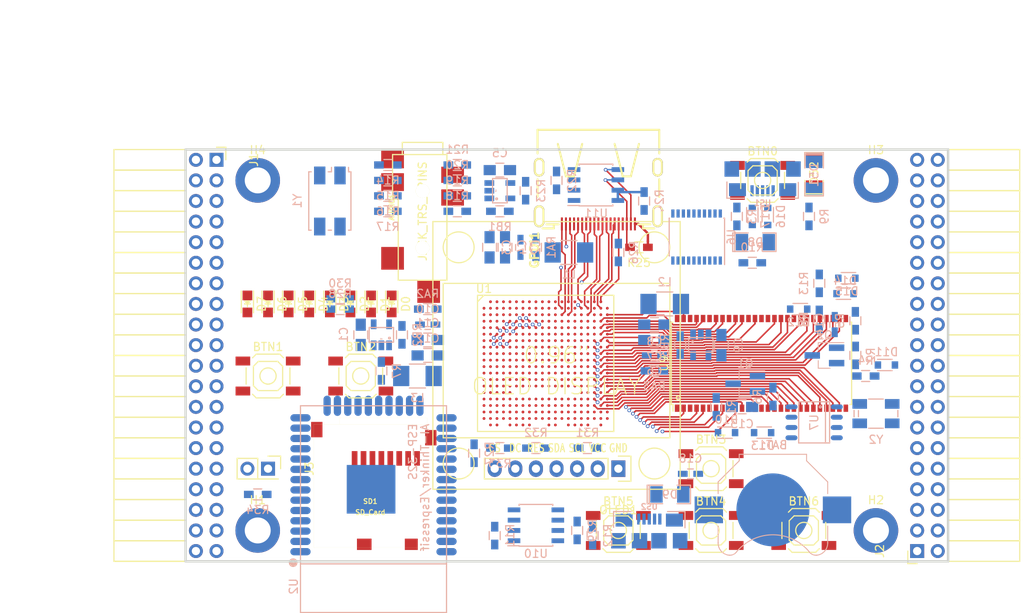
<source format=kicad_pcb>
(kicad_pcb (version 4) (host pcbnew 4.0.5+dfsg1-4)
  (layers (0 F.Cu signal) (1 In1.Cu signal) (2 In2.Cu signal) (31 B.Cu signal) (34 B.Paste user) (35 F.Paste user) (36 B.SilkS user) (37 F.SilkS user) (38 B.Mask user) (39 F.Mask user) (44 Edge.Cuts user))
  (net 0 "")
  (net 1 GND)
  (net 2 +5V)
  (net 3 /gpio/IN5V)
  (net 4 /gpio/OUT5V)
  (net 5 +3V3)
  (net 6 "Net-(L1-Pad1)")
  (net 7 "Net-(L2-Pad1)")
  (net 8 +1V2)
  (net 9 BTN_D)
  (net 10 BTN_F1)
  (net 11 BTN_F2)
  (net 12 BTN_L)
  (net 13 BTN_R)
  (net 14 BTN_U)
  (net 15 /power/FB1)
  (net 16 +2V5)
  (net 17 "Net-(L3-Pad1)")
  (net 18 /power/PWREN)
  (net 19 /power/FB3)
  (net 20 /power/FB2)
  (net 21 "Net-(D9-Pad1)")
  (net 22 /power/VBAT)
  (net 23 SD_3)
  (net 24 JTAG_TDI)
  (net 25 JTAG_TCK)
  (net 26 JTAG_TMS)
  (net 27 JTAG_TDO)
  (net 28 /power/WAKEUPn)
  (net 29 /power/WKUP)
  (net 30 /power/SHUT)
  (net 31 /power/WAKE)
  (net 32 /power/HOLD)
  (net 33 /power/WKn)
  (net 34 /power/OSCI_32k)
  (net 35 /power/OSCO_32k)
  (net 36 FTDI_nSUSPEND)
  (net 37 "Net-(Q2-Pad3)")
  (net 38 SHUTDOWN)
  (net 39 /analog/AUDIO_L)
  (net 40 /analog/AUDIO_R)
  (net 41 GPDI_5V_SCL)
  (net 42 GPDI_5V_SDA)
  (net 43 GPDI_SDA)
  (net 44 GPDI_SCL)
  (net 45 /gpdi/VREF2)
  (net 46 /blinkey/BTNPU)
  (net 47 SD_CMD)
  (net 48 SD_CLK)
  (net 49 SD_D0)
  (net 50 SD_D1)
  (net 51 USB5V)
  (net 52 "Net-(BTN0-Pad1)")
  (net 53 LED0)
  (net 54 LED1)
  (net 55 LED2)
  (net 56 LED3)
  (net 57 LED4)
  (net 58 LED5)
  (net 59 LED6)
  (net 60 LED7)
  (net 61 BTN_PWRn)
  (net 62 GPDI_CEC)
  (net 63 nRESET)
  (net 64 /usb/FT3V3)
  (net 65 FTDI_nDTR)
  (net 66 SDRAM_CKE)
  (net 67 SDRAM_A7)
  (net 68 SDRAM_D15)
  (net 69 SDRAM_BA1)
  (net 70 SDRAM_D7)
  (net 71 SDRAM_A6)
  (net 72 SDRAM_CLK)
  (net 73 SDRAM_D13)
  (net 74 SDRAM_BA0)
  (net 75 SDRAM_D6)
  (net 76 SDRAM_A5)
  (net 77 SDRAM_D14)
  (net 78 SDRAM_A11)
  (net 79 SDRAM_D12)
  (net 80 SDRAM_D5)
  (net 81 SDRAM_A4)
  (net 82 SDRAM_A10)
  (net 83 SDRAM_D11)
  (net 84 SDRAM_A3)
  (net 85 SDRAM_D4)
  (net 86 SDRAM_D10)
  (net 87 SDRAM_D9)
  (net 88 SDRAM_A9)
  (net 89 SDRAM_D3)
  (net 90 SDRAM_D8)
  (net 91 SDRAM_A8)
  (net 92 SDRAM_A2)
  (net 93 SDRAM_A1)
  (net 94 SDRAM_A0)
  (net 95 SDRAM_D2)
  (net 96 SDRAM_D1)
  (net 97 SDRAM_D0)
  (net 98 SDRAM_DQM0)
  (net 99 SDRAM_nCS)
  (net 100 SDRAM_nRAS)
  (net 101 SDRAM_DQM1)
  (net 102 SDRAM_nCAS)
  (net 103 SDRAM_nWE)
  (net 104 /flash/FLASH_nWP)
  (net 105 /flash/FLASH_nHOLD)
  (net 106 /flash/FLASH_MOSI)
  (net 107 /flash/FLASH_MISO)
  (net 108 /flash/FLASH_SCK)
  (net 109 /flash/FLASH_nCS)
  (net 110 /flash/FPGA_PROGRAMN)
  (net 111 /flash/FPGA_DONE)
  (net 112 /flash/FPGA_INITN)
  (net 113 OLED_MOSI)
  (net 114 OLED_RES)
  (net 115 OLED_DC)
  (net 116 OLED_CS)
  (net 117 AUDIO_L3)
  (net 118 AUDIO_L2)
  (net 119 AUDIO_L1)
  (net 120 AUDIO_L0)
  (net 121 AUDIO_R3)
  (net 122 AUDIO_R2)
  (net 123 AUDIO_R1)
  (net 124 AUDIO_R0)
  (net 125 WIFI_EN)
  (net 126 FTDI_nRTS)
  (net 127 WIFI_GPIO2)
  (net 128 FTDI_TXD)
  (net 129 FTDI_RXD)
  (net 130 WIFI_RXD)
  (net 131 WIFI_GPIO0)
  (net 132 FTDI_nCTS)
  (net 133 WIFI_TXD)
  (net 134 FTDI_nRI)
  (net 135 FTDI_nDCD)
  (net 136 WIFI_GPIO15)
  (net 137 /gpdi/CLK_25MHz)
  (net 138 GPDI_ETH-)
  (net 139 GPDI_ETH+)
  (net 140 GPDI_D2+)
  (net 141 GPDI_D2-)
  (net 142 GPDI_D1+)
  (net 143 GPDI_D1-)
  (net 144 GPDI_D0+)
  (net 145 GPDI_D0-)
  (net 146 GPDI_CLK+)
  (net 147 GPDI_CLK-)
  (net 148 OLED_CLK)
  (net 149 FTDI_nDSR)
  (net 150 USB_FPGA_D+)
  (net 151 USB_FPGA_D-)
  (net 152 USB_FTDI_D+)
  (net 153 USB_FTDI_D-)
  (net 154 J1_17-)
  (net 155 J1_17+)
  (net 156 J1_23-)
  (net 157 J1_23+)
  (net 158 J1_25-)
  (net 159 J1_25+)
  (net 160 J1_27-)
  (net 161 J1_27+)
  (net 162 J1_29-)
  (net 163 J1_29+)
  (net 164 J1_31-)
  (net 165 J1_31+)
  (net 166 J1_33-)
  (net 167 J1_33+)
  (net 168 J1_35-)
  (net 169 J1_35+)
  (module Keystone_3000_1x12mm-CoinCell:Keystone_3000_1x12mm-CoinCell (layer B.Cu) (at 166.49 105.87 180)
    (fp_text reference BAT1 (at 0 8 180) (layer B.SilkS) (effects (justify mirror)))
    (fp_text value CR1225)
    (pad 1 smd rect (at -7.9 0 180) (size 3.5 3.3) (layers B.Cu B.Paste B.Mask) (net 22 /power/VBAT))
    (pad 1 smd rect (at 7.9 0 180) (size 3.5 3.3) (layers B.Cu B.Paste B.Mask) (net 22 /power/VBAT))
    (pad 2 smd circle (at 0 0 180) (size 9 9) (layers B.Cu B.Mask) (net 1 GND))
  )
  (module SMD_Packages:SMD-1206_Pol (layer F.Cu) (at 171.57 64.341 90)
    (fp_text reference D52 (at 0 0 90) (layer F.SilkS))
    (fp_text value 2A)
    (pad 1 smd rect (at -1.651 0 90) (size 1.524 2.032) (layers F.Cu F.Paste F.Mask) (net 4 /gpio/OUT5V))
    (pad 2 smd rect (at 1.651 0 90) (size 1.524 2.032) (layers F.Cu F.Paste F.Mask) (net 2 +5V))
  )
  (module SMD_Packages:SMD-1206_Pol (layer B.Cu) (at 171.57 64.595 270)
    (fp_text reference D51 (at 0 0 270) (layer B.SilkS) (effects (justify mirror)))
    (fp_text value 2A)
    (pad 1 smd rect (at -1.651 0 270) (size 1.524 2.032) (layers B.Cu B.Paste B.Mask) (net 2 +5V))
    (pad 2 smd rect (at 1.651 0 270) (size 1.524 2.032) (layers B.Cu B.Paste B.Mask) (net 3 /gpio/IN5V))
  )
  (module micro-sd:MicroSD_TF02D (layer F.Cu) (at 116.87 110.52 180)
    (fp_text reference SD1 (at 0 5.7 180) (layer F.SilkS) (effects (font (size 0.59944 0.59944) (thickness 0.12446))))
    (fp_text value SD_Card (at 0 4.35 180) (layer F.SilkS) (effects (font (size 0.59944 0.59944) (thickness 0.12446))))
    (pad 1 smd rect (at 1.94 11 180) (size 0.7 1.8) (layers F.Cu F.Paste F.Mask) (net 23 SD_3))
    (pad 2 smd rect (at 0.84 11 180) (size 0.7 1.8) (layers F.Cu F.Paste F.Mask) (net 47 SD_CMD))
    (pad 3 smd rect (at -0.26 11 180) (size 0.7 1.8) (layers F.Cu F.Paste F.Mask) (net 1 GND))
    (pad 4 smd rect (at -1.36 11 180) (size 0.7 1.8) (layers F.Cu F.Paste F.Mask) (net 5 +3V3))
    (pad 5 smd rect (at -2.46 11 180) (size 0.7 1.8) (layers F.Cu F.Paste F.Mask) (net 48 SD_CLK))
    (pad 6 smd rect (at -3.56 11 180) (size 0.7 1.8) (layers F.Cu F.Paste F.Mask) (net 1 GND))
    (pad 7 smd rect (at -4.66 11 180) (size 0.7 1.8) (layers F.Cu F.Paste F.Mask) (net 49 SD_D0))
    (pad 8 smd rect (at -5.76 11 180) (size 0.7 1.8) (layers F.Cu F.Paste F.Mask) (net 50 SD_D1))
    (pad S smd rect (at -5.05 0.4 180) (size 1.6 1.4) (layers F.Cu F.Paste F.Mask))
    (pad S smd rect (at 0.75 0.4 180) (size 1.8 1.4) (layers F.Cu F.Paste F.Mask))
    (pad G smd rect (at -7.45 13.55 180) (size 1.4 1.9) (layers F.Cu F.Paste F.Mask))
    (pad G smd rect (at 6.6 14.55 180) (size 1.4 1.9) (layers F.Cu F.Paste F.Mask))
  )
  (module Resistors_SMD:R_1210_HandSoldering (layer B.Cu) (at 141.344 74.12)
    (fp_text reference L1 (at 0 2.7) (layer B.SilkS) (effects (justify mirror)))
    (fp_text value 2.2uH)
    (pad 1 smd rect (at -2 0) (size 2 2.5) (layers B.Cu B.Paste B.Mask) (net 6 "Net-(L1-Pad1)"))
    (pad 2 smd rect (at 2 0) (size 2 2.5) (layers B.Cu B.Paste B.Mask) (net 8 +1V2))
  )
  (module TSOT-25:TSOT-25 (layer B.Cu) (at 132.835 66.5 90)
    (fp_text reference U3 (at 0 -0.5 90) (layer B.SilkS) (effects (font (size 0.15 0.15) (thickness 0.0375)) (justify mirror)))
    (fp_text value AP3429A)
    (pad 1 smd rect (at -0.95 -1.3 90) (size 0.7 1.2) (layers B.Cu B.Paste B.Mask) (net 18 /power/PWREN))
    (pad 2 smd rect (at 0 -1.3 90) (size 0.7 1.2) (layers B.Cu B.Paste B.Mask) (net 1 GND))
    (pad 3 smd rect (at 0.95 -1.3 90) (size 0.7 1.2) (layers B.Cu B.Paste B.Mask) (net 6 "Net-(L1-Pad1)"))
    (pad 4 smd rect (at 0.95 1.3 90) (size 0.7 1.2) (layers B.Cu B.Paste B.Mask) (net 2 +5V))
    (pad 5 smd rect (at -0.95 1.3 90) (size 0.7 1.2) (layers B.Cu B.Paste B.Mask) (net 15 /power/FB1))
  )
  (module Resistors_SMD:R_1210_HandSoldering (layer B.Cu) (at 153.155 80.47 180)
    (fp_text reference L2 (at 0 2.7 180) (layer B.SilkS) (effects (justify mirror)))
    (fp_text value 2.2uH)
    (pad 1 smd rect (at -2 0 180) (size 2 2.5) (layers B.Cu B.Paste B.Mask) (net 7 "Net-(L2-Pad1)"))
    (pad 2 smd rect (at 2 0 180) (size 2 2.5) (layers B.Cu B.Paste B.Mask) (net 5 +3V3))
  )
  (module TSOT-25:TSOT-25 (layer B.Cu) (at 157.6 85.52)
    (fp_text reference U4 (at 0 -0.5) (layer B.SilkS) (effects (font (size 0.15 0.15) (thickness 0.0375)) (justify mirror)))
    (fp_text value AP3429A)
    (pad 1 smd rect (at -0.95 -1.3) (size 0.7 1.2) (layers B.Cu B.Paste B.Mask) (net 18 /power/PWREN))
    (pad 2 smd rect (at 0 -1.3) (size 0.7 1.2) (layers B.Cu B.Paste B.Mask) (net 1 GND))
    (pad 3 smd rect (at 0.95 -1.3) (size 0.7 1.2) (layers B.Cu B.Paste B.Mask) (net 7 "Net-(L2-Pad1)"))
    (pad 4 smd rect (at 0.95 1.3) (size 0.7 1.2) (layers B.Cu B.Paste B.Mask) (net 2 +5V))
    (pad 5 smd rect (at -0.95 1.3) (size 0.7 1.2) (layers B.Cu B.Paste B.Mask) (net 19 /power/FB3))
  )
  (module Buttons_Switches_SMD:SW_SPST_SKQG (layer F.Cu) (at 104.26 89.36)
    (fp_text reference BTN1 (at 0 -3.6) (layer F.SilkS))
    (fp_text value FIRE1)
    (pad 1 smd rect (at -3.1 -1.85) (size 1.8 1.1) (layers F.Cu F.Paste F.Mask) (net 46 /blinkey/BTNPU))
    (pad 1 smd rect (at 3.1 -1.85) (size 1.8 1.1) (layers F.Cu F.Paste F.Mask) (net 46 /blinkey/BTNPU))
    (pad 2 smd rect (at -3.1 1.85) (size 1.8 1.1) (layers F.Cu F.Paste F.Mask) (net 10 BTN_F1))
    (pad 2 smd rect (at 3.1 1.85) (size 1.8 1.1) (layers F.Cu F.Paste F.Mask) (net 10 BTN_F1))
  )
  (module Buttons_Switches_SMD:SW_SPST_SKQG (layer F.Cu) (at 115.69 89.36)
    (fp_text reference BTN2 (at 0 -3.6) (layer F.SilkS))
    (fp_text value FIRE2)
    (pad 1 smd rect (at -3.1 -1.85) (size 1.8 1.1) (layers F.Cu F.Paste F.Mask) (net 46 /blinkey/BTNPU))
    (pad 1 smd rect (at 3.1 -1.85) (size 1.8 1.1) (layers F.Cu F.Paste F.Mask) (net 46 /blinkey/BTNPU))
    (pad 2 smd rect (at -3.1 1.85) (size 1.8 1.1) (layers F.Cu F.Paste F.Mask) (net 11 BTN_F2))
    (pad 2 smd rect (at 3.1 1.85) (size 1.8 1.1) (layers F.Cu F.Paste F.Mask) (net 11 BTN_F2))
  )
  (module Buttons_Switches_SMD:SW_SPST_SKQG (layer F.Cu) (at 158.87 100.79)
    (fp_text reference BTN3 (at 0 -3.6) (layer F.SilkS))
    (fp_text value UP)
    (pad 1 smd rect (at -3.1 -1.85) (size 1.8 1.1) (layers F.Cu F.Paste F.Mask) (net 46 /blinkey/BTNPU))
    (pad 1 smd rect (at 3.1 -1.85) (size 1.8 1.1) (layers F.Cu F.Paste F.Mask) (net 46 /blinkey/BTNPU))
    (pad 2 smd rect (at -3.1 1.85) (size 1.8 1.1) (layers F.Cu F.Paste F.Mask) (net 14 BTN_U))
    (pad 2 smd rect (at 3.1 1.85) (size 1.8 1.1) (layers F.Cu F.Paste F.Mask) (net 14 BTN_U))
  )
  (module Buttons_Switches_SMD:SW_SPST_SKQG (layer F.Cu) (at 158.87 108.41)
    (fp_text reference BTN4 (at 0 -3.6) (layer F.SilkS))
    (fp_text value DOWN)
    (pad 1 smd rect (at -3.1 -1.85) (size 1.8 1.1) (layers F.Cu F.Paste F.Mask) (net 46 /blinkey/BTNPU))
    (pad 1 smd rect (at 3.1 -1.85) (size 1.8 1.1) (layers F.Cu F.Paste F.Mask) (net 46 /blinkey/BTNPU))
    (pad 2 smd rect (at -3.1 1.85) (size 1.8 1.1) (layers F.Cu F.Paste F.Mask) (net 9 BTN_D))
    (pad 2 smd rect (at 3.1 1.85) (size 1.8 1.1) (layers F.Cu F.Paste F.Mask) (net 9 BTN_D))
  )
  (module Buttons_Switches_SMD:SW_SPST_SKQG (layer F.Cu) (at 147.44 108.41)
    (fp_text reference BTN5 (at 0 -3.6) (layer F.SilkS))
    (fp_text value LEFT)
    (pad 1 smd rect (at -3.1 -1.85) (size 1.8 1.1) (layers F.Cu F.Paste F.Mask) (net 46 /blinkey/BTNPU))
    (pad 1 smd rect (at 3.1 -1.85) (size 1.8 1.1) (layers F.Cu F.Paste F.Mask) (net 46 /blinkey/BTNPU))
    (pad 2 smd rect (at -3.1 1.85) (size 1.8 1.1) (layers F.Cu F.Paste F.Mask) (net 12 BTN_L))
    (pad 2 smd rect (at 3.1 1.85) (size 1.8 1.1) (layers F.Cu F.Paste F.Mask) (net 12 BTN_L))
  )
  (module Buttons_Switches_SMD:SW_SPST_SKQG (layer F.Cu) (at 170.3 108.41)
    (fp_text reference BTN6 (at 0 -3.6) (layer F.SilkS))
    (fp_text value RIGHT)
    (pad 1 smd rect (at -3.1 -1.85) (size 1.8 1.1) (layers F.Cu F.Paste F.Mask) (net 46 /blinkey/BTNPU))
    (pad 1 smd rect (at 3.1 -1.85) (size 1.8 1.1) (layers F.Cu F.Paste F.Mask) (net 46 /blinkey/BTNPU))
    (pad 2 smd rect (at -3.1 1.85) (size 1.8 1.1) (layers F.Cu F.Paste F.Mask) (net 13 BTN_R))
    (pad 2 smd rect (at 3.1 1.85) (size 1.8 1.1) (layers F.Cu F.Paste F.Mask) (net 13 BTN_R))
  )
  (module LEDs:LED_0805 (layer F.Cu) (at 119.5 80.47 270)
    (fp_text reference D0 (at 0 -1.75 270) (layer F.SilkS))
    (fp_text value LED)
    (pad 2 smd rect (at 1.04902 0 90) (size 1.19888 1.19888) (layers F.Cu F.Paste F.Mask) (net 53 LED0))
    (pad 1 smd rect (at -1.04902 0 90) (size 1.19888 1.19888) (layers F.Cu F.Paste F.Mask) (net 1 GND))
  )
  (module LEDs:LED_0805 (layer F.Cu) (at 116.96 80.47 270)
    (fp_text reference D1 (at 0 -1.75 270) (layer F.SilkS))
    (fp_text value LED)
    (pad 2 smd rect (at 1.04902 0 90) (size 1.19888 1.19888) (layers F.Cu F.Paste F.Mask) (net 54 LED1))
    (pad 1 smd rect (at -1.04902 0 90) (size 1.19888 1.19888) (layers F.Cu F.Paste F.Mask) (net 1 GND))
  )
  (module LEDs:LED_0805 (layer F.Cu) (at 114.42 80.47 270)
    (fp_text reference D2 (at 0 -1.75 270) (layer F.SilkS))
    (fp_text value LED)
    (pad 2 smd rect (at 1.04902 0 90) (size 1.19888 1.19888) (layers F.Cu F.Paste F.Mask) (net 55 LED2))
    (pad 1 smd rect (at -1.04902 0 90) (size 1.19888 1.19888) (layers F.Cu F.Paste F.Mask) (net 1 GND))
  )
  (module LEDs:LED_0805 (layer F.Cu) (at 111.88 80.47 270)
    (fp_text reference D3 (at 0 -1.75 270) (layer F.SilkS))
    (fp_text value LED)
    (pad 2 smd rect (at 1.04902 0 90) (size 1.19888 1.19888) (layers F.Cu F.Paste F.Mask) (net 56 LED3))
    (pad 1 smd rect (at -1.04902 0 90) (size 1.19888 1.19888) (layers F.Cu F.Paste F.Mask) (net 1 GND))
  )
  (module LEDs:LED_0805 (layer F.Cu) (at 109.34 80.47 270)
    (fp_text reference D4 (at 0 -1.75 270) (layer F.SilkS))
    (fp_text value LED)
    (pad 2 smd rect (at 1.04902 0 90) (size 1.19888 1.19888) (layers F.Cu F.Paste F.Mask) (net 57 LED4))
    (pad 1 smd rect (at -1.04902 0 90) (size 1.19888 1.19888) (layers F.Cu F.Paste F.Mask) (net 1 GND))
  )
  (module LEDs:LED_0805 (layer F.Cu) (at 106.8 80.47 270)
    (fp_text reference D5 (at 0 -1.75 270) (layer F.SilkS))
    (fp_text value LED)
    (pad 2 smd rect (at 1.04902 0 90) (size 1.19888 1.19888) (layers F.Cu F.Paste F.Mask) (net 58 LED5))
    (pad 1 smd rect (at -1.04902 0 90) (size 1.19888 1.19888) (layers F.Cu F.Paste F.Mask) (net 1 GND))
  )
  (module LEDs:LED_0805 (layer F.Cu) (at 104.26 80.47 270)
    (fp_text reference D6 (at 0 -1.75 270) (layer F.SilkS))
    (fp_text value LED)
    (pad 2 smd rect (at 1.04902 0 90) (size 1.19888 1.19888) (layers F.Cu F.Paste F.Mask) (net 59 LED6))
    (pad 1 smd rect (at -1.04902 0 90) (size 1.19888 1.19888) (layers F.Cu F.Paste F.Mask) (net 1 GND))
  )
  (module LEDs:LED_0805 (layer F.Cu) (at 101.72 80.47 270)
    (fp_text reference D7 (at 0 -1.75 270) (layer F.SilkS))
    (fp_text value LED)
    (pad 2 smd rect (at 1.04902 0 90) (size 1.19888 1.19888) (layers F.Cu F.Paste F.Mask) (net 60 LED7))
    (pad 1 smd rect (at -1.04902 0 90) (size 1.19888 1.19888) (layers F.Cu F.Paste F.Mask) (net 1 GND))
  )
  (module Resistors_SMD:R_1210_HandSoldering (layer B.Cu) (at 122.675 89.36)
    (fp_text reference L3 (at 0 2.7) (layer B.SilkS) (effects (justify mirror)))
    (fp_text value 2.2uH)
    (pad 1 smd rect (at -2 0) (size 2 2.5) (layers B.Cu B.Paste B.Mask) (net 17 "Net-(L3-Pad1)"))
    (pad 2 smd rect (at 2 0) (size 2 2.5) (layers B.Cu B.Paste B.Mask) (net 16 +2V5))
  )
  (module TSOT-25:TSOT-25 (layer B.Cu) (at 118.23 84.28 180)
    (fp_text reference U5 (at 0 -0.5 180) (layer B.SilkS) (effects (font (size 0.15 0.15) (thickness 0.0375)) (justify mirror)))
    (fp_text value AP3429A)
    (pad 1 smd rect (at -0.95 -1.3 180) (size 0.7 1.2) (layers B.Cu B.Paste B.Mask) (net 18 /power/PWREN))
    (pad 2 smd rect (at 0 -1.3 180) (size 0.7 1.2) (layers B.Cu B.Paste B.Mask) (net 1 GND))
    (pad 3 smd rect (at 0.95 -1.3 180) (size 0.7 1.2) (layers B.Cu B.Paste B.Mask) (net 17 "Net-(L3-Pad1)"))
    (pad 4 smd rect (at 0.95 1.3 180) (size 0.7 1.2) (layers B.Cu B.Paste B.Mask) (net 2 +5V))
    (pad 5 smd rect (at -0.95 1.3 180) (size 0.7 1.2) (layers B.Cu B.Paste B.Mask) (net 20 /power/FB2))
  )
  (module Capacitors_SMD:C_0805_HandSoldering (layer B.Cu) (at 115.69 84.28 270)
    (fp_text reference C1 (at 0 2.1 270) (layer B.SilkS) (effects (justify mirror)))
    (fp_text value 22uF)
    (pad 1 smd rect (at -1.25 0 270) (size 1.5 1.25) (layers B.Cu B.Paste B.Mask) (net 2 +5V))
    (pad 2 smd rect (at 1.25 0 270) (size 1.5 1.25) (layers B.Cu B.Paste B.Mask) (net 1 GND))
  )
  (module Capacitors_SMD:C_0805_HandSoldering (layer B.Cu) (at 131.565 73.485 90)
    (fp_text reference C3 (at 0 2.1 90) (layer B.SilkS) (effects (justify mirror)))
    (fp_text value 22uF)
    (pad 1 smd rect (at -1.25 0 90) (size 1.5 1.25) (layers B.Cu B.Paste B.Mask) (net 8 +1V2))
    (pad 2 smd rect (at 1.25 0 90) (size 1.5 1.25) (layers B.Cu B.Paste B.Mask) (net 1 GND))
  )
  (module Capacitors_SMD:C_0805_HandSoldering (layer B.Cu) (at 133.47 73.485 90)
    (fp_text reference C4 (at 0 2.1 90) (layer B.SilkS) (effects (justify mirror)))
    (fp_text value 22uF)
    (pad 1 smd rect (at -1.25 0 90) (size 1.5 1.25) (layers B.Cu B.Paste B.Mask) (net 8 +1V2))
    (pad 2 smd rect (at 1.25 0 90) (size 1.5 1.25) (layers B.Cu B.Paste B.Mask) (net 1 GND))
  )
  (module Capacitors_SMD:C_0805_HandSoldering (layer B.Cu) (at 132.835 63.96 180)
    (fp_text reference C5 (at 0 2.1 180) (layer B.SilkS) (effects (justify mirror)))
    (fp_text value 22uF)
    (pad 1 smd rect (at -1.25 0 180) (size 1.5 1.25) (layers B.Cu B.Paste B.Mask) (net 2 +5V))
    (pad 2 smd rect (at 1.25 0 180) (size 1.5 1.25) (layers B.Cu B.Paste B.Mask) (net 1 GND))
  )
  (module Capacitors_SMD:C_0805_HandSoldering (layer B.Cu) (at 151.885 84.915)
    (fp_text reference C7 (at 0 2.1) (layer B.SilkS) (effects (justify mirror)))
    (fp_text value 22uF)
    (pad 1 smd rect (at -1.25 0) (size 1.5 1.25) (layers B.Cu B.Paste B.Mask) (net 5 +3V3))
    (pad 2 smd rect (at 1.25 0) (size 1.5 1.25) (layers B.Cu B.Paste B.Mask) (net 1 GND))
  )
  (module Capacitors_SMD:C_0805_HandSoldering (layer B.Cu) (at 151.885 83.01)
    (fp_text reference C8 (at 0 2.1) (layer B.SilkS) (effects (justify mirror)))
    (fp_text value 22uF)
    (pad 1 smd rect (at -1.25 0) (size 1.5 1.25) (layers B.Cu B.Paste B.Mask) (net 5 +3V3))
    (pad 2 smd rect (at 1.25 0) (size 1.5 1.25) (layers B.Cu B.Paste B.Mask) (net 1 GND))
  )
  (module Capacitors_SMD:C_0805_HandSoldering (layer B.Cu) (at 160.14 85.55 90)
    (fp_text reference C9 (at 0 2.1 90) (layer B.SilkS) (effects (justify mirror)))
    (fp_text value 22uF)
    (pad 1 smd rect (at -1.25 0 90) (size 1.5 1.25) (layers B.Cu B.Paste B.Mask) (net 2 +5V))
    (pad 2 smd rect (at 1.25 0 90) (size 1.5 1.25) (layers B.Cu B.Paste B.Mask) (net 1 GND))
  )
  (module Capacitors_SMD:C_0805_HandSoldering (layer B.Cu) (at 123.945 84.915 180)
    (fp_text reference C11 (at 0 2.1 180) (layer B.SilkS) (effects (justify mirror)))
    (fp_text value 22uF)
    (pad 1 smd rect (at -1.25 0 180) (size 1.5 1.25) (layers B.Cu B.Paste B.Mask) (net 16 +2V5))
    (pad 2 smd rect (at 1.25 0 180) (size 1.5 1.25) (layers B.Cu B.Paste B.Mask) (net 1 GND))
  )
  (module Capacitors_SMD:C_0805_HandSoldering (layer B.Cu) (at 123.945 86.82 180)
    (fp_text reference C12 (at 0 2.1 180) (layer B.SilkS) (effects (justify mirror)))
    (fp_text value 22uF)
    (pad 1 smd rect (at -1.25 0 180) (size 1.5 1.25) (layers B.Cu B.Paste B.Mask) (net 16 +2V5))
    (pad 2 smd rect (at 1.25 0 180) (size 1.5 1.25) (layers B.Cu B.Paste B.Mask) (net 1 GND))
  )
  (module SMD_Packages:SMD-1206_Pol (layer B.Cu) (at 164.331 72.85)
    (fp_text reference D8 (at 0 0) (layer B.SilkS) (effects (justify mirror)))
    (fp_text value 2A)
    (pad 1 smd rect (at -1.651 0) (size 1.524 2.032) (layers B.Cu B.Paste B.Mask) (net 2 +5V))
    (pad 2 smd rect (at 1.651 0) (size 1.524 2.032) (layers B.Cu B.Paste B.Mask) (net 51 USB5V))
  )
  (module SMD_Packages:SMD-1206_Pol (layer B.Cu) (at 153.79 103.965)
    (fp_text reference D9 (at 0 0) (layer B.SilkS) (effects (justify mirror)))
    (fp_text value 2A)
    (pad 1 smd rect (at -1.651 0) (size 1.524 2.032) (layers B.Cu B.Paste B.Mask) (net 21 "Net-(D9-Pad1)"))
    (pad 2 smd rect (at 1.651 0) (size 1.524 2.032) (layers B.Cu B.Paste B.Mask) (net 2 +5V))
  )
  (module Power_Integrations:SO-8 (layer B.Cu) (at 171.57 95.075 270)
    (fp_text reference U7 (at 0 0 270) (layer B.SilkS) (effects (justify mirror)))
    (fp_text value PCF8523)
    (pad 1 smd oval (at -1.905 -2.794 270) (size 0.6096 1.4732) (layers B.Cu B.Paste B.Mask) (net 34 /power/OSCI_32k))
    (pad 2 smd oval (at -0.635 -2.794 270) (size 0.6096 1.4732) (layers B.Cu B.Paste B.Mask) (net 35 /power/OSCO_32k))
    (pad 3 smd oval (at 0.635 -2.794 270) (size 0.6096 1.4732) (layers B.Cu B.Paste B.Mask) (net 22 /power/VBAT))
    (pad 4 smd oval (at 1.905 -2.794 270) (size 0.6096 1.4732) (layers B.Cu B.Paste B.Mask) (net 1 GND))
    (pad 5 smd oval (at 1.905 2.794 270) (size 0.6096 1.4732) (layers B.Cu B.Paste B.Mask))
    (pad 6 smd oval (at 0.635 2.794 270) (size 0.6096 1.4732) (layers B.Cu B.Paste B.Mask))
    (pad 7 smd oval (at -0.635 2.794 270) (size 0.6096 1.4732) (layers B.Cu B.Paste B.Mask) (net 28 /power/WAKEUPn))
    (pad 8 smd oval (at -1.905 2.794 270) (size 0.6096 1.4732) (layers B.Cu B.Paste B.Mask) (net 16 +2V5))
  )
  (module Capacitors_SMD:C_0805_HandSoldering (layer B.Cu) (at 162.68 93.17)
    (fp_text reference C13 (at 0 2.1) (layer B.SilkS) (effects (justify mirror)))
    (fp_text value 2.2uF)
    (pad 1 smd rect (at -1.25 0) (size 1.5 1.25) (layers B.Cu B.Paste B.Mask) (net 2 +5V))
    (pad 2 smd rect (at 1.25 0) (size 1.5 1.25) (layers B.Cu B.Paste B.Mask) (net 29 /power/WKUP))
  )
  (module Diodes_SMD:D_0805 (layer B.Cu) (at 160.775 96.345)
    (fp_text reference D10 (at 0 -1.6) (layer B.SilkS) (effects (justify mirror)))
    (fp_text value 1N4148)
    (pad 1 smd rect (at -1.05 0) (size 0.8 0.9) (layers B.Cu B.Paste B.Mask) (net 31 /power/WAKE))
    (pad 2 smd rect (at 1.05 0) (size 0.8 0.9) (layers B.Cu B.Paste B.Mask) (net 29 /power/WKUP))
  )
  (module Diodes_SMD:D_0805 (layer B.Cu) (at 180.48 88)
    (fp_text reference D11 (at 0 -1.6) (layer B.SilkS) (effects (justify mirror)))
    (fp_text value 1N4148)
    (pad 1 smd rect (at -1.05 0) (size 0.8 0.9) (layers B.Cu B.Paste B.Mask) (net 32 /power/HOLD))
    (pad 2 smd rect (at 1.05 0) (size 0.8 0.9) (layers B.Cu B.Paste B.Mask) (net 5 +3V3))
  )
  (module Diodes_SMD:D_0805 (layer B.Cu) (at 175.6 77.295 180)
    (fp_text reference D15 (at 0 -1.6 180) (layer B.SilkS) (effects (justify mirror)))
    (fp_text value BAT42)
    (pad 1 smd rect (at -1.05 0 180) (size 0.8 0.9) (layers B.Cu B.Paste B.Mask) (net 30 /power/SHUT))
    (pad 2 smd rect (at 1.05 0 180) (size 0.8 0.9) (layers B.Cu B.Paste B.Mask) (net 38 SHUTDOWN))
  )
  (module Diodes_SMD:D_0805 (layer B.Cu) (at 169.665 81.105 180)
    (fp_text reference D12 (at 0 -1.6 180) (layer B.SilkS) (effects (justify mirror)))
    (fp_text value 1N4148)
    (pad 1 smd rect (at -1.05 0 180) (size 0.8 0.9) (layers B.Cu B.Paste B.Mask) (net 18 /power/PWREN))
    (pad 2 smd rect (at 1.05 0 180) (size 0.8 0.9) (layers B.Cu B.Paste B.Mask) (net 36 FTDI_nSUSPEND))
  )
  (module usb_otg:USB-MICRO-B-FCI-10118192-0001LF (layer B.Cu) (at 165.22 63.825)
    (fp_text reference US1 (at 0 4.2) (layer B.SilkS) (effects (font (size 0.7 0.7)) (justify mirror)))
    (fp_text value USB_FTDI hide)
    (pad 6 smd rect (at -3.1 2.55) (size 2.1 1.6) (layers B.Cu B.Paste B.Mask) (net 1 GND))
    (pad 6 smd rect (at 3.1 2.55) (size 2.1 1.6) (layers B.Cu B.Paste B.Mask) (net 1 GND))
    (pad "" smd rect (at -1.2 0) (size 1.9 1.9) (layers B.Cu B.Paste B.Mask))
    (pad "" smd rect (at 1.2 0) (size 1.9 1.9) (layers B.Cu B.Paste B.Mask))
    (pad 1 smd rect (at -1.3 2.675) (size 0.4 1.35) (layers B.Cu B.Paste B.Mask) (net 51 USB5V))
    (pad 2 smd rect (at -0.65 2.675) (size 0.4 1.35) (layers B.Cu B.Paste B.Mask) (net 153 USB_FTDI_D-))
    (pad 3 smd rect (at 0 2.675) (size 0.4 1.35) (layers B.Cu B.Paste B.Mask) (net 152 USB_FTDI_D+))
    (pad 4 smd rect (at 0.65 2.675) (size 0.4 1.35) (layers B.Cu B.Paste B.Mask))
    (pad 5 smd rect (at 1.3 2.675) (size 0.4 1.35) (layers B.Cu B.Paste B.Mask) (net 1 GND))
    (pad "" smd rect (at -3.8 0) (size 1.8 1.9) (layers B.Cu B.Paste B.Mask))
    (pad "" smd rect (at 3.8 0) (size 1.8 1.9) (layers B.Cu B.Paste B.Mask))
  )
  (module usb_otg:USB-MICRO-B-FCI-10118192-0001LF (layer B.Cu) (at 151.25 109.68 180)
    (fp_text reference US2 (at 0 4.2 180) (layer B.SilkS) (effects (font (size 0.7 0.7)) (justify mirror)))
    (fp_text value USB_FPGA hide)
    (pad 6 smd rect (at -3.1 2.55 180) (size 2.1 1.6) (layers B.Cu B.Paste B.Mask) (net 1 GND))
    (pad 6 smd rect (at 3.1 2.55 180) (size 2.1 1.6) (layers B.Cu B.Paste B.Mask) (net 1 GND))
    (pad "" smd rect (at -1.2 0 180) (size 1.9 1.9) (layers B.Cu B.Paste B.Mask))
    (pad "" smd rect (at 1.2 0 180) (size 1.9 1.9) (layers B.Cu B.Paste B.Mask))
    (pad 1 smd rect (at -1.3 2.675 180) (size 0.4 1.35) (layers B.Cu B.Paste B.Mask) (net 21 "Net-(D9-Pad1)"))
    (pad 2 smd rect (at -0.65 2.675 180) (size 0.4 1.35) (layers B.Cu B.Paste B.Mask) (net 151 USB_FPGA_D-))
    (pad 3 smd rect (at 0 2.675 180) (size 0.4 1.35) (layers B.Cu B.Paste B.Mask) (net 150 USB_FPGA_D+))
    (pad 4 smd rect (at 0.65 2.675 180) (size 0.4 1.35) (layers B.Cu B.Paste B.Mask))
    (pad 5 smd rect (at 1.3 2.675 180) (size 0.4 1.35) (layers B.Cu B.Paste B.Mask) (net 1 GND))
    (pad "" smd rect (at -3.8 0 180) (size 1.8 1.9) (layers B.Cu B.Paste B.Mask))
    (pad "" smd rect (at 3.8 0 180) (size 1.8 1.9) (layers B.Cu B.Paste B.Mask))
  )
  (module audio-jack:CUI_SJ-43516-SMT (layer F.Cu) (at 123.31 69.04 270)
    (fp_text reference AUDIO1 (at -0.5 3.8 270) (layer F.SilkS) (effects (font (size 0.6096 0.6096) (thickness 0.1524))))
    (fp_text value JACK_TRS_6PINS (at 0 0 270) (layer F.SilkS))
    (pad 1 smd rect (at -6.4 3.7 270) (size 2.2 2.8) (layers F.Cu F.Paste F.Mask) (net 39 /analog/AUDIO_L))
    (pad 4 smd rect (at -3.6 3.7 270) (size 2.2 2.8) (layers F.Cu F.Paste F.Mask))
    (pad 2 smd rect (at 5.8 3.7 270) (size 2.8 2.8) (layers F.Cu F.Paste F.Mask) (net 1 GND))
    (pad 5 smd rect (at 9.9 -0.75 270) (size 2.8 2.8) (layers F.Cu F.Paste F.Mask))
    (pad 3 smd rect (at -1.7 -3.7 270) (size 2 2.8) (layers F.Cu F.Paste F.Mask) (net 40 /analog/AUDIO_R))
    (pad 6 smd rect (at -4.5 -3.7 270) (size 2 2.8) (layers F.Cu F.Paste F.Mask))
    (pad "" np_thru_hole circle (at -2.5 0 270) (size 1.7 1.7) (drill 1.7) (layers *.Cu *.Mask F.SilkS) (clearance 0.4))
    (pad "" np_thru_hole circle (at 4.5 0 270) (size 1.7 1.7) (drill 1.7) (layers *.Cu *.Mask F.SilkS) (clearance 0.4))
  )
  (module TSOP54:TSOP54 (layer F.Cu) (at 165.08 87.8 90)
    (fp_text reference U9 (at 0 -12 90) (layer F.SilkS))
    (fp_text value MT48LC16M16A2TG)
    (pad 28 smd rect (at 5.53 10.4 90) (size 0.9 0.56) (layers F.Cu F.Paste F.Mask) (net 1 GND))
    (pad 1 smd rect (at -5.53 -10.4 90) (size 0.9 0.56) (layers F.Cu F.Paste F.Mask) (net 5 +3V3))
    (pad 2 smd rect (at -5.53 -9.6 90) (size 0.9 0.56) (layers F.Cu F.Paste F.Mask) (net 97 SDRAM_D0))
    (pad 3 smd rect (at -5.53 -8.8 90) (size 0.9 0.56) (layers F.Cu F.Paste F.Mask) (net 5 +3V3))
    (pad 4 smd rect (at -5.53 -8 90) (size 0.9 0.56) (layers F.Cu F.Paste F.Mask) (net 96 SDRAM_D1))
    (pad 5 smd rect (at -5.53 -7.2 90) (size 0.9 0.56) (layers F.Cu F.Paste F.Mask) (net 95 SDRAM_D2))
    (pad 6 smd rect (at -5.53 -6.4 90) (size 0.9 0.56) (layers F.Cu F.Paste F.Mask) (net 1 GND))
    (pad 7 smd rect (at -5.53 -5.6 90) (size 0.9 0.56) (layers F.Cu F.Paste F.Mask) (net 89 SDRAM_D3))
    (pad 8 smd rect (at -5.53 -4.8 90) (size 0.9 0.56) (layers F.Cu F.Paste F.Mask) (net 85 SDRAM_D4))
    (pad 9 smd rect (at -5.53 -4 90) (size 0.9 0.56) (layers F.Cu F.Paste F.Mask) (net 5 +3V3))
    (pad 10 smd rect (at -5.53 -3.2 90) (size 0.9 0.56) (layers F.Cu F.Paste F.Mask) (net 80 SDRAM_D5))
    (pad 11 smd rect (at -5.53 -2.4 90) (size 0.9 0.56) (layers F.Cu F.Paste F.Mask) (net 75 SDRAM_D6))
    (pad 12 smd rect (at -5.53 -1.6 90) (size 0.9 0.56) (layers F.Cu F.Paste F.Mask) (net 1 GND))
    (pad 13 smd rect (at -5.53 -0.8 90) (size 0.9 0.56) (layers F.Cu F.Paste F.Mask) (net 70 SDRAM_D7))
    (pad 14 smd rect (at -5.53 0 90) (size 0.9 0.56) (layers F.Cu F.Paste F.Mask) (net 5 +3V3))
    (pad 15 smd rect (at -5.53 0.8 90) (size 0.9 0.56) (layers F.Cu F.Paste F.Mask) (net 98 SDRAM_DQM0))
    (pad 16 smd rect (at -5.53 1.6 90) (size 0.9 0.56) (layers F.Cu F.Paste F.Mask) (net 103 SDRAM_nWE))
    (pad 17 smd rect (at -5.53 2.4 90) (size 0.9 0.56) (layers F.Cu F.Paste F.Mask) (net 102 SDRAM_nCAS))
    (pad 18 smd rect (at -5.53 3.2 90) (size 0.9 0.56) (layers F.Cu F.Paste F.Mask) (net 100 SDRAM_nRAS))
    (pad 19 smd rect (at -5.53 4 90) (size 0.9 0.56) (layers F.Cu F.Paste F.Mask) (net 99 SDRAM_nCS))
    (pad 20 smd rect (at -5.53 4.8 90) (size 0.9 0.56) (layers F.Cu F.Paste F.Mask) (net 74 SDRAM_BA0))
    (pad 21 smd rect (at -5.53 5.6 90) (size 0.9 0.56) (layers F.Cu F.Paste F.Mask) (net 69 SDRAM_BA1))
    (pad 22 smd rect (at -5.53 6.4 90) (size 0.9 0.56) (layers F.Cu F.Paste F.Mask) (net 82 SDRAM_A10))
    (pad 23 smd rect (at -5.53 7.2 90) (size 0.9 0.56) (layers F.Cu F.Paste F.Mask) (net 94 SDRAM_A0))
    (pad 24 smd rect (at -5.53 8 90) (size 0.9 0.56) (layers F.Cu F.Paste F.Mask) (net 93 SDRAM_A1))
    (pad 25 smd rect (at -5.53 8.8 90) (size 0.9 0.56) (layers F.Cu F.Paste F.Mask) (net 92 SDRAM_A2))
    (pad 26 smd rect (at -5.53 9.6 90) (size 0.9 0.56) (layers F.Cu F.Paste F.Mask) (net 84 SDRAM_A3))
    (pad 27 smd rect (at -5.53 10.4 90) (size 0.9 0.56) (layers F.Cu F.Paste F.Mask) (net 5 +3V3))
    (pad 29 smd rect (at 5.53 9.6 90) (size 0.9 0.56) (layers F.Cu F.Paste F.Mask) (net 81 SDRAM_A4))
    (pad 30 smd rect (at 5.53 8.8 90) (size 0.9 0.56) (layers F.Cu F.Paste F.Mask) (net 76 SDRAM_A5))
    (pad 31 smd rect (at 5.53 8 90) (size 0.9 0.56) (layers F.Cu F.Paste F.Mask) (net 71 SDRAM_A6))
    (pad 32 smd rect (at 5.53 7.2 90) (size 0.9 0.56) (layers F.Cu F.Paste F.Mask) (net 67 SDRAM_A7))
    (pad 33 smd rect (at 5.53 6.4 90) (size 0.9 0.56) (layers F.Cu F.Paste F.Mask) (net 91 SDRAM_A8))
    (pad 34 smd rect (at 5.53 5.6 90) (size 0.9 0.56) (layers F.Cu F.Paste F.Mask) (net 88 SDRAM_A9))
    (pad 35 smd rect (at 5.53 4.8 90) (size 0.9 0.56) (layers F.Cu F.Paste F.Mask) (net 78 SDRAM_A11))
    (pad 36 smd rect (at 5.53 4 90) (size 0.9 0.56) (layers F.Cu F.Paste F.Mask))
    (pad 37 smd rect (at 5.53 3.2 90) (size 0.9 0.56) (layers F.Cu F.Paste F.Mask) (net 66 SDRAM_CKE))
    (pad 38 smd rect (at 5.53 2.4 90) (size 0.9 0.56) (layers F.Cu F.Paste F.Mask) (net 72 SDRAM_CLK))
    (pad 39 smd rect (at 5.53 1.6 90) (size 0.9 0.56) (layers F.Cu F.Paste F.Mask) (net 101 SDRAM_DQM1))
    (pad 40 smd rect (at 5.53 0.8 90) (size 0.9 0.56) (layers F.Cu F.Paste F.Mask))
    (pad 41 smd rect (at 5.53 0 90) (size 0.9 0.56) (layers F.Cu F.Paste F.Mask) (net 1 GND))
    (pad 42 smd rect (at 5.53 -0.8 90) (size 0.9 0.56) (layers F.Cu F.Paste F.Mask) (net 90 SDRAM_D8))
    (pad 43 smd rect (at 5.53 -1.6 90) (size 0.9 0.56) (layers F.Cu F.Paste F.Mask) (net 5 +3V3))
    (pad 44 smd rect (at 5.53 -2.4 90) (size 0.9 0.56) (layers F.Cu F.Paste F.Mask) (net 87 SDRAM_D9))
    (pad 45 smd rect (at 5.53 -3.2 90) (size 0.9 0.56) (layers F.Cu F.Paste F.Mask) (net 86 SDRAM_D10))
    (pad 46 smd rect (at 5.53 -4 90) (size 0.9 0.56) (layers F.Cu F.Paste F.Mask) (net 1 GND))
    (pad 47 smd rect (at 5.53 -4.8 90) (size 0.9 0.56) (layers F.Cu F.Paste F.Mask) (net 83 SDRAM_D11))
    (pad 48 smd rect (at 5.53 -5.6 90) (size 0.9 0.56) (layers F.Cu F.Paste F.Mask) (net 79 SDRAM_D12))
    (pad 49 smd rect (at 5.53 -6.4 90) (size 0.9 0.56) (layers F.Cu F.Paste F.Mask) (net 5 +3V3))
    (pad 50 smd rect (at 5.53 -7.2 90) (size 0.9 0.56) (layers F.Cu F.Paste F.Mask) (net 73 SDRAM_D13))
    (pad 51 smd rect (at 5.53 -8 90) (size 0.9 0.56) (layers F.Cu F.Paste F.Mask) (net 77 SDRAM_D14))
    (pad 52 smd rect (at 5.53 -8.8 90) (size 0.9 0.56) (layers F.Cu F.Paste F.Mask) (net 1 GND))
    (pad 53 smd rect (at 5.53 -9.6 90) (size 0.9 0.56) (layers F.Cu F.Paste F.Mask) (net 68 SDRAM_D15))
    (pad 54 smd rect (at 5.53 -10.4 90) (size 0.9 0.56) (layers F.Cu F.Paste F.Mask) (net 1 GND))
  )
  (module TO_SOT_Packages_SMD:SOT-23_Handsoldering (layer B.Cu) (at 163.085 90.31 180)
    (fp_text reference Q1 (at 0 2.5 180) (layer B.SilkS) (effects (justify mirror)))
    (fp_text value BC857)
    (pad 1 smd rect (at -1.5 0.95 180) (size 1.9 0.8) (layers B.Cu B.Paste B.Mask) (net 33 /power/WKn))
    (pad 2 smd rect (at -1.5 -0.95 180) (size 1.9 0.8) (layers B.Cu B.Paste B.Mask) (net 2 +5V))
    (pad 3 smd rect (at 1.5 0 180) (size 1.9 0.8) (layers B.Cu B.Paste B.Mask) (net 29 /power/WKUP))
  )
  (module TO_SOT_Packages_SMD:SOT-23_Handsoldering (layer B.Cu) (at 172.84 86.82 180)
    (fp_text reference Q2 (at 0 2.5 180) (layer B.SilkS) (effects (justify mirror)))
    (fp_text value 2N7002)
    (pad 1 smd rect (at -1.5 0.95 180) (size 1.9 0.8) (layers B.Cu B.Paste B.Mask) (net 30 /power/SHUT))
    (pad 2 smd rect (at -1.5 -0.95 180) (size 1.9 0.8) (layers B.Cu B.Paste B.Mask) (net 1 GND))
    (pad 3 smd rect (at 1.5 0 180) (size 1.9 0.8) (layers B.Cu B.Paste B.Mask) (net 37 "Net-(Q2-Pad3)"))
  )
  (module Capacitors_SMD:C_0603_HandSoldering (layer B.Cu) (at 135.375 73.485 90)
    (fp_text reference C2 (at 0 1.9 90) (layer B.SilkS) (effects (justify mirror)))
    (fp_text value 470pF)
    (pad 1 smd rect (at -0.95 0 90) (size 1.2 0.75) (layers B.Cu B.Paste B.Mask) (net 8 +1V2))
    (pad 2 smd rect (at 0.95 0 90) (size 1.2 0.75) (layers B.Cu B.Paste B.Mask) (net 15 /power/FB1))
  )
  (module Capacitors_SMD:C_0603_HandSoldering (layer B.Cu) (at 151.885 86.82)
    (fp_text reference C6 (at 0 1.9) (layer B.SilkS) (effects (justify mirror)))
    (fp_text value 470pF)
    (pad 1 smd rect (at -0.95 0) (size 1.2 0.75) (layers B.Cu B.Paste B.Mask) (net 5 +3V3))
    (pad 2 smd rect (at 0.95 0) (size 1.2 0.75) (layers B.Cu B.Paste B.Mask) (net 19 /power/FB3))
  )
  (module Capacitors_SMD:C_0603_HandSoldering (layer B.Cu) (at 123.945 83.01 180)
    (fp_text reference C10 (at 0 1.9 180) (layer B.SilkS) (effects (justify mirror)))
    (fp_text value 470pF)
    (pad 1 smd rect (at -0.95 0 180) (size 1.2 0.75) (layers B.Cu B.Paste B.Mask) (net 16 +2V5))
    (pad 2 smd rect (at 0.95 0 180) (size 1.2 0.75) (layers B.Cu B.Paste B.Mask) (net 20 /power/FB2))
  )
  (module Capacitors_SMD:C_0603_HandSoldering (layer B.Cu) (at 174.11 83.01 270)
    (fp_text reference C14 (at 0 1.9 270) (layer B.SilkS) (effects (justify mirror)))
    (fp_text value 100nF)
    (pad 1 smd rect (at -0.95 0 270) (size 1.2 0.75) (layers B.Cu B.Paste B.Mask) (net 30 /power/SHUT))
    (pad 2 smd rect (at 0.95 0 270) (size 1.2 0.75) (layers B.Cu B.Paste B.Mask) (net 1 GND))
  )
  (module Resistors_SMD:R_0603_HandSoldering (layer B.Cu) (at 159.505 93.17 90)
    (fp_text reference R1 (at 0 1.9 90) (layer B.SilkS) (effects (justify mirror)))
    (fp_text value 15k)
    (pad 1 smd rect (at -1.1 0 90) (size 1.2 0.9) (layers B.Cu B.Paste B.Mask) (net 31 /power/WAKE))
    (pad 2 smd rect (at 1.1 0 90) (size 1.2 0.9) (layers B.Cu B.Paste B.Mask) (net 18 /power/PWREN))
  )
  (module Resistors_SMD:R_0603_HandSoldering (layer B.Cu) (at 176.65 86.82 90)
    (fp_text reference R2 (at 0 1.9 90) (layer B.SilkS) (effects (justify mirror)))
    (fp_text value 47k)
    (pad 1 smd rect (at -1.1 0 90) (size 1.2 0.9) (layers B.Cu B.Paste B.Mask) (net 18 /power/PWREN))
    (pad 2 smd rect (at 1.1 0 90) (size 1.2 0.9) (layers B.Cu B.Paste B.Mask) (net 1 GND))
  )
  (module Resistors_SMD:R_0603_HandSoldering (layer B.Cu) (at 177.92 89.36 180)
    (fp_text reference R4 (at 0 1.9 180) (layer B.SilkS) (effects (justify mirror)))
    (fp_text value 15k)
    (pad 1 smd rect (at -1.1 0 180) (size 1.2 0.9) (layers B.Cu B.Paste B.Mask) (net 32 /power/HOLD))
    (pad 2 smd rect (at 1.1 0 180) (size 1.2 0.9) (layers B.Cu B.Paste B.Mask) (net 18 /power/PWREN))
  )
  (module Resistors_SMD:R_0603_HandSoldering (layer B.Cu) (at 176.65 82.545 270)
    (fp_text reference R5 (at 0 1.9 270) (layer B.SilkS) (effects (justify mirror)))
    (fp_text value 4.7M)
    (pad 1 smd rect (at -1.1 0 270) (size 1.2 0.9) (layers B.Cu B.Paste B.Mask) (net 30 /power/SHUT))
    (pad 2 smd rect (at 1.1 0 270) (size 1.2 0.9) (layers B.Cu B.Paste B.Mask) (net 1 GND))
  )
  (module Resistors_SMD:R_0603_HandSoldering (layer B.Cu) (at 166.49 91.9 270)
    (fp_text reference R6 (at 0 1.9 270) (layer B.SilkS) (effects (justify mirror)))
    (fp_text value 1k)
    (pad 1 smd rect (at -1.1 0 270) (size 1.2 0.9) (layers B.Cu B.Paste B.Mask) (net 33 /power/WKn))
    (pad 2 smd rect (at 1.1 0 270) (size 1.2 0.9) (layers B.Cu B.Paste B.Mask) (net 28 /power/WAKEUPn))
  )
  (module Resistors_SMD:R_0603_HandSoldering (layer B.Cu) (at 118.23 88.725 90)
    (fp_text reference R7 (at 0 1.9 90) (layer B.SilkS) (effects (justify mirror)))
    (fp_text value 220)
    (pad 1 smd rect (at -1.1 0 90) (size 1.2 0.9) (layers B.Cu B.Paste B.Mask) (net 5 +3V3))
    (pad 2 smd rect (at 1.1 0 90) (size 1.2 0.9) (layers B.Cu B.Paste B.Mask) (net 46 /blinkey/BTNPU))
  )
  (module Resistors_SMD:R_0603_HandSoldering (layer B.Cu) (at 172.205 82.375 270)
    (fp_text reference R8 (at 0 1.9 270) (layer B.SilkS) (effects (justify mirror)))
    (fp_text value 1k)
    (pad 1 smd rect (at -1.1 0 270) (size 1.2 0.9) (layers B.Cu B.Paste B.Mask) (net 18 /power/PWREN))
    (pad 2 smd rect (at 1.1 0 270) (size 1.2 0.9) (layers B.Cu B.Paste B.Mask) (net 37 "Net-(Q2-Pad3)"))
  )
  (module Resistors_SMD:R_0603_HandSoldering (layer B.Cu) (at 170.935 69.675 90)
    (fp_text reference R9 (at 0 1.9 90) (layer B.SilkS) (effects (justify mirror)))
    (fp_text value 15k)
    (pad 1 smd rect (at -1.1 0 90) (size 1.2 0.9) (layers B.Cu B.Paste B.Mask) (net 63 nRESET))
    (pad 2 smd rect (at 1.1 0 90) (size 1.2 0.9) (layers B.Cu B.Paste B.Mask) (net 64 /usb/FT3V3))
  )
  (module Resistors_SMD:R_0603_HandSoldering (layer B.Cu) (at 163.95 75.39 180)
    (fp_text reference R10 (at 0 1.9 180) (layer B.SilkS) (effects (justify mirror)))
    (fp_text value 220)
    (pad 1 smd rect (at -1.1 0 180) (size 1.2 0.9) (layers B.Cu B.Paste B.Mask) (net 36 FTDI_nSUSPEND))
    (pad 2 smd rect (at 1.1 0 180) (size 1.2 0.9) (layers B.Cu B.Paste B.Mask) (net 65 FTDI_nDTR))
  )
  (module Resistors_SMD:R_0603_HandSoldering (layer B.Cu) (at 172.205 77.93 270)
    (fp_text reference R13 (at 0 1.9 270) (layer B.SilkS) (effects (justify mirror)))
    (fp_text value 15k)
    (pad 1 smd rect (at -1.1 0 270) (size 1.2 0.9) (layers B.Cu B.Paste B.Mask) (net 38 SHUTDOWN))
    (pad 2 smd rect (at 1.1 0 270) (size 1.2 0.9) (layers B.Cu B.Paste B.Mask) (net 1 GND))
  )
  (module Resistors_SMD:R_0603_HandSoldering (layer B.Cu) (at 137.28 73.485 90)
    (fp_text reference RA1 (at 0 1.9 90) (layer B.SilkS) (effects (justify mirror)))
    (fp_text value 15k)
    (pad 1 smd rect (at -1.1 0 90) (size 1.2 0.9) (layers B.Cu B.Paste B.Mask) (net 8 +1V2))
    (pad 2 smd rect (at 1.1 0 90) (size 1.2 0.9) (layers B.Cu B.Paste B.Mask) (net 15 /power/FB1))
  )
  (module Resistors_SMD:R_0603_HandSoldering (layer B.Cu) (at 123.945 81.105 180)
    (fp_text reference RA2 (at 0 1.9 180) (layer B.SilkS) (effects (justify mirror)))
    (fp_text value 15k)
    (pad 1 smd rect (at -1.1 0 180) (size 1.2 0.9) (layers B.Cu B.Paste B.Mask) (net 16 +2V5))
    (pad 2 smd rect (at 1.1 0 180) (size 1.2 0.9) (layers B.Cu B.Paste B.Mask) (net 20 /power/FB2))
  )
  (module Resistors_SMD:R_0603_HandSoldering (layer B.Cu) (at 151.885 88.725)
    (fp_text reference RA3 (at 0 1.9) (layer B.SilkS) (effects (justify mirror)))
    (fp_text value 15k)
    (pad 1 smd rect (at -1.1 0) (size 1.2 0.9) (layers B.Cu B.Paste B.Mask) (net 5 +3V3))
    (pad 2 smd rect (at 1.1 0) (size 1.2 0.9) (layers B.Cu B.Paste B.Mask) (net 19 /power/FB3))
  )
  (module Resistors_SMD:R_0603_HandSoldering (layer B.Cu) (at 132.835 69.04)
    (fp_text reference RB1 (at 0 1.9) (layer B.SilkS) (effects (justify mirror)))
    (fp_text value 15k)
    (pad 1 smd rect (at -1.1 0) (size 1.2 0.9) (layers B.Cu B.Paste B.Mask) (net 1 GND))
    (pad 2 smd rect (at 1.1 0) (size 1.2 0.9) (layers B.Cu B.Paste B.Mask) (net 15 /power/FB1))
  )
  (module Resistors_SMD:R_0603_HandSoldering (layer B.Cu) (at 120.77 84.28 90)
    (fp_text reference RB2 (at 0 1.9 90) (layer B.SilkS) (effects (justify mirror)))
    (fp_text value 4.7k)
    (pad 1 smd rect (at -1.1 0 90) (size 1.2 0.9) (layers B.Cu B.Paste B.Mask) (net 1 GND))
    (pad 2 smd rect (at 1.1 0 90) (size 1.2 0.9) (layers B.Cu B.Paste B.Mask) (net 20 /power/FB2))
  )
  (module Resistors_SMD:R_0603_HandSoldering (layer B.Cu) (at 155.06 85.55 270)
    (fp_text reference RB3 (at 0 1.9 270) (layer B.SilkS) (effects (justify mirror)))
    (fp_text value 3.3k)
    (pad 1 smd rect (at -1.1 0 270) (size 1.2 0.9) (layers B.Cu B.Paste B.Mask) (net 1 GND))
    (pad 2 smd rect (at 1.1 0 270) (size 1.2 0.9) (layers B.Cu B.Paste B.Mask) (net 19 /power/FB3))
  )
  (module Resistors_SMD:R_0603_HandSoldering (layer B.Cu) (at 119.033 63.325)
    (fp_text reference R14 (at 0 1.9) (layer B.SilkS) (effects (justify mirror)))
    (fp_text value 800)
    (pad 1 smd rect (at -1.1 0) (size 1.2 0.9) (layers B.Cu B.Paste B.Mask) (net 117 AUDIO_L3))
    (pad 2 smd rect (at 1.1 0) (size 1.2 0.9) (layers B.Cu B.Paste B.Mask) (net 39 /analog/AUDIO_L))
  )
  (module Resistors_SMD:R_0603_HandSoldering (layer B.Cu) (at 119.033 65.231)
    (fp_text reference R15 (at 0 1.9) (layer B.SilkS) (effects (justify mirror)))
    (fp_text value 400)
    (pad 1 smd rect (at -1.1 0) (size 1.2 0.9) (layers B.Cu B.Paste B.Mask) (net 118 AUDIO_L2))
    (pad 2 smd rect (at 1.1 0) (size 1.2 0.9) (layers B.Cu B.Paste B.Mask) (net 39 /analog/AUDIO_L))
  )
  (module Resistors_SMD:R_0603_HandSoldering (layer B.Cu) (at 119.033 67.135)
    (fp_text reference R16 (at 0 1.9) (layer B.SilkS) (effects (justify mirror)))
    (fp_text value 200)
    (pad 1 smd rect (at -1.1 0) (size 1.2 0.9) (layers B.Cu B.Paste B.Mask) (net 119 AUDIO_L1))
    (pad 2 smd rect (at 1.1 0) (size 1.2 0.9) (layers B.Cu B.Paste B.Mask) (net 39 /analog/AUDIO_L))
  )
  (module Resistors_SMD:R_0603_HandSoldering (layer B.Cu) (at 119.033 69.04)
    (fp_text reference R17 (at 0 1.9) (layer B.SilkS) (effects (justify mirror)))
    (fp_text value 100)
    (pad 1 smd rect (at -1.1 0) (size 1.2 0.9) (layers B.Cu B.Paste B.Mask) (net 120 AUDIO_L0))
    (pad 2 smd rect (at 1.1 0) (size 1.2 0.9) (layers B.Cu B.Paste B.Mask) (net 39 /analog/AUDIO_L))
  )
  (module Resistors_SMD:R_0603_HandSoldering (layer B.Cu) (at 127.587 69.04 180)
    (fp_text reference R18 (at 0 1.9 180) (layer B.SilkS) (effects (justify mirror)))
    (fp_text value 800)
    (pad 1 smd rect (at -1.1 0 180) (size 1.2 0.9) (layers B.Cu B.Paste B.Mask) (net 121 AUDIO_R3))
    (pad 2 smd rect (at 1.1 0 180) (size 1.2 0.9) (layers B.Cu B.Paste B.Mask) (net 40 /analog/AUDIO_R))
  )
  (module Resistors_SMD:R_0603_HandSoldering (layer B.Cu) (at 127.587 67.135 180)
    (fp_text reference R19 (at 0 1.9 180) (layer B.SilkS) (effects (justify mirror)))
    (fp_text value 400)
    (pad 1 smd rect (at -1.1 0 180) (size 1.2 0.9) (layers B.Cu B.Paste B.Mask) (net 122 AUDIO_R2))
    (pad 2 smd rect (at 1.1 0 180) (size 1.2 0.9) (layers B.Cu B.Paste B.Mask) (net 40 /analog/AUDIO_R))
  )
  (module Resistors_SMD:R_0603_HandSoldering (layer B.Cu) (at 127.587 65.23 180)
    (fp_text reference R20 (at 0 1.9 180) (layer B.SilkS) (effects (justify mirror)))
    (fp_text value 200)
    (pad 1 smd rect (at -1.1 0 180) (size 1.2 0.9) (layers B.Cu B.Paste B.Mask) (net 123 AUDIO_R1))
    (pad 2 smd rect (at 1.1 0 180) (size 1.2 0.9) (layers B.Cu B.Paste B.Mask) (net 40 /analog/AUDIO_R))
  )
  (module Resistors_SMD:R_0603_HandSoldering (layer B.Cu) (at 127.587 63.325 180)
    (fp_text reference R21 (at 0 1.9 180) (layer B.SilkS) (effects (justify mirror)))
    (fp_text value 100)
    (pad 1 smd rect (at -1.1 0 180) (size 1.2 0.9) (layers B.Cu B.Paste B.Mask) (net 124 AUDIO_R0))
    (pad 2 smd rect (at 1.1 0 180) (size 1.2 0.9) (layers B.Cu B.Paste B.Mask) (net 40 /analog/AUDIO_R))
  )
  (module lfe5bg381:BGA-381_pitch0.8mm_dia0.4mm (layer F.Cu) (at 138.48 87.8)
    (fp_text reference U1 (at -7.6 -9.2) (layer F.SilkS))
    (fp_text value LFE5U-25F-6BG381C)
    (pad A2 smd circle (at -6.8 -7.6) (size 0.35 0.35) (layers F.Cu F.Paste F.Mask))
    (pad A3 smd circle (at -6 -7.6) (size 0.35 0.35) (layers F.Cu F.Paste F.Mask))
    (pad A4 smd circle (at -5.2 -7.6) (size 0.35 0.35) (layers F.Cu F.Paste F.Mask))
    (pad A5 smd circle (at -4.4 -7.6) (size 0.35 0.35) (layers F.Cu F.Paste F.Mask))
    (pad A6 smd circle (at -3.6 -7.6) (size 0.35 0.35) (layers F.Cu F.Paste F.Mask))
    (pad A7 smd circle (at -2.8 -7.6) (size 0.35 0.35) (layers F.Cu F.Paste F.Mask))
    (pad A8 smd circle (at -2 -7.6) (size 0.35 0.35) (layers F.Cu F.Paste F.Mask))
    (pad A9 smd circle (at -1.2 -7.6) (size 0.35 0.35) (layers F.Cu F.Paste F.Mask))
    (pad A10 smd circle (at -0.4 -7.6) (size 0.35 0.35) (layers F.Cu F.Paste F.Mask))
    (pad A11 smd circle (at 0.4 -7.6) (size 0.35 0.35) (layers F.Cu F.Paste F.Mask))
    (pad A12 smd circle (at 1.2 -7.6) (size 0.35 0.35) (layers F.Cu F.Paste F.Mask) (net 61 BTN_PWRn))
    (pad A13 smd circle (at 2 -7.6) (size 0.35 0.35) (layers F.Cu F.Paste F.Mask) (net 59 LED6))
    (pad A14 smd circle (at 2.8 -7.6) (size 0.35 0.35) (layers F.Cu F.Paste F.Mask) (net 140 GPDI_D2+))
    (pad A15 smd circle (at 3.6 -7.6) (size 0.35 0.35) (layers F.Cu F.Paste F.Mask))
    (pad A16 smd circle (at 4.4 -7.6) (size 0.35 0.35) (layers F.Cu F.Paste F.Mask) (net 142 GPDI_D1+))
    (pad A17 smd circle (at 5.2 -7.6) (size 0.35 0.35) (layers F.Cu F.Paste F.Mask) (net 9 BTN_D))
    (pad A18 smd circle (at 6 -7.6) (size 0.35 0.35) (layers F.Cu F.Paste F.Mask) (net 146 GPDI_CLK+))
    (pad A19 smd circle (at 6.8 -7.6) (size 0.35 0.35) (layers F.Cu F.Paste F.Mask) (net 62 GPDI_CEC))
    (pad B1 smd circle (at -7.6 -6.8) (size 0.35 0.35) (layers F.Cu F.Paste F.Mask))
    (pad B2 smd circle (at -6.8 -6.8) (size 0.35 0.35) (layers F.Cu F.Paste F.Mask))
    (pad B3 smd circle (at -6 -6.8) (size 0.35 0.35) (layers F.Cu F.Paste F.Mask))
    (pad B4 smd circle (at -5.2 -6.8) (size 0.35 0.35) (layers F.Cu F.Paste F.Mask))
    (pad B5 smd circle (at -4.4 -6.8) (size 0.35 0.35) (layers F.Cu F.Paste F.Mask))
    (pad B6 smd circle (at -3.6 -6.8) (size 0.35 0.35) (layers F.Cu F.Paste F.Mask))
    (pad B7 smd circle (at -2.8 -6.8) (size 0.35 0.35) (layers F.Cu F.Paste F.Mask) (net 1 GND))
    (pad B8 smd circle (at -2 -6.8) (size 0.35 0.35) (layers F.Cu F.Paste F.Mask))
    (pad B9 smd circle (at -1.2 -6.8) (size 0.35 0.35) (layers F.Cu F.Paste F.Mask))
    (pad B10 smd circle (at -0.4 -6.8) (size 0.35 0.35) (layers F.Cu F.Paste F.Mask))
    (pad B11 smd circle (at 0.4 -6.8) (size 0.35 0.35) (layers F.Cu F.Paste F.Mask))
    (pad B12 smd circle (at 1.2 -6.8) (size 0.35 0.35) (layers F.Cu F.Paste F.Mask) (net 137 /gpdi/CLK_25MHz))
    (pad B13 smd circle (at 2 -6.8) (size 0.35 0.35) (layers F.Cu F.Paste F.Mask) (net 139 GPDI_ETH+))
    (pad B14 smd circle (at 2.8 -6.8) (size 0.35 0.35) (layers F.Cu F.Paste F.Mask) (net 1 GND))
    (pad B15 smd circle (at 3.6 -6.8) (size 0.35 0.35) (layers F.Cu F.Paste F.Mask))
    (pad B16 smd circle (at 4.4 -6.8) (size 0.35 0.35) (layers F.Cu F.Paste F.Mask) (net 143 GPDI_D1-))
    (pad B17 smd circle (at 5.2 -6.8) (size 0.35 0.35) (layers F.Cu F.Paste F.Mask) (net 144 GPDI_D0+))
    (pad B18 smd circle (at 6 -6.8) (size 0.35 0.35) (layers F.Cu F.Paste F.Mask) (net 43 GPDI_SDA))
    (pad B19 smd circle (at 6.8 -6.8) (size 0.35 0.35) (layers F.Cu F.Paste F.Mask) (net 147 GPDI_CLK-))
    (pad B20 smd circle (at 7.6 -6.8) (size 0.35 0.35) (layers F.Cu F.Paste F.Mask) (net 44 GPDI_SCL))
    (pad C1 smd circle (at -7.6 -6) (size 0.35 0.35) (layers F.Cu F.Paste F.Mask))
    (pad C2 smd circle (at -6.8 -6) (size 0.35 0.35) (layers F.Cu F.Paste F.Mask))
    (pad C3 smd circle (at -6 -6) (size 0.35 0.35) (layers F.Cu F.Paste F.Mask))
    (pad C4 smd circle (at -5.2 -6) (size 0.35 0.35) (layers F.Cu F.Paste F.Mask))
    (pad C5 smd circle (at -4.4 -6) (size 0.35 0.35) (layers F.Cu F.Paste F.Mask))
    (pad C6 smd circle (at -3.6 -6) (size 0.35 0.35) (layers F.Cu F.Paste F.Mask))
    (pad C7 smd circle (at -2.8 -6) (size 0.35 0.35) (layers F.Cu F.Paste F.Mask))
    (pad C8 smd circle (at -2 -6) (size 0.35 0.35) (layers F.Cu F.Paste F.Mask))
    (pad C9 smd circle (at -1.2 -6) (size 0.35 0.35) (layers F.Cu F.Paste F.Mask))
    (pad C10 smd circle (at -0.4 -6) (size 0.35 0.35) (layers F.Cu F.Paste F.Mask))
    (pad C11 smd circle (at 0.4 -6) (size 0.35 0.35) (layers F.Cu F.Paste F.Mask))
    (pad C12 smd circle (at 1.2 -6) (size 0.35 0.35) (layers F.Cu F.Paste F.Mask) (net 60 LED7))
    (pad C13 smd circle (at 2 -6) (size 0.35 0.35) (layers F.Cu F.Paste F.Mask) (net 138 GPDI_ETH-))
    (pad C14 smd circle (at 2.8 -6) (size 0.35 0.35) (layers F.Cu F.Paste F.Mask) (net 141 GPDI_D2-))
    (pad C15 smd circle (at 3.6 -6) (size 0.35 0.35) (layers F.Cu F.Paste F.Mask))
    (pad C16 smd circle (at 4.4 -6) (size 0.35 0.35) (layers F.Cu F.Paste F.Mask) (net 12 BTN_L))
    (pad C17 smd circle (at 5.2 -6) (size 0.35 0.35) (layers F.Cu F.Paste F.Mask) (net 145 GPDI_D0-))
    (pad C18 smd circle (at 6 -6) (size 0.35 0.35) (layers F.Cu F.Paste F.Mask))
    (pad C19 smd circle (at 6.8 -6) (size 0.35 0.35) (layers F.Cu F.Paste F.Mask) (net 1 GND))
    (pad C20 smd circle (at 7.6 -6) (size 0.35 0.35) (layers F.Cu F.Paste F.Mask) (net 68 SDRAM_D15))
    (pad D1 smd circle (at -7.6 -5.2) (size 0.35 0.35) (layers F.Cu F.Paste F.Mask))
    (pad D2 smd circle (at -6.8 -5.2) (size 0.35 0.35) (layers F.Cu F.Paste F.Mask))
    (pad D3 smd circle (at -6 -5.2) (size 0.35 0.35) (layers F.Cu F.Paste F.Mask))
    (pad D4 smd circle (at -5.2 -5.2) (size 0.35 0.35) (layers F.Cu F.Paste F.Mask) (net 1 GND))
    (pad D5 smd circle (at -4.4 -5.2) (size 0.35 0.35) (layers F.Cu F.Paste F.Mask) (net 163 J1_29+))
    (pad D6 smd circle (at -3.6 -5.2) (size 0.35 0.35) (layers F.Cu F.Paste F.Mask) (net 157 J1_23+))
    (pad D7 smd circle (at -2.8 -5.2) (size 0.35 0.35) (layers F.Cu F.Paste F.Mask) (net 161 J1_27+))
    (pad D8 smd circle (at -2 -5.2) (size 0.35 0.35) (layers F.Cu F.Paste F.Mask) (net 159 J1_25+))
    (pad D9 smd circle (at -1.2 -5.2) (size 0.35 0.35) (layers F.Cu F.Paste F.Mask) (net 154 J1_17-))
    (pad D10 smd circle (at -0.4 -5.2) (size 0.35 0.35) (layers F.Cu F.Paste F.Mask))
    (pad D11 smd circle (at 0.4 -5.2) (size 0.35 0.35) (layers F.Cu F.Paste F.Mask) (net 14 BTN_U))
    (pad D12 smd circle (at 1.2 -5.2) (size 0.35 0.35) (layers F.Cu F.Paste F.Mask))
    (pad D13 smd circle (at 2 -5.2) (size 0.35 0.35) (layers F.Cu F.Paste F.Mask) (net 11 BTN_F2))
    (pad D14 smd circle (at 2.8 -5.2) (size 0.35 0.35) (layers F.Cu F.Paste F.Mask) (net 10 BTN_F1))
    (pad D15 smd circle (at 3.6 -5.2) (size 0.35 0.35) (layers F.Cu F.Paste F.Mask) (net 13 BTN_R))
    (pad D16 smd circle (at 4.4 -5.2) (size 0.35 0.35) (layers F.Cu F.Paste F.Mask) (net 55 LED2))
    (pad D17 smd circle (at 5.2 -5.2) (size 0.35 0.35) (layers F.Cu F.Paste F.Mask))
    (pad D18 smd circle (at 6 -5.2) (size 0.35 0.35) (layers F.Cu F.Paste F.Mask))
    (pad D19 smd circle (at 6.8 -5.2) (size 0.35 0.35) (layers F.Cu F.Paste F.Mask) (net 77 SDRAM_D14))
    (pad D20 smd circle (at 7.6 -5.2) (size 0.35 0.35) (layers F.Cu F.Paste F.Mask) (net 73 SDRAM_D13))
    (pad E1 smd circle (at -7.6 -4.4) (size 0.35 0.35) (layers F.Cu F.Paste F.Mask))
    (pad E2 smd circle (at -6.8 -4.4) (size 0.35 0.35) (layers F.Cu F.Paste F.Mask))
    (pad E3 smd circle (at -6 -4.4) (size 0.35 0.35) (layers F.Cu F.Paste F.Mask) (net 165 J1_31+))
    (pad E4 smd circle (at -5.2 -4.4) (size 0.35 0.35) (layers F.Cu F.Paste F.Mask) (net 162 J1_29-))
    (pad E5 smd circle (at -4.4 -4.4) (size 0.35 0.35) (layers F.Cu F.Paste F.Mask))
    (pad E6 smd circle (at -3.6 -4.4) (size 0.35 0.35) (layers F.Cu F.Paste F.Mask) (net 156 J1_23-))
    (pad E7 smd circle (at -2.8 -4.4) (size 0.35 0.35) (layers F.Cu F.Paste F.Mask) (net 160 J1_27-))
    (pad E8 smd circle (at -2 -4.4) (size 0.35 0.35) (layers F.Cu F.Paste F.Mask) (net 158 J1_25-))
    (pad E9 smd circle (at -1.2 -4.4) (size 0.35 0.35) (layers F.Cu F.Paste F.Mask) (net 155 J1_17+))
    (pad E10 smd circle (at -0.4 -4.4) (size 0.35 0.35) (layers F.Cu F.Paste F.Mask))
    (pad E11 smd circle (at 0.4 -4.4) (size 0.35 0.35) (layers F.Cu F.Paste F.Mask) (net 54 LED1))
    (pad E12 smd circle (at 1.2 -4.4) (size 0.35 0.35) (layers F.Cu F.Paste F.Mask) (net 53 LED0))
    (pad E13 smd circle (at 2 -4.4) (size 0.35 0.35) (layers F.Cu F.Paste F.Mask) (net 58 LED5))
    (pad E14 smd circle (at 2.8 -4.4) (size 0.35 0.35) (layers F.Cu F.Paste F.Mask) (net 57 LED4))
    (pad E15 smd circle (at 3.6 -4.4) (size 0.35 0.35) (layers F.Cu F.Paste F.Mask) (net 56 LED3))
    (pad E16 smd circle (at 4.4 -4.4) (size 0.35 0.35) (layers F.Cu F.Paste F.Mask))
    (pad E17 smd circle (at 5.2 -4.4) (size 0.35 0.35) (layers F.Cu F.Paste F.Mask))
    (pad E18 smd circle (at 6 -4.4) (size 0.35 0.35) (layers F.Cu F.Paste F.Mask))
    (pad E19 smd circle (at 6.8 -4.4) (size 0.35 0.35) (layers F.Cu F.Paste F.Mask) (net 79 SDRAM_D12))
    (pad E20 smd circle (at 7.6 -4.4) (size 0.35 0.35) (layers F.Cu F.Paste F.Mask) (net 83 SDRAM_D11))
    (pad F1 smd circle (at -7.6 -3.6) (size 0.35 0.35) (layers F.Cu F.Paste F.Mask) (net 130 WIFI_RXD))
    (pad F2 smd circle (at -6.8 -3.6) (size 0.35 0.35) (layers F.Cu F.Paste F.Mask))
    (pad F3 smd circle (at -6 -3.6) (size 0.35 0.35) (layers F.Cu F.Paste F.Mask) (net 167 J1_33+))
    (pad F4 smd circle (at -5.2 -3.6) (size 0.35 0.35) (layers F.Cu F.Paste F.Mask) (net 164 J1_31-))
    (pad F5 smd circle (at -4.4 -3.6) (size 0.35 0.35) (layers F.Cu F.Paste F.Mask))
    (pad F6 smd circle (at -3.6 -3.6) (size 0.35 0.35) (layers F.Cu F.Paste F.Mask) (net 16 +2V5))
    (pad F7 smd circle (at -2.8 -3.6) (size 0.35 0.35) (layers F.Cu F.Paste F.Mask) (net 1 GND))
    (pad F8 smd circle (at -2 -3.6) (size 0.35 0.35) (layers F.Cu F.Paste F.Mask) (net 1 GND))
    (pad F9 smd circle (at -1.2 -3.6) (size 0.35 0.35) (layers F.Cu F.Paste F.Mask) (net 5 +3V3))
    (pad F10 smd circle (at -0.4 -3.6) (size 0.35 0.35) (layers F.Cu F.Paste F.Mask) (net 5 +3V3))
    (pad F11 smd circle (at 0.4 -3.6) (size 0.35 0.35) (layers F.Cu F.Paste F.Mask) (net 5 +3V3))
    (pad F12 smd circle (at 1.2 -3.6) (size 0.35 0.35) (layers F.Cu F.Paste F.Mask) (net 5 +3V3))
    (pad F13 smd circle (at 2 -3.6) (size 0.35 0.35) (layers F.Cu F.Paste F.Mask) (net 1 GND))
    (pad F14 smd circle (at 2.8 -3.6) (size 0.35 0.35) (layers F.Cu F.Paste F.Mask) (net 1 GND))
    (pad F15 smd circle (at 3.6 -3.6) (size 0.35 0.35) (layers F.Cu F.Paste F.Mask) (net 16 +2V5))
    (pad F16 smd circle (at 4.4 -3.6) (size 0.35 0.35) (layers F.Cu F.Paste F.Mask))
    (pad F17 smd circle (at 5.2 -3.6) (size 0.35 0.35) (layers F.Cu F.Paste F.Mask))
    (pad F18 smd circle (at 6 -3.6) (size 0.35 0.35) (layers F.Cu F.Paste F.Mask))
    (pad F19 smd circle (at 6.8 -3.6) (size 0.35 0.35) (layers F.Cu F.Paste F.Mask) (net 86 SDRAM_D10))
    (pad F20 smd circle (at 7.6 -3.6) (size 0.35 0.35) (layers F.Cu F.Paste F.Mask) (net 87 SDRAM_D9))
    (pad G1 smd circle (at -7.6 -2.8) (size 0.35 0.35) (layers F.Cu F.Paste F.Mask) (net 133 WIFI_TXD))
    (pad G2 smd circle (at -6.8 -2.8) (size 0.35 0.35) (layers F.Cu F.Paste F.Mask) (net 129 FTDI_RXD))
    (pad G3 smd circle (at -6 -2.8) (size 0.35 0.35) (layers F.Cu F.Paste F.Mask) (net 166 J1_33-))
    (pad G4 smd circle (at -5.2 -2.8) (size 0.35 0.35) (layers F.Cu F.Paste F.Mask) (net 1 GND))
    (pad G5 smd circle (at -4.4 -2.8) (size 0.35 0.35) (layers F.Cu F.Paste F.Mask) (net 169 J1_35+))
    (pad G6 smd circle (at -3.6 -2.8) (size 0.35 0.35) (layers F.Cu F.Paste F.Mask) (net 1 GND))
    (pad G7 smd circle (at -2.8 -2.8) (size 0.35 0.35) (layers F.Cu F.Paste F.Mask) (net 1 GND))
    (pad G8 smd circle (at -2 -2.8) (size 0.35 0.35) (layers F.Cu F.Paste F.Mask) (net 1 GND))
    (pad G9 smd circle (at -1.2 -2.8) (size 0.35 0.35) (layers F.Cu F.Paste F.Mask) (net 1 GND))
    (pad G10 smd circle (at -0.4 -2.8) (size 0.35 0.35) (layers F.Cu F.Paste F.Mask) (net 1 GND))
    (pad G11 smd circle (at 0.4 -2.8) (size 0.35 0.35) (layers F.Cu F.Paste F.Mask) (net 1 GND))
    (pad G12 smd circle (at 1.2 -2.8) (size 0.35 0.35) (layers F.Cu F.Paste F.Mask) (net 1 GND))
    (pad G13 smd circle (at 2 -2.8) (size 0.35 0.35) (layers F.Cu F.Paste F.Mask) (net 1 GND))
    (pad G14 smd circle (at 2.8 -2.8) (size 0.35 0.35) (layers F.Cu F.Paste F.Mask) (net 1 GND))
    (pad G15 smd circle (at 3.6 -2.8) (size 0.35 0.35) (layers F.Cu F.Paste F.Mask) (net 1 GND))
    (pad G16 smd circle (at 4.4 -2.8) (size 0.35 0.35) (layers F.Cu F.Paste F.Mask))
    (pad G17 smd circle (at 5.2 -2.8) (size 0.35 0.35) (layers F.Cu F.Paste F.Mask) (net 1 GND))
    (pad G18 smd circle (at 6 -2.8) (size 0.35 0.35) (layers F.Cu F.Paste F.Mask) (net 80 SDRAM_D5))
    (pad G19 smd circle (at 6.8 -2.8) (size 0.35 0.35) (layers F.Cu F.Paste F.Mask) (net 90 SDRAM_D8))
    (pad G20 smd circle (at 7.6 -2.8) (size 0.35 0.35) (layers F.Cu F.Paste F.Mask) (net 101 SDRAM_DQM1))
    (pad H1 smd circle (at -7.6 -2) (size 0.35 0.35) (layers F.Cu F.Paste F.Mask) (net 65 FTDI_nDTR))
    (pad H2 smd circle (at -6.8 -2) (size 0.35 0.35) (layers F.Cu F.Paste F.Mask) (net 128 FTDI_TXD))
    (pad H3 smd circle (at -6 -2) (size 0.35 0.35) (layers F.Cu F.Paste F.Mask))
    (pad H4 smd circle (at -5.2 -2) (size 0.35 0.35) (layers F.Cu F.Paste F.Mask) (net 168 J1_35-))
    (pad H5 smd circle (at -4.4 -2) (size 0.35 0.35) (layers F.Cu F.Paste F.Mask))
    (pad H6 smd circle (at -3.6 -2) (size 0.35 0.35) (layers F.Cu F.Paste F.Mask) (net 5 +3V3))
    (pad H7 smd circle (at -2.8 -2) (size 0.35 0.35) (layers F.Cu F.Paste F.Mask) (net 5 +3V3))
    (pad H8 smd circle (at -2 -2) (size 0.35 0.35) (layers F.Cu F.Paste F.Mask) (net 8 +1V2))
    (pad H9 smd circle (at -1.2 -2) (size 0.35 0.35) (layers F.Cu F.Paste F.Mask) (net 8 +1V2))
    (pad H10 smd circle (at -0.4 -2) (size 0.35 0.35) (layers F.Cu F.Paste F.Mask) (net 8 +1V2))
    (pad H11 smd circle (at 0.4 -2) (size 0.35 0.35) (layers F.Cu F.Paste F.Mask) (net 8 +1V2))
    (pad H12 smd circle (at 1.2 -2) (size 0.35 0.35) (layers F.Cu F.Paste F.Mask) (net 8 +1V2))
    (pad H13 smd circle (at 2 -2) (size 0.35 0.35) (layers F.Cu F.Paste F.Mask) (net 8 +1V2))
    (pad H14 smd circle (at 2.8 -2) (size 0.35 0.35) (layers F.Cu F.Paste F.Mask) (net 5 +3V3))
    (pad H15 smd circle (at 3.6 -2) (size 0.35 0.35) (layers F.Cu F.Paste F.Mask) (net 5 +3V3))
    (pad H16 smd circle (at 4.4 -2) (size 0.35 0.35) (layers F.Cu F.Paste F.Mask))
    (pad H17 smd circle (at 5.2 -2) (size 0.35 0.35) (layers F.Cu F.Paste F.Mask))
    (pad H18 smd circle (at 6 -2) (size 0.35 0.35) (layers F.Cu F.Paste F.Mask) (net 85 SDRAM_D4))
    (pad H19 smd circle (at 6.8 -2) (size 0.35 0.35) (layers F.Cu F.Paste F.Mask) (net 1 GND))
    (pad H20 smd circle (at 7.6 -2) (size 0.35 0.35) (layers F.Cu F.Paste F.Mask) (net 72 SDRAM_CLK))
    (pad J1 smd circle (at -7.6 -1.2) (size 0.35 0.35) (layers F.Cu F.Paste F.Mask) (net 125 WIFI_EN))
    (pad J2 smd circle (at -6.8 -1.2) (size 0.35 0.35) (layers F.Cu F.Paste F.Mask) (net 1 GND))
    (pad J3 smd circle (at -6 -1.2) (size 0.35 0.35) (layers F.Cu F.Paste F.Mask) (net 126 FTDI_nRTS))
    (pad J4 smd circle (at -5.2 -1.2) (size 0.35 0.35) (layers F.Cu F.Paste F.Mask) (net 132 FTDI_nCTS))
    (pad J5 smd circle (at -4.4 -1.2) (size 0.35 0.35) (layers F.Cu F.Paste F.Mask) (net 127 WIFI_GPIO2))
    (pad J6 smd circle (at -3.6 -1.2) (size 0.35 0.35) (layers F.Cu F.Paste F.Mask) (net 5 +3V3))
    (pad J7 smd circle (at -2.8 -1.2) (size 0.35 0.35) (layers F.Cu F.Paste F.Mask) (net 1 GND))
    (pad J8 smd circle (at -2 -1.2) (size 0.35 0.35) (layers F.Cu F.Paste F.Mask) (net 8 +1V2))
    (pad J9 smd circle (at -1.2 -1.2) (size 0.35 0.35) (layers F.Cu F.Paste F.Mask) (net 1 GND))
    (pad J10 smd circle (at -0.4 -1.2) (size 0.35 0.35) (layers F.Cu F.Paste F.Mask) (net 1 GND))
    (pad J11 smd circle (at 0.4 -1.2) (size 0.35 0.35) (layers F.Cu F.Paste F.Mask) (net 1 GND))
    (pad J12 smd circle (at 1.2 -1.2) (size 0.35 0.35) (layers F.Cu F.Paste F.Mask) (net 1 GND))
    (pad J13 smd circle (at 2 -1.2) (size 0.35 0.35) (layers F.Cu F.Paste F.Mask) (net 8 +1V2))
    (pad J14 smd circle (at 2.8 -1.2) (size 0.35 0.35) (layers F.Cu F.Paste F.Mask) (net 1 GND))
    (pad J15 smd circle (at 3.6 -1.2) (size 0.35 0.35) (layers F.Cu F.Paste F.Mask) (net 5 +3V3))
    (pad J16 smd circle (at 4.4 -1.2) (size 0.35 0.35) (layers F.Cu F.Paste F.Mask))
    (pad J17 smd circle (at 5.2 -1.2) (size 0.35 0.35) (layers F.Cu F.Paste F.Mask))
    (pad J18 smd circle (at 6 -1.2) (size 0.35 0.35) (layers F.Cu F.Paste F.Mask) (net 89 SDRAM_D3))
    (pad J19 smd circle (at 6.8 -1.2) (size 0.35 0.35) (layers F.Cu F.Paste F.Mask) (net 66 SDRAM_CKE))
    (pad J20 smd circle (at 7.6 -1.2) (size 0.35 0.35) (layers F.Cu F.Paste F.Mask) (net 78 SDRAM_A11))
    (pad K1 smd circle (at -7.6 -0.4) (size 0.35 0.35) (layers F.Cu F.Paste F.Mask) (net 136 WIFI_GPIO15))
    (pad K2 smd circle (at -6.8 -0.4) (size 0.35 0.35) (layers F.Cu F.Paste F.Mask) (net 149 FTDI_nDSR))
    (pad K3 smd circle (at -6 -0.4) (size 0.35 0.35) (layers F.Cu F.Paste F.Mask) (net 131 WIFI_GPIO0))
    (pad K4 smd circle (at -5.2 -0.4) (size 0.35 0.35) (layers F.Cu F.Paste F.Mask) (net 134 FTDI_nRI))
    (pad K5 smd circle (at -4.4 -0.4) (size 0.35 0.35) (layers F.Cu F.Paste F.Mask) (net 113 OLED_MOSI))
    (pad K6 smd circle (at -3.6 -0.4) (size 0.35 0.35) (layers F.Cu F.Paste F.Mask) (net 1 GND))
    (pad K7 smd circle (at -2.8 -0.4) (size 0.35 0.35) (layers F.Cu F.Paste F.Mask) (net 1 GND))
    (pad K8 smd circle (at -2 -0.4) (size 0.35 0.35) (layers F.Cu F.Paste F.Mask) (net 8 +1V2))
    (pad K9 smd circle (at -1.2 -0.4) (size 0.35 0.35) (layers F.Cu F.Paste F.Mask) (net 1 GND))
    (pad K10 smd circle (at -0.4 -0.4) (size 0.35 0.35) (layers F.Cu F.Paste F.Mask) (net 1 GND))
    (pad K11 smd circle (at 0.4 -0.4) (size 0.35 0.35) (layers F.Cu F.Paste F.Mask) (net 1 GND))
    (pad K12 smd circle (at 1.2 -0.4) (size 0.35 0.35) (layers F.Cu F.Paste F.Mask) (net 1 GND))
    (pad K13 smd circle (at 2 -0.4) (size 0.35 0.35) (layers F.Cu F.Paste F.Mask) (net 8 +1V2))
    (pad K14 smd circle (at 2.8 -0.4) (size 0.35 0.35) (layers F.Cu F.Paste F.Mask) (net 1 GND))
    (pad K15 smd circle (at 3.6 -0.4) (size 0.35 0.35) (layers F.Cu F.Paste F.Mask) (net 1 GND))
    (pad K16 smd circle (at 4.4 -0.4) (size 0.35 0.35) (layers F.Cu F.Paste F.Mask))
    (pad K17 smd circle (at 5.2 -0.4) (size 0.35 0.35) (layers F.Cu F.Paste F.Mask))
    (pad K18 smd circle (at 6 -0.4) (size 0.35 0.35) (layers F.Cu F.Paste F.Mask) (net 95 SDRAM_D2))
    (pad K19 smd circle (at 6.8 -0.4) (size 0.35 0.35) (layers F.Cu F.Paste F.Mask) (net 88 SDRAM_A9))
    (pad K20 smd circle (at 7.6 -0.4) (size 0.35 0.35) (layers F.Cu F.Paste F.Mask) (net 91 SDRAM_A8))
    (pad L1 smd circle (at -7.6 0.4) (size 0.35 0.35) (layers F.Cu F.Paste F.Mask) (net 124 AUDIO_R0))
    (pad L2 smd circle (at -6.8 0.4) (size 0.35 0.35) (layers F.Cu F.Paste F.Mask) (net 116 OLED_CS))
    (pad L3 smd circle (at -6 0.4) (size 0.35 0.35) (layers F.Cu F.Paste F.Mask))
    (pad L4 smd circle (at -5.2 0.4) (size 0.35 0.35) (layers F.Cu F.Paste F.Mask) (net 135 FTDI_nDCD))
    (pad L5 smd circle (at -4.4 0.4) (size 0.35 0.35) (layers F.Cu F.Paste F.Mask) (net 148 OLED_CLK))
    (pad L6 smd circle (at -3.6 0.4) (size 0.35 0.35) (layers F.Cu F.Paste F.Mask) (net 5 +3V3))
    (pad L7 smd circle (at -2.8 0.4) (size 0.35 0.35) (layers F.Cu F.Paste F.Mask) (net 5 +3V3))
    (pad L8 smd circle (at -2 0.4) (size 0.35 0.35) (layers F.Cu F.Paste F.Mask) (net 8 +1V2))
    (pad L9 smd circle (at -1.2 0.4) (size 0.35 0.35) (layers F.Cu F.Paste F.Mask) (net 1 GND))
    (pad L10 smd circle (at -0.4 0.4) (size 0.35 0.35) (layers F.Cu F.Paste F.Mask) (net 1 GND))
    (pad L11 smd circle (at 0.4 0.4) (size 0.35 0.35) (layers F.Cu F.Paste F.Mask) (net 1 GND))
    (pad L12 smd circle (at 1.2 0.4) (size 0.35 0.35) (layers F.Cu F.Paste F.Mask) (net 1 GND))
    (pad L13 smd circle (at 2 0.4) (size 0.35 0.35) (layers F.Cu F.Paste F.Mask) (net 8 +1V2))
    (pad L14 smd circle (at 2.8 0.4) (size 0.35 0.35) (layers F.Cu F.Paste F.Mask) (net 5 +3V3))
    (pad L15 smd circle (at 3.6 0.4) (size 0.35 0.35) (layers F.Cu F.Paste F.Mask) (net 5 +3V3))
    (pad L16 smd circle (at 4.4 0.4) (size 0.35 0.35) (layers F.Cu F.Paste F.Mask) (net 49 SD_D0))
    (pad L17 smd circle (at 5.2 0.4) (size 0.35 0.35) (layers F.Cu F.Paste F.Mask))
    (pad L18 smd circle (at 6 0.4) (size 0.35 0.35) (layers F.Cu F.Paste F.Mask) (net 96 SDRAM_D1))
    (pad L19 smd circle (at 6.8 0.4) (size 0.35 0.35) (layers F.Cu F.Paste F.Mask) (net 67 SDRAM_A7))
    (pad L20 smd circle (at 7.6 0.4) (size 0.35 0.35) (layers F.Cu F.Paste F.Mask) (net 71 SDRAM_A6))
    (pad M1 smd circle (at -7.6 1.2) (size 0.35 0.35) (layers F.Cu F.Paste F.Mask) (net 119 AUDIO_L1))
    (pad M2 smd circle (at -6.8 1.2) (size 0.35 0.35) (layers F.Cu F.Paste F.Mask) (net 1 GND))
    (pad M3 smd circle (at -6 1.2) (size 0.35 0.35) (layers F.Cu F.Paste F.Mask) (net 150 USB_FPGA_D+))
    (pad M4 smd circle (at -5.2 1.2) (size 0.35 0.35) (layers F.Cu F.Paste F.Mask))
    (pad M5 smd circle (at -4.4 1.2) (size 0.35 0.35) (layers F.Cu F.Paste F.Mask))
    (pad M6 smd circle (at -3.6 1.2) (size 0.35 0.35) (layers F.Cu F.Paste F.Mask) (net 5 +3V3))
    (pad M7 smd circle (at -2.8 1.2) (size 0.35 0.35) (layers F.Cu F.Paste F.Mask) (net 1 GND))
    (pad M8 smd circle (at -2 1.2) (size 0.35 0.35) (layers F.Cu F.Paste F.Mask) (net 8 +1V2))
    (pad M9 smd circle (at -1.2 1.2) (size 0.35 0.35) (layers F.Cu F.Paste F.Mask) (net 1 GND))
    (pad M10 smd circle (at -0.4 1.2) (size 0.35 0.35) (layers F.Cu F.Paste F.Mask) (net 1 GND))
    (pad M11 smd circle (at 0.4 1.2) (size 0.35 0.35) (layers F.Cu F.Paste F.Mask) (net 1 GND))
    (pad M12 smd circle (at 1.2 1.2) (size 0.35 0.35) (layers F.Cu F.Paste F.Mask) (net 1 GND))
    (pad M13 smd circle (at 2 1.2) (size 0.35 0.35) (layers F.Cu F.Paste F.Mask) (net 8 +1V2))
    (pad M14 smd circle (at 2.8 1.2) (size 0.35 0.35) (layers F.Cu F.Paste F.Mask) (net 1 GND))
    (pad M15 smd circle (at 3.6 1.2) (size 0.35 0.35) (layers F.Cu F.Paste F.Mask) (net 5 +3V3))
    (pad M16 smd circle (at 4.4 1.2) (size 0.35 0.35) (layers F.Cu F.Paste F.Mask) (net 1 GND))
    (pad M17 smd circle (at 5.2 1.2) (size 0.35 0.35) (layers F.Cu F.Paste F.Mask))
    (pad M18 smd circle (at 6 1.2) (size 0.35 0.35) (layers F.Cu F.Paste F.Mask) (net 97 SDRAM_D0))
    (pad M19 smd circle (at 6.8 1.2) (size 0.35 0.35) (layers F.Cu F.Paste F.Mask) (net 76 SDRAM_A5))
    (pad M20 smd circle (at 7.6 1.2) (size 0.35 0.35) (layers F.Cu F.Paste F.Mask) (net 81 SDRAM_A4))
    (pad N1 smd circle (at -7.6 2) (size 0.35 0.35) (layers F.Cu F.Paste F.Mask) (net 120 AUDIO_L0))
    (pad N2 smd circle (at -6.8 2) (size 0.35 0.35) (layers F.Cu F.Paste F.Mask) (net 123 AUDIO_R1))
    (pad N3 smd circle (at -6 2) (size 0.35 0.35) (layers F.Cu F.Paste F.Mask) (net 151 USB_FPGA_D-))
    (pad N4 smd circle (at -5.2 2) (size 0.35 0.35) (layers F.Cu F.Paste F.Mask))
    (pad N5 smd circle (at -4.4 2) (size 0.35 0.35) (layers F.Cu F.Paste F.Mask) (net 115 OLED_DC))
    (pad N6 smd circle (at -3.6 2) (size 0.35 0.35) (layers F.Cu F.Paste F.Mask) (net 1 GND))
    (pad N7 smd circle (at -2.8 2) (size 0.35 0.35) (layers F.Cu F.Paste F.Mask) (net 1 GND))
    (pad N8 smd circle (at -2 2) (size 0.35 0.35) (layers F.Cu F.Paste F.Mask) (net 8 +1V2))
    (pad N9 smd circle (at -1.2 2) (size 0.35 0.35) (layers F.Cu F.Paste F.Mask) (net 8 +1V2))
    (pad N10 smd circle (at -0.4 2) (size 0.35 0.35) (layers F.Cu F.Paste F.Mask) (net 8 +1V2))
    (pad N11 smd circle (at 0.4 2) (size 0.35 0.35) (layers F.Cu F.Paste F.Mask) (net 8 +1V2))
    (pad N12 smd circle (at 1.2 2) (size 0.35 0.35) (layers F.Cu F.Paste F.Mask) (net 8 +1V2))
    (pad N13 smd circle (at 2 2) (size 0.35 0.35) (layers F.Cu F.Paste F.Mask) (net 8 +1V2))
    (pad N14 smd circle (at 2.8 2) (size 0.35 0.35) (layers F.Cu F.Paste F.Mask) (net 1 GND))
    (pad N15 smd circle (at 3.6 2) (size 0.35 0.35) (layers F.Cu F.Paste F.Mask) (net 1 GND))
    (pad N16 smd circle (at 4.4 2) (size 0.35 0.35) (layers F.Cu F.Paste F.Mask))
    (pad N17 smd circle (at 5.2 2) (size 0.35 0.35) (layers F.Cu F.Paste F.Mask) (net 47 SD_CMD))
    (pad N18 smd circle (at 6 2) (size 0.35 0.35) (layers F.Cu F.Paste F.Mask) (net 75 SDRAM_D6))
    (pad N19 smd circle (at 6.8 2) (size 0.35 0.35) (layers F.Cu F.Paste F.Mask) (net 84 SDRAM_A3))
    (pad N20 smd circle (at 7.6 2) (size 0.35 0.35) (layers F.Cu F.Paste F.Mask) (net 92 SDRAM_A2))
    (pad P1 smd circle (at -7.6 2.8) (size 0.35 0.35) (layers F.Cu F.Paste F.Mask) (net 121 AUDIO_R3))
    (pad P2 smd circle (at -6.8 2.8) (size 0.35 0.35) (layers F.Cu F.Paste F.Mask) (net 117 AUDIO_L3))
    (pad P3 smd circle (at -6 2.8) (size 0.35 0.35) (layers F.Cu F.Paste F.Mask) (net 122 AUDIO_R2))
    (pad P4 smd circle (at -5.2 2.8) (size 0.35 0.35) (layers F.Cu F.Paste F.Mask) (net 118 AUDIO_L2))
    (pad P5 smd circle (at -4.4 2.8) (size 0.35 0.35) (layers F.Cu F.Paste F.Mask) (net 114 OLED_RES))
    (pad P6 smd circle (at -3.6 2.8) (size 0.35 0.35) (layers F.Cu F.Paste F.Mask) (net 16 +2V5))
    (pad P7 smd circle (at -2.8 2.8) (size 0.35 0.35) (layers F.Cu F.Paste F.Mask) (net 1 GND))
    (pad P8 smd circle (at -2 2.8) (size 0.35 0.35) (layers F.Cu F.Paste F.Mask) (net 1 GND))
    (pad P9 smd circle (at -1.2 2.8) (size 0.35 0.35) (layers F.Cu F.Paste F.Mask) (net 5 +3V3))
    (pad P10 smd circle (at -0.4 2.8) (size 0.35 0.35) (layers F.Cu F.Paste F.Mask) (net 5 +3V3))
    (pad P11 smd circle (at 0.4 2.8) (size 0.35 0.35) (layers F.Cu F.Paste F.Mask) (net 1 GND))
    (pad P12 smd circle (at 1.2 2.8) (size 0.35 0.35) (layers F.Cu F.Paste F.Mask) (net 1 GND))
    (pad P13 smd circle (at 2 2.8) (size 0.35 0.35) (layers F.Cu F.Paste F.Mask) (net 1 GND))
    (pad P14 smd circle (at 2.8 2.8) (size 0.35 0.35) (layers F.Cu F.Paste F.Mask) (net 1 GND))
    (pad P15 smd circle (at 3.6 2.8) (size 0.35 0.35) (layers F.Cu F.Paste F.Mask) (net 16 +2V5))
    (pad P16 smd circle (at 4.4 2.8) (size 0.35 0.35) (layers F.Cu F.Paste F.Mask))
    (pad P17 smd circle (at 5.2 2.8) (size 0.35 0.35) (layers F.Cu F.Paste F.Mask))
    (pad P18 smd circle (at 6 2.8) (size 0.35 0.35) (layers F.Cu F.Paste F.Mask) (net 70 SDRAM_D7))
    (pad P19 smd circle (at 6.8 2.8) (size 0.35 0.35) (layers F.Cu F.Paste F.Mask) (net 93 SDRAM_A1))
    (pad P20 smd circle (at 7.6 2.8) (size 0.35 0.35) (layers F.Cu F.Paste F.Mask) (net 94 SDRAM_A0))
    (pad R1 smd circle (at -7.6 3.6) (size 0.35 0.35) (layers F.Cu F.Paste F.Mask))
    (pad R2 smd circle (at -6.8 3.6) (size 0.35 0.35) (layers F.Cu F.Paste F.Mask) (net 109 /flash/FLASH_nCS))
    (pad R3 smd circle (at -6 3.6) (size 0.35 0.35) (layers F.Cu F.Paste F.Mask))
    (pad R4 smd circle (at -5.2 3.6) (size 0.35 0.35) (layers F.Cu F.Paste F.Mask) (net 1 GND))
    (pad R5 smd circle (at -4.4 3.6) (size 0.35 0.35) (layers F.Cu F.Paste F.Mask) (net 24 JTAG_TDI))
    (pad R16 smd circle (at 4.4 3.6) (size 0.35 0.35) (layers F.Cu F.Paste F.Mask) (net 48 SD_CLK))
    (pad R17 smd circle (at 5.2 3.6) (size 0.35 0.35) (layers F.Cu F.Paste F.Mask) (net 50 SD_D1))
    (pad R18 smd circle (at 6 3.6) (size 0.35 0.35) (layers F.Cu F.Paste F.Mask) (net 98 SDRAM_DQM0))
    (pad R19 smd circle (at 6.8 3.6) (size 0.35 0.35) (layers F.Cu F.Paste F.Mask) (net 1 GND))
    (pad R20 smd circle (at 7.6 3.6) (size 0.35 0.35) (layers F.Cu F.Paste F.Mask) (net 82 SDRAM_A10))
    (pad T1 smd circle (at -7.6 4.4) (size 0.35 0.35) (layers F.Cu F.Paste F.Mask))
    (pad T2 smd circle (at -6.8 4.4) (size 0.35 0.35) (layers F.Cu F.Paste F.Mask) (net 5 +3V3))
    (pad T3 smd circle (at -6 4.4) (size 0.35 0.35) (layers F.Cu F.Paste F.Mask) (net 5 +3V3))
    (pad T4 smd circle (at -5.2 4.4) (size 0.35 0.35) (layers F.Cu F.Paste F.Mask) (net 5 +3V3))
    (pad T5 smd circle (at -4.4 4.4) (size 0.35 0.35) (layers F.Cu F.Paste F.Mask) (net 25 JTAG_TCK))
    (pad T6 smd circle (at -3.6 4.4) (size 0.35 0.35) (layers F.Cu F.Paste F.Mask) (net 1 GND))
    (pad T7 smd circle (at -2.8 4.4) (size 0.35 0.35) (layers F.Cu F.Paste F.Mask) (net 1 GND))
    (pad T8 smd circle (at -2 4.4) (size 0.35 0.35) (layers F.Cu F.Paste F.Mask) (net 1 GND))
    (pad T9 smd circle (at -1.2 4.4) (size 0.35 0.35) (layers F.Cu F.Paste F.Mask) (net 1 GND))
    (pad T10 smd circle (at -0.4 4.4) (size 0.35 0.35) (layers F.Cu F.Paste F.Mask) (net 1 GND))
    (pad T11 smd circle (at 0.4 4.4) (size 0.35 0.35) (layers F.Cu F.Paste F.Mask))
    (pad T12 smd circle (at 1.2 4.4) (size 0.35 0.35) (layers F.Cu F.Paste F.Mask))
    (pad T13 smd circle (at 2 4.4) (size 0.35 0.35) (layers F.Cu F.Paste F.Mask))
    (pad T14 smd circle (at 2.8 4.4) (size 0.35 0.35) (layers F.Cu F.Paste F.Mask))
    (pad T15 smd circle (at 3.6 4.4) (size 0.35 0.35) (layers F.Cu F.Paste F.Mask))
    (pad T16 smd circle (at 4.4 4.4) (size 0.35 0.35) (layers F.Cu F.Paste F.Mask))
    (pad T17 smd circle (at 5.2 4.4) (size 0.35 0.35) (layers F.Cu F.Paste F.Mask))
    (pad T18 smd circle (at 6 4.4) (size 0.35 0.35) (layers F.Cu F.Paste F.Mask) (net 103 SDRAM_nWE))
    (pad T19 smd circle (at 6.8 4.4) (size 0.35 0.35) (layers F.Cu F.Paste F.Mask) (net 69 SDRAM_BA1))
    (pad T20 smd circle (at 7.6 4.4) (size 0.35 0.35) (layers F.Cu F.Paste F.Mask) (net 74 SDRAM_BA0))
    (pad U1 smd circle (at -7.6 5.2) (size 0.35 0.35) (layers F.Cu F.Paste F.Mask))
    (pad U2 smd circle (at -6.8 5.2) (size 0.35 0.35) (layers F.Cu F.Paste F.Mask) (net 5 +3V3))
    (pad U3 smd circle (at -6 5.2) (size 0.35 0.35) (layers F.Cu F.Paste F.Mask) (net 108 /flash/FLASH_SCK))
    (pad U4 smd circle (at -5.2 5.2) (size 0.35 0.35) (layers F.Cu F.Paste F.Mask) (net 1 GND))
    (pad U5 smd circle (at -4.4 5.2) (size 0.35 0.35) (layers F.Cu F.Paste F.Mask) (net 26 JTAG_TMS))
    (pad U6 smd circle (at -3.6 5.2) (size 0.35 0.35) (layers F.Cu F.Paste F.Mask) (net 1 GND))
    (pad U7 smd circle (at -2.8 5.2) (size 0.35 0.35) (layers F.Cu F.Paste F.Mask) (net 1 GND))
    (pad U8 smd circle (at -2 5.2) (size 0.35 0.35) (layers F.Cu F.Paste F.Mask) (net 1 GND))
    (pad U9 smd circle (at -1.2 5.2) (size 0.35 0.35) (layers F.Cu F.Paste F.Mask) (net 1 GND))
    (pad U10 smd circle (at -0.4 5.2) (size 0.35 0.35) (layers F.Cu F.Paste F.Mask) (net 1 GND))
    (pad U11 smd circle (at 0.4 5.2) (size 0.35 0.35) (layers F.Cu F.Paste F.Mask) (net 1 GND))
    (pad U12 smd circle (at 1.2 5.2) (size 0.35 0.35) (layers F.Cu F.Paste F.Mask) (net 1 GND))
    (pad U13 smd circle (at 2 5.2) (size 0.35 0.35) (layers F.Cu F.Paste F.Mask) (net 1 GND))
    (pad U14 smd circle (at 2.8 5.2) (size 0.35 0.35) (layers F.Cu F.Paste F.Mask) (net 1 GND))
    (pad U15 smd circle (at 3.6 5.2) (size 0.35 0.35) (layers F.Cu F.Paste F.Mask))
    (pad U16 smd circle (at 4.4 5.2) (size 0.35 0.35) (layers F.Cu F.Paste F.Mask))
    (pad U17 smd circle (at 5.2 5.2) (size 0.35 0.35) (layers F.Cu F.Paste F.Mask))
    (pad U18 smd circle (at 6 5.2) (size 0.35 0.35) (layers F.Cu F.Paste F.Mask) (net 102 SDRAM_nCAS))
    (pad U19 smd circle (at 6.8 5.2) (size 0.35 0.35) (layers F.Cu F.Paste F.Mask) (net 99 SDRAM_nCS))
    (pad U20 smd circle (at 7.6 5.2) (size 0.35 0.35) (layers F.Cu F.Paste F.Mask) (net 100 SDRAM_nRAS))
    (pad V1 smd circle (at -7.6 6) (size 0.35 0.35) (layers F.Cu F.Paste F.Mask))
    (pad V2 smd circle (at -6.8 6) (size 0.35 0.35) (layers F.Cu F.Paste F.Mask) (net 107 /flash/FLASH_MISO))
    (pad V3 smd circle (at -6 6) (size 0.35 0.35) (layers F.Cu F.Paste F.Mask) (net 112 /flash/FPGA_INITN))
    (pad V4 smd circle (at -5.2 6) (size 0.35 0.35) (layers F.Cu F.Paste F.Mask) (net 27 JTAG_TDO))
    (pad V5 smd circle (at -4.4 6) (size 0.35 0.35) (layers F.Cu F.Paste F.Mask) (net 1 GND))
    (pad V6 smd circle (at -3.6 6) (size 0.35 0.35) (layers F.Cu F.Paste F.Mask) (net 1 GND))
    (pad V7 smd circle (at -2.8 6) (size 0.35 0.35) (layers F.Cu F.Paste F.Mask) (net 1 GND))
    (pad V8 smd circle (at -2 6) (size 0.35 0.35) (layers F.Cu F.Paste F.Mask) (net 1 GND))
    (pad V9 smd circle (at -1.2 6) (size 0.35 0.35) (layers F.Cu F.Paste F.Mask) (net 1 GND))
    (pad V10 smd circle (at -0.4 6) (size 0.35 0.35) (layers F.Cu F.Paste F.Mask) (net 1 GND))
    (pad V11 smd circle (at 0.4 6) (size 0.35 0.35) (layers F.Cu F.Paste F.Mask) (net 1 GND))
    (pad V12 smd circle (at 1.2 6) (size 0.35 0.35) (layers F.Cu F.Paste F.Mask) (net 1 GND))
    (pad V13 smd circle (at 2 6) (size 0.35 0.35) (layers F.Cu F.Paste F.Mask) (net 1 GND))
    (pad V14 smd circle (at 2.8 6) (size 0.35 0.35) (layers F.Cu F.Paste F.Mask) (net 1 GND))
    (pad V15 smd circle (at 3.6 6) (size 0.35 0.35) (layers F.Cu F.Paste F.Mask) (net 1 GND))
    (pad V16 smd circle (at 4.4 6) (size 0.35 0.35) (layers F.Cu F.Paste F.Mask) (net 1 GND))
    (pad V17 smd circle (at 5.2 6) (size 0.35 0.35) (layers F.Cu F.Paste F.Mask))
    (pad V18 smd circle (at 6 6) (size 0.35 0.35) (layers F.Cu F.Paste F.Mask))
    (pad V19 smd circle (at 6.8 6) (size 0.35 0.35) (layers F.Cu F.Paste F.Mask) (net 1 GND))
    (pad V20 smd circle (at 7.6 6) (size 0.35 0.35) (layers F.Cu F.Paste F.Mask) (net 1 GND))
    (pad W1 smd circle (at -7.6 6.8) (size 0.35 0.35) (layers F.Cu F.Paste F.Mask))
    (pad W2 smd circle (at -6.8 6.8) (size 0.35 0.35) (layers F.Cu F.Paste F.Mask) (net 106 /flash/FLASH_MOSI))
    (pad W3 smd circle (at -6 6.8) (size 0.35 0.35) (layers F.Cu F.Paste F.Mask) (net 110 /flash/FPGA_PROGRAMN))
    (pad W4 smd circle (at -5.2 6.8) (size 0.35 0.35) (layers F.Cu F.Paste F.Mask))
    (pad W5 smd circle (at -4.4 6.8) (size 0.35 0.35) (layers F.Cu F.Paste F.Mask))
    (pad W6 smd circle (at -3.6 6.8) (size 0.35 0.35) (layers F.Cu F.Paste F.Mask) (net 1 GND))
    (pad W7 smd circle (at -2.8 6.8) (size 0.35 0.35) (layers F.Cu F.Paste F.Mask) (net 1 GND))
    (pad W8 smd circle (at -2 6.8) (size 0.35 0.35) (layers F.Cu F.Paste F.Mask))
    (pad W9 smd circle (at -1.2 6.8) (size 0.35 0.35) (layers F.Cu F.Paste F.Mask))
    (pad W10 smd circle (at -0.4 6.8) (size 0.35 0.35) (layers F.Cu F.Paste F.Mask))
    (pad W11 smd circle (at 0.4 6.8) (size 0.35 0.35) (layers F.Cu F.Paste F.Mask))
    (pad W12 smd circle (at 1.2 6.8) (size 0.35 0.35) (layers F.Cu F.Paste F.Mask) (net 1 GND))
    (pad W13 smd circle (at 2 6.8) (size 0.35 0.35) (layers F.Cu F.Paste F.Mask))
    (pad W14 smd circle (at 2.8 6.8) (size 0.35 0.35) (layers F.Cu F.Paste F.Mask))
    (pad W15 smd circle (at 3.6 6.8) (size 0.35 0.35) (layers F.Cu F.Paste F.Mask) (net 1 GND))
    (pad W16 smd circle (at 4.4 6.8) (size 0.35 0.35) (layers F.Cu F.Paste F.Mask) (net 1 GND))
    (pad W17 smd circle (at 5.2 6.8) (size 0.35 0.35) (layers F.Cu F.Paste F.Mask))
    (pad W18 smd circle (at 6 6.8) (size 0.35 0.35) (layers F.Cu F.Paste F.Mask))
    (pad W19 smd circle (at 6.8 6.8) (size 0.35 0.35) (layers F.Cu F.Paste F.Mask) (net 1 GND))
    (pad W20 smd circle (at 7.6 6.8) (size 0.35 0.35) (layers F.Cu F.Paste F.Mask))
    (pad Y2 smd circle (at -6.8 7.6) (size 0.35 0.35) (layers F.Cu F.Paste F.Mask))
    (pad Y3 smd circle (at -6 7.6) (size 0.35 0.35) (layers F.Cu F.Paste F.Mask) (net 111 /flash/FPGA_DONE))
    (pad Y5 smd circle (at -4.4 7.6) (size 0.35 0.35) (layers F.Cu F.Paste F.Mask) (net 1 GND))
    (pad Y6 smd circle (at -3.6 7.6) (size 0.35 0.35) (layers F.Cu F.Paste F.Mask) (net 1 GND))
    (pad Y7 smd circle (at -2.8 7.6) (size 0.35 0.35) (layers F.Cu F.Paste F.Mask) (net 1 GND))
    (pad Y8 smd circle (at -2 7.6) (size 0.35 0.35) (layers F.Cu F.Paste F.Mask) (net 1 GND))
    (pad Y11 smd circle (at 0.4 7.6) (size 0.35 0.35) (layers F.Cu F.Paste F.Mask) (net 1 GND))
    (pad Y12 smd circle (at 1.2 7.6) (size 0.35 0.35) (layers F.Cu F.Paste F.Mask) (net 1 GND))
    (pad Y14 smd circle (at 2.8 7.6) (size 0.35 0.35) (layers F.Cu F.Paste F.Mask))
    (pad Y15 smd circle (at 3.6 7.6) (size 0.35 0.35) (layers F.Cu F.Paste F.Mask))
    (pad Y16 smd circle (at 4.4 7.6) (size 0.35 0.35) (layers F.Cu F.Paste F.Mask))
    (pad Y17 smd circle (at 5.2 7.6) (size 0.35 0.35) (layers F.Cu F.Paste F.Mask))
    (pad Y19 smd circle (at 6.8 7.6) (size 0.35 0.35) (layers F.Cu F.Paste F.Mask))
  )
  (module hdmi-swm-19:hdmi-swm-19 (layer F.Cu) (at 144.98 65.05)
    (fp_text reference GPDI1 (at -7.874 8.763 90) (layer F.SilkS) (effects (font (size 1.016 1.016) (thickness 0.254))))
    (fp_text value MICRO-GPDI-D)
    (pad 0 thru_hole oval (at 7.3 4.6) (size 1.3 2.7) (drill oval 0.8 2.2) (layers *.Cu *.Mask F.SilkS) (net 1 GND))
    (pad 0 thru_hole oval (at -7.3 4.6) (size 1.3 2.7) (drill oval 0.8 2.2) (layers *.Cu *.Mask F.SilkS) (net 1 GND))
    (pad 0 thru_hole oval (at -7.3 -1.45) (size 1.3 2.3) (drill oval 0.8 1.8) (layers *.Cu *.Mask F.SilkS) (net 1 GND))
    (pad 1 smd rect (at -4.5 5.55 90) (size 1.6 0.25) (layers F.Cu F.Paste F.Mask) (net 138 GPDI_ETH-))
    (pad 2 smd rect (at -4 5.55 90) (size 1.6 0.25) (layers F.Cu F.Paste F.Mask) (net 139 GPDI_ETH+))
    (pad 3 smd rect (at -3.5 5.55 90) (size 1.6 0.25) (layers F.Cu F.Paste F.Mask) (net 140 GPDI_D2+))
    (pad 4 smd rect (at -3 5.55 90) (size 1.6 0.25) (layers F.Cu F.Paste F.Mask) (net 1 GND))
    (pad 5 smd rect (at -2.5 5.55 90) (size 1.6 0.25) (layers F.Cu F.Paste F.Mask) (net 141 GPDI_D2-))
    (pad 6 smd rect (at -2 5.55 90) (size 1.6 0.25) (layers F.Cu F.Paste F.Mask) (net 142 GPDI_D1+))
    (pad 7 smd rect (at -1.5 5.55 90) (size 1.6 0.25) (layers F.Cu F.Paste F.Mask) (net 1 GND))
    (pad 8 smd rect (at -1 5.55 90) (size 1.6 0.25) (layers F.Cu F.Paste F.Mask) (net 143 GPDI_D1-))
    (pad 9 smd rect (at -0.5 5.55 90) (size 1.6 0.25) (layers F.Cu F.Paste F.Mask) (net 144 GPDI_D0+))
    (pad 10 smd rect (at 0 5.55 90) (size 1.6 0.25) (layers F.Cu F.Paste F.Mask) (net 1 GND))
    (pad 11 smd rect (at 0.5 5.55 90) (size 1.6 0.25) (layers F.Cu F.Paste F.Mask) (net 145 GPDI_D0-))
    (pad 12 smd rect (at 1 5.55 90) (size 1.6 0.25) (layers F.Cu F.Paste F.Mask) (net 146 GPDI_CLK+))
    (pad 13 smd rect (at 1.5 5.55 90) (size 1.6 0.25) (layers F.Cu F.Paste F.Mask) (net 1 GND))
    (pad 14 smd rect (at 2 5.55 90) (size 1.6 0.25) (layers F.Cu F.Paste F.Mask) (net 147 GPDI_CLK-))
    (pad 15 smd rect (at 2.5 5.55 90) (size 1.6 0.25) (layers F.Cu F.Paste F.Mask) (net 62 GPDI_CEC))
    (pad 16 smd rect (at 3 5.55 90) (size 1.6 0.25) (layers F.Cu F.Paste F.Mask) (net 1 GND))
    (pad 17 smd rect (at 3.5 5.55 90) (size 1.6 0.25) (layers F.Cu F.Paste F.Mask) (net 41 GPDI_5V_SCL))
    (pad 18 smd rect (at 4 5.55 90) (size 1.6 0.25) (layers F.Cu F.Paste F.Mask) (net 42 GPDI_5V_SDA))
    (pad 19 smd rect (at 4.5 5.55 90) (size 1.6 0.25) (layers F.Cu F.Paste F.Mask) (net 2 +5V))
    (pad 0 thru_hole oval (at 7.3 -1.45) (size 1.3 2.3) (drill oval 0.8 1.8) (layers *.Cu *.Mask F.SilkS) (net 1 GND))
  )
  (module Housings_SOIC:SOIC-8_3.9x4.9mm_Pitch1.27mm (layer B.Cu) (at 137.28 107.775)
    (fp_text reference U10 (at 0 3.5) (layer B.SilkS) (effects (justify mirror)))
    (fp_text value S25FL164K0XMFI011)
    (pad 1 smd rect (at -2.7 1.905) (size 1.55 0.6) (layers B.Cu B.Paste B.Mask) (net 109 /flash/FLASH_nCS))
    (pad 2 smd rect (at -2.7 0.635) (size 1.55 0.6) (layers B.Cu B.Paste B.Mask) (net 107 /flash/FLASH_MISO))
    (pad 3 smd rect (at -2.7 -0.635) (size 1.55 0.6) (layers B.Cu B.Paste B.Mask) (net 104 /flash/FLASH_nWP))
    (pad 4 smd rect (at -2.7 -1.905) (size 1.55 0.6) (layers B.Cu B.Paste B.Mask) (net 1 GND))
    (pad 5 smd rect (at 2.7 -1.905) (size 1.55 0.6) (layers B.Cu B.Paste B.Mask) (net 106 /flash/FLASH_MOSI))
    (pad 6 smd rect (at 2.7 -0.635) (size 1.55 0.6) (layers B.Cu B.Paste B.Mask) (net 108 /flash/FLASH_SCK))
    (pad 7 smd rect (at 2.7 0.635) (size 1.55 0.6) (layers B.Cu B.Paste B.Mask) (net 105 /flash/FLASH_nHOLD))
    (pad 8 smd rect (at 2.7 1.905) (size 1.55 0.6) (layers B.Cu B.Paste B.Mask) (net 5 +3V3))
  )
  (module Capacitors_SMD:C_0603_HandSoldering (layer B.Cu) (at 156.33 101.425 180)
    (fp_text reference C18 (at 0 1.9 180) (layer B.SilkS) (effects (justify mirror)))
    (fp_text value 100nF)
    (pad 1 smd rect (at -0.95 0 180) (size 1.2 0.75) (layers B.Cu B.Paste B.Mask) (net 2 +5V))
    (pad 2 smd rect (at 0.95 0 180) (size 1.2 0.75) (layers B.Cu B.Paste B.Mask) (net 1 GND))
  )
  (module Housings_SOIC:SOIC-8_3.9x4.9mm_Pitch1.27mm (layer B.Cu) (at 144.68 65.8)
    (fp_text reference U11 (at 0 3.5) (layer B.SilkS) (effects (justify mirror)))
    (fp_text value PCA9306DCTR)
    (pad 1 smd rect (at -2.7 1.905) (size 1.55 0.6) (layers B.Cu B.Paste B.Mask) (net 1 GND))
    (pad 2 smd rect (at -2.7 0.635) (size 1.55 0.6) (layers B.Cu B.Paste B.Mask) (net 5 +3V3))
    (pad 3 smd rect (at -2.7 -0.635) (size 1.55 0.6) (layers B.Cu B.Paste B.Mask) (net 44 GPDI_SCL))
    (pad 4 smd rect (at -2.7 -1.905) (size 1.55 0.6) (layers B.Cu B.Paste B.Mask) (net 43 GPDI_SDA))
    (pad 5 smd rect (at 2.7 -1.905) (size 1.55 0.6) (layers B.Cu B.Paste B.Mask) (net 42 GPDI_5V_SDA))
    (pad 6 smd rect (at 2.7 -0.635) (size 1.55 0.6) (layers B.Cu B.Paste B.Mask) (net 41 GPDI_5V_SCL))
    (pad 7 smd rect (at 2.7 0.635) (size 1.55 0.6) (layers B.Cu B.Paste B.Mask) (net 45 /gpdi/VREF2))
    (pad 8 smd rect (at 2.7 1.905) (size 1.55 0.6) (layers B.Cu B.Paste B.Mask) (net 45 /gpdi/VREF2))
  )
  (module Diodes_SMD:D_0805 (layer B.Cu) (at 165.22 96.345 180)
    (fp_text reference D13 (at 0 -1.6 180) (layer B.SilkS) (effects (justify mirror)))
    (fp_text value 1N4148)
    (pad 1 smd rect (at -1.05 0 180) (size 0.8 0.9) (layers B.Cu B.Paste B.Mask) (net 29 /power/WKUP))
    (pad 2 smd rect (at 1.05 0 180) (size 0.8 0.9) (layers B.Cu B.Paste B.Mask) (net 1 GND))
  )
  (module Diodes_SMD:D_0805 (layer B.Cu) (at 175.38 79.2)
    (fp_text reference D14 (at 0 -1.6) (layer B.SilkS) (effects (justify mirror)))
    (fp_text value 1N4148)
    (pad 1 smd rect (at -1.05 0) (size 0.8 0.9) (layers B.Cu B.Paste B.Mask) (net 5 +3V3))
    (pad 2 smd rect (at 1.05 0) (size 0.8 0.9) (layers B.Cu B.Paste B.Mask) (net 30 /power/SHUT))
  )
  (module ESP32-footprints-Lib:ESP-32S (layer B.Cu) (at 117.313 101.513)
    (fp_text reference U2 (at -9.9 13.8 90) (layer B.SilkS) (effects (justify mirror)))
    (fp_text value ESP-32S)
    (fp_text user AI-Thinker/Espressif (at 6.3 1.6 270) (layer B.SilkS) (effects (justify mirror)))
    (fp_text user ESP-32S (at 4.8 -2.8 270) (layer B.SilkS) (effects (justify mirror)))
    (pad 38 smd oval (at 8.947434 9.517338 180) (size 2.5 0.9) (layers B.Cu B.Paste B.Mask))
    (pad 37 smd oval (at 8.947434 8.247338 180) (size 2.5 0.9) (layers B.Cu B.Paste B.Mask))
    (pad 36 smd oval (at 8.947434 6.977338 180) (size 2.5 0.9) (layers B.Cu B.Paste B.Mask))
    (pad 35 smd oval (at 8.947434 5.707338 180) (size 2.5 0.9) (layers B.Cu B.Paste B.Mask) (net 133 WIFI_TXD))
    (pad 34 smd oval (at 8.947434 4.437338 180) (size 2.5 0.9) (layers B.Cu B.Paste B.Mask) (net 130 WIFI_RXD))
    (pad 33 smd oval (at 8.947434 3.167338 180) (size 2.5 0.9) (layers B.Cu B.Paste B.Mask) (net 26 JTAG_TMS))
    (pad 32 smd oval (at 8.947434 1.897338 180) (size 2.5 0.9) (layers B.Cu B.Paste B.Mask) (net 27 JTAG_TDO))
    (pad 31 smd oval (at 8.947434 0.627338 180) (size 2.5 0.9) (layers B.Cu B.Paste B.Mask) (net 24 JTAG_TDI))
    (pad 30 smd oval (at 8.947434 -0.642662 180) (size 2.5 0.9) (layers B.Cu B.Paste B.Mask) (net 25 JTAG_TCK))
    (pad 29 smd oval (at 8.947434 -1.912662 180) (size 2.5 0.9) (layers B.Cu B.Paste B.Mask))
    (pad 28 smd oval (at 8.947434 -3.182662 180) (size 2.5 0.9) (layers B.Cu B.Paste B.Mask))
    (pad 27 smd oval (at 8.947434 -4.452662 180) (size 2.5 0.9) (layers B.Cu B.Paste B.Mask))
    (pad 26 smd oval (at 8.947434 -5.722662 180) (size 2.5 0.9) (layers B.Cu B.Paste B.Mask))
    (pad 25 smd oval (at 8.947434 -6.992662 180) (size 2.5 0.9) (layers B.Cu B.Paste B.Mask) (net 131 WIFI_GPIO0))
    (pad 24 smd oval (at 5.662434 -8.482662 180) (size 0.9 2.5) (layers B.Cu B.Paste B.Mask) (net 127 WIFI_GPIO2))
    (pad 23 smd oval (at 4.392434 -8.482662 180) (size 0.9 2.5) (layers B.Cu B.Paste B.Mask) (net 136 WIFI_GPIO15))
    (pad 22 smd oval (at 3.122434 -8.482662 180) (size 0.9 2.5) (layers B.Cu B.Paste B.Mask) (net 50 SD_D1))
    (pad 21 smd oval (at 1.852434 -8.482662 180) (size 0.9 2.5) (layers B.Cu B.Paste B.Mask) (net 49 SD_D0))
    (pad 20 smd oval (at 0.582434 -8.482662 180) (size 0.9 2.5) (layers B.Cu B.Paste B.Mask) (net 48 SD_CLK))
    (pad 19 smd oval (at -0.687566 -8.482662 180) (size 0.9 2.5) (layers B.Cu B.Paste B.Mask) (net 47 SD_CMD))
    (pad 18 smd oval (at -1.957566 -8.482662 180) (size 0.9 2.5) (layers B.Cu B.Paste B.Mask) (net 23 SD_3))
    (pad 17 smd oval (at -3.227566 -8.482662 180) (size 0.9 2.5) (layers B.Cu B.Paste B.Mask))
    (pad 16 smd oval (at -4.497566 -8.482662 180) (size 0.9 2.5) (layers B.Cu B.Paste B.Mask))
    (pad 15 smd oval (at -5.767566 -8.482662 180) (size 0.9 2.5) (layers B.Cu B.Paste B.Mask))
    (pad 14 smd oval (at -9.052566 -6.992662 180) (size 2.5 0.9) (layers B.Cu B.Paste B.Mask))
    (pad 13 smd oval (at -9.052566 -5.722662 180) (size 2.5 0.9) (layers B.Cu B.Paste B.Mask))
    (pad 12 smd oval (at -9.052566 -4.452662 180) (size 2.5 0.9) (layers B.Cu B.Paste B.Mask))
    (pad 11 smd oval (at -9.052566 -3.182662 180) (size 2.5 0.9) (layers B.Cu B.Paste B.Mask))
    (pad 10 smd oval (at -9.052566 -1.912662 180) (size 2.5 0.9) (layers B.Cu B.Paste B.Mask))
    (pad 9 smd oval (at -9.052566 -0.642662 180) (size 2.5 0.9) (layers B.Cu B.Paste B.Mask))
    (pad 8 smd oval (at -9.052566 0.627338 180) (size 2.5 0.9) (layers B.Cu B.Paste B.Mask))
    (pad 7 smd oval (at -9.052566 1.897338 180) (size 2.5 0.9) (layers B.Cu B.Paste B.Mask))
    (pad 6 smd oval (at -9.052566 3.167338 180) (size 2.5 0.9) (layers B.Cu B.Paste B.Mask))
    (pad 5 smd oval (at -9.052566 4.437338 180) (size 2.5 0.9) (layers B.Cu B.Paste B.Mask))
    (pad 4 smd oval (at -9.052566 5.707338 180) (size 2.5 0.9) (layers B.Cu B.Paste B.Mask))
    (pad 3 smd oval (at -9.052566 6.977338 180) (size 2.5 0.9) (layers B.Cu B.Paste B.Mask) (net 125 WIFI_EN))
    (pad 2 smd oval (at -9.052566 8.247338 180) (size 2.5 0.9) (layers B.Cu B.Paste B.Mask) (net 5 +3V3))
    (pad 1 smd oval (at -9.052566 9.517338 180) (size 2.5 0.9) (layers B.Cu B.Paste B.Mask) (net 1 GND))
    (pad 39 smd rect (at -0.352566 1.817338 180) (size 6 6) (layers B.Cu B.Paste B.Mask))
  )
  (module Socket_Strips:Socket_Strip_Angled_2x20 (layer F.Cu) (at 97.91 62.69 270)
    (fp_text reference J1 (at 0 -4.6 270) (layer F.SilkS))
    (fp_text value CONN_02X20)
    (pad 1 thru_hole rect (at 0 0 270) (size 1.7272 1.7272) (drill 1.016) (layers *.Cu *.Mask) (net 5 +3V3))
    (pad 2 thru_hole oval (at 0 2.54 270) (size 1.7272 1.7272) (drill 1.016) (layers *.Cu *.Mask) (net 5 +3V3))
    (pad 3 thru_hole oval (at 2.54 0 270) (size 1.7272 1.7272) (drill 1.016) (layers *.Cu *.Mask) (net 1 GND))
    (pad 4 thru_hole oval (at 2.54 2.54 270) (size 1.7272 1.7272) (drill 1.016) (layers *.Cu *.Mask) (net 1 GND))
    (pad 5 thru_hole oval (at 5.08 0 270) (size 1.7272 1.7272) (drill 1.016) (layers *.Cu *.Mask))
    (pad 6 thru_hole oval (at 5.08 2.54 270) (size 1.7272 1.7272) (drill 1.016) (layers *.Cu *.Mask))
    (pad 7 thru_hole oval (at 7.62 0 270) (size 1.7272 1.7272) (drill 1.016) (layers *.Cu *.Mask))
    (pad 8 thru_hole oval (at 7.62 2.54 270) (size 1.7272 1.7272) (drill 1.016) (layers *.Cu *.Mask))
    (pad 9 thru_hole oval (at 10.16 0 270) (size 1.7272 1.7272) (drill 1.016) (layers *.Cu *.Mask))
    (pad 10 thru_hole oval (at 10.16 2.54 270) (size 1.7272 1.7272) (drill 1.016) (layers *.Cu *.Mask))
    (pad 11 thru_hole oval (at 12.7 0 270) (size 1.7272 1.7272) (drill 1.016) (layers *.Cu *.Mask))
    (pad 12 thru_hole oval (at 12.7 2.54 270) (size 1.7272 1.7272) (drill 1.016) (layers *.Cu *.Mask))
    (pad 13 thru_hole oval (at 15.24 0 270) (size 1.7272 1.7272) (drill 1.016) (layers *.Cu *.Mask))
    (pad 14 thru_hole oval (at 15.24 2.54 270) (size 1.7272 1.7272) (drill 1.016) (layers *.Cu *.Mask))
    (pad 15 thru_hole oval (at 17.78 0 270) (size 1.7272 1.7272) (drill 1.016) (layers *.Cu *.Mask))
    (pad 16 thru_hole oval (at 17.78 2.54 270) (size 1.7272 1.7272) (drill 1.016) (layers *.Cu *.Mask))
    (pad 17 thru_hole oval (at 20.32 0 270) (size 1.7272 1.7272) (drill 1.016) (layers *.Cu *.Mask) (net 154 J1_17-))
    (pad 18 thru_hole oval (at 20.32 2.54 270) (size 1.7272 1.7272) (drill 1.016) (layers *.Cu *.Mask) (net 155 J1_17+))
    (pad 19 thru_hole oval (at 22.86 0 270) (size 1.7272 1.7272) (drill 1.016) (layers *.Cu *.Mask) (net 5 +3V3))
    (pad 20 thru_hole oval (at 22.86 2.54 270) (size 1.7272 1.7272) (drill 1.016) (layers *.Cu *.Mask) (net 5 +3V3))
    (pad 21 thru_hole oval (at 25.4 0 270) (size 1.7272 1.7272) (drill 1.016) (layers *.Cu *.Mask) (net 1 GND))
    (pad 22 thru_hole oval (at 25.4 2.54 270) (size 1.7272 1.7272) (drill 1.016) (layers *.Cu *.Mask) (net 1 GND))
    (pad 23 thru_hole oval (at 27.94 0 270) (size 1.7272 1.7272) (drill 1.016) (layers *.Cu *.Mask) (net 156 J1_23-))
    (pad 24 thru_hole oval (at 27.94 2.54 270) (size 1.7272 1.7272) (drill 1.016) (layers *.Cu *.Mask) (net 157 J1_23+))
    (pad 25 thru_hole oval (at 30.48 0 270) (size 1.7272 1.7272) (drill 1.016) (layers *.Cu *.Mask) (net 158 J1_25-))
    (pad 26 thru_hole oval (at 30.48 2.54 270) (size 1.7272 1.7272) (drill 1.016) (layers *.Cu *.Mask) (net 159 J1_25+))
    (pad 27 thru_hole oval (at 33.02 0 270) (size 1.7272 1.7272) (drill 1.016) (layers *.Cu *.Mask) (net 160 J1_27-))
    (pad 28 thru_hole oval (at 33.02 2.54 270) (size 1.7272 1.7272) (drill 1.016) (layers *.Cu *.Mask) (net 161 J1_27+))
    (pad 29 thru_hole oval (at 35.56 0 270) (size 1.7272 1.7272) (drill 1.016) (layers *.Cu *.Mask) (net 162 J1_29-))
    (pad 30 thru_hole oval (at 35.56 2.54 270) (size 1.7272 1.7272) (drill 1.016) (layers *.Cu *.Mask) (net 163 J1_29+))
    (pad 31 thru_hole oval (at 38.1 0 270) (size 1.7272 1.7272) (drill 1.016) (layers *.Cu *.Mask) (net 164 J1_31-))
    (pad 32 thru_hole oval (at 38.1 2.54 270) (size 1.7272 1.7272) (drill 1.016) (layers *.Cu *.Mask) (net 165 J1_31+))
    (pad 33 thru_hole oval (at 40.64 0 270) (size 1.7272 1.7272) (drill 1.016) (layers *.Cu *.Mask) (net 166 J1_33-))
    (pad 34 thru_hole oval (at 40.64 2.54 270) (size 1.7272 1.7272) (drill 1.016) (layers *.Cu *.Mask) (net 167 J1_33+))
    (pad 35 thru_hole oval (at 43.18 0 270) (size 1.7272 1.7272) (drill 1.016) (layers *.Cu *.Mask) (net 168 J1_35-))
    (pad 36 thru_hole oval (at 43.18 2.54 270) (size 1.7272 1.7272) (drill 1.016) (layers *.Cu *.Mask) (net 169 J1_35+))
    (pad 37 thru_hole oval (at 45.72 0 270) (size 1.7272 1.7272) (drill 1.016) (layers *.Cu *.Mask) (net 1 GND))
    (pad 38 thru_hole oval (at 45.72 2.54 270) (size 1.7272 1.7272) (drill 1.016) (layers *.Cu *.Mask) (net 1 GND))
    (pad 39 thru_hole oval (at 48.26 0 270) (size 1.7272 1.7272) (drill 1.016) (layers *.Cu *.Mask) (net 5 +3V3))
    (pad 40 thru_hole oval (at 48.26 2.54 270) (size 1.7272 1.7272) (drill 1.016) (layers *.Cu *.Mask) (net 5 +3V3))
  )
  (module Socket_Strips:Socket_Strip_Angled_2x20 (layer F.Cu) (at 184.27 110.95 90)
    (fp_text reference J2 (at 0 -4.6 90) (layer F.SilkS))
    (fp_text value CONN_02X20)
    (pad 1 thru_hole rect (at 0 0 90) (size 1.7272 1.7272) (drill 1.016) (layers *.Cu *.Mask) (net 5 +3V3))
    (pad 2 thru_hole oval (at 0 2.54 90) (size 1.7272 1.7272) (drill 1.016) (layers *.Cu *.Mask) (net 5 +3V3))
    (pad 3 thru_hole oval (at 2.54 0 90) (size 1.7272 1.7272) (drill 1.016) (layers *.Cu *.Mask) (net 1 GND))
    (pad 4 thru_hole oval (at 2.54 2.54 90) (size 1.7272 1.7272) (drill 1.016) (layers *.Cu *.Mask) (net 1 GND))
    (pad 5 thru_hole oval (at 5.08 0 90) (size 1.7272 1.7272) (drill 1.016) (layers *.Cu *.Mask))
    (pad 6 thru_hole oval (at 5.08 2.54 90) (size 1.7272 1.7272) (drill 1.016) (layers *.Cu *.Mask))
    (pad 7 thru_hole oval (at 7.62 0 90) (size 1.7272 1.7272) (drill 1.016) (layers *.Cu *.Mask))
    (pad 8 thru_hole oval (at 7.62 2.54 90) (size 1.7272 1.7272) (drill 1.016) (layers *.Cu *.Mask))
    (pad 9 thru_hole oval (at 10.16 0 90) (size 1.7272 1.7272) (drill 1.016) (layers *.Cu *.Mask))
    (pad 10 thru_hole oval (at 10.16 2.54 90) (size 1.7272 1.7272) (drill 1.016) (layers *.Cu *.Mask))
    (pad 11 thru_hole oval (at 12.7 0 90) (size 1.7272 1.7272) (drill 1.016) (layers *.Cu *.Mask))
    (pad 12 thru_hole oval (at 12.7 2.54 90) (size 1.7272 1.7272) (drill 1.016) (layers *.Cu *.Mask))
    (pad 13 thru_hole oval (at 15.24 0 90) (size 1.7272 1.7272) (drill 1.016) (layers *.Cu *.Mask))
    (pad 14 thru_hole oval (at 15.24 2.54 90) (size 1.7272 1.7272) (drill 1.016) (layers *.Cu *.Mask))
    (pad 15 thru_hole oval (at 17.78 0 90) (size 1.7272 1.7272) (drill 1.016) (layers *.Cu *.Mask))
    (pad 16 thru_hole oval (at 17.78 2.54 90) (size 1.7272 1.7272) (drill 1.016) (layers *.Cu *.Mask))
    (pad 17 thru_hole oval (at 20.32 0 90) (size 1.7272 1.7272) (drill 1.016) (layers *.Cu *.Mask))
    (pad 18 thru_hole oval (at 20.32 2.54 90) (size 1.7272 1.7272) (drill 1.016) (layers *.Cu *.Mask))
    (pad 19 thru_hole oval (at 22.86 0 90) (size 1.7272 1.7272) (drill 1.016) (layers *.Cu *.Mask) (net 5 +3V3))
    (pad 20 thru_hole oval (at 22.86 2.54 90) (size 1.7272 1.7272) (drill 1.016) (layers *.Cu *.Mask) (net 5 +3V3))
    (pad 21 thru_hole oval (at 25.4 0 90) (size 1.7272 1.7272) (drill 1.016) (layers *.Cu *.Mask) (net 1 GND))
    (pad 22 thru_hole oval (at 25.4 2.54 90) (size 1.7272 1.7272) (drill 1.016) (layers *.Cu *.Mask) (net 1 GND))
    (pad 23 thru_hole oval (at 27.94 0 90) (size 1.7272 1.7272) (drill 1.016) (layers *.Cu *.Mask))
    (pad 24 thru_hole oval (at 27.94 2.54 90) (size 1.7272 1.7272) (drill 1.016) (layers *.Cu *.Mask))
    (pad 25 thru_hole oval (at 30.48 0 90) (size 1.7272 1.7272) (drill 1.016) (layers *.Cu *.Mask))
    (pad 26 thru_hole oval (at 30.48 2.54 90) (size 1.7272 1.7272) (drill 1.016) (layers *.Cu *.Mask))
    (pad 27 thru_hole oval (at 33.02 0 90) (size 1.7272 1.7272) (drill 1.016) (layers *.Cu *.Mask))
    (pad 28 thru_hole oval (at 33.02 2.54 90) (size 1.7272 1.7272) (drill 1.016) (layers *.Cu *.Mask))
    (pad 29 thru_hole oval (at 35.56 0 90) (size 1.7272 1.7272) (drill 1.016) (layers *.Cu *.Mask))
    (pad 30 thru_hole oval (at 35.56 2.54 90) (size 1.7272 1.7272) (drill 1.016) (layers *.Cu *.Mask))
    (pad 31 thru_hole oval (at 38.1 0 90) (size 1.7272 1.7272) (drill 1.016) (layers *.Cu *.Mask))
    (pad 32 thru_hole oval (at 38.1 2.54 90) (size 1.7272 1.7272) (drill 1.016) (layers *.Cu *.Mask))
    (pad 33 thru_hole oval (at 40.64 0 90) (size 1.7272 1.7272) (drill 1.016) (layers *.Cu *.Mask))
    (pad 34 thru_hole oval (at 40.64 2.54 90) (size 1.7272 1.7272) (drill 1.016) (layers *.Cu *.Mask))
    (pad 35 thru_hole oval (at 43.18 0 90) (size 1.7272 1.7272) (drill 1.016) (layers *.Cu *.Mask))
    (pad 36 thru_hole oval (at 43.18 2.54 90) (size 1.7272 1.7272) (drill 1.016) (layers *.Cu *.Mask))
    (pad 37 thru_hole oval (at 45.72 0 90) (size 1.7272 1.7272) (drill 1.016) (layers *.Cu *.Mask) (net 1 GND))
    (pad 38 thru_hole oval (at 45.72 2.54 90) (size 1.7272 1.7272) (drill 1.016) (layers *.Cu *.Mask) (net 1 GND))
    (pad 39 thru_hole oval (at 48.26 0 90) (size 1.7272 1.7272) (drill 1.016) (layers *.Cu *.Mask) (net 3 /gpio/IN5V))
    (pad 40 thru_hole oval (at 48.26 2.54 90) (size 1.7272 1.7272) (drill 1.016) (layers *.Cu *.Mask) (net 4 /gpio/OUT5V))
  )
  (module Mounting_Holes:MountingHole_3.2mm_M3_ISO14580_Pad (layer F.Cu) (at 102.99 108.41)
    (fp_text reference H1 (at 0 -3.75) (layer F.SilkS))
    (fp_text value HOLE)
    (pad 1 thru_hole circle (at 0 0) (size 5.5 5.5) (drill 3.2) (layers *.Cu *.Mask) (net 1 GND))
  )
  (module Mounting_Holes:MountingHole_3.2mm_M3_ISO14580_Pad (layer F.Cu) (at 179.19 108.41)
    (fp_text reference H2 (at 0 -3.75) (layer F.SilkS))
    (fp_text value HOLE)
    (pad 1 thru_hole circle (at 0 0) (size 5.5 5.5) (drill 3.2) (layers *.Cu *.Mask) (net 1 GND))
  )
  (module Mounting_Holes:MountingHole_3.2mm_M3_ISO14580_Pad (layer F.Cu) (at 179.19 65.23)
    (fp_text reference H3 (at 0 -3.75) (layer F.SilkS))
    (fp_text value HOLE)
    (pad 1 thru_hole circle (at 0 0) (size 5.5 5.5) (drill 3.2) (layers *.Cu *.Mask) (net 1 GND))
  )
  (module Mounting_Holes:MountingHole_3.2mm_M3_ISO14580_Pad (layer F.Cu) (at 102.99 65.23)
    (fp_text reference H4 (at 0 -3.75) (layer F.SilkS))
    (fp_text value HOLE)
    (pad 1 thru_hole circle (at 0 0) (size 5.5 5.5) (drill 3.2) (layers *.Cu *.Mask) (net 1 GND))
  )
  (module Buttons_Switches_SMD:SW_SPST_SKQG (layer F.Cu) (at 165.22 65.23)
    (fp_text reference BTN0 (at 0 -3.6) (layer F.SilkS))
    (fp_text value POWER)
    (pad 1 smd rect (at -3.1 -1.85) (size 1.8 1.1) (layers F.Cu F.Paste F.Mask) (net 52 "Net-(BTN0-Pad1)"))
    (pad 1 smd rect (at 3.1 -1.85) (size 1.8 1.1) (layers F.Cu F.Paste F.Mask) (net 52 "Net-(BTN0-Pad1)"))
    (pad 2 smd rect (at -3.1 1.85) (size 1.8 1.1) (layers F.Cu F.Paste F.Mask) (net 1 GND))
    (pad 2 smd rect (at 3.1 1.85) (size 1.8 1.1) (layers F.Cu F.Paste F.Mask) (net 1 GND))
  )
  (module Diodes_SMD:D_0805 (layer B.Cu) (at 165.855 69.675 270)
    (fp_text reference D16 (at 0 -1.6 270) (layer B.SilkS) (effects (justify mirror)))
    (fp_text value 1N4148)
    (pad 1 smd rect (at -1.05 0 270) (size 0.8 0.9) (layers B.Cu B.Paste B.Mask) (net 52 "Net-(BTN0-Pad1)"))
    (pad 2 smd rect (at 1.05 0 270) (size 0.8 0.9) (layers B.Cu B.Paste B.Mask) (net 28 /power/WAKEUPn))
  )
  (module Diodes_SMD:D_0805 (layer B.Cu) (at 163.95 69.675 270)
    (fp_text reference D17 (at 0 -1.6 270) (layer B.SilkS) (effects (justify mirror)))
    (fp_text value 1N4148)
    (pad 1 smd rect (at -1.05 0 270) (size 0.8 0.9) (layers B.Cu B.Paste B.Mask) (net 52 "Net-(BTN0-Pad1)"))
    (pad 2 smd rect (at 1.05 0 270) (size 0.8 0.9) (layers B.Cu B.Paste B.Mask) (net 61 BTN_PWRn))
  )
  (module Resistors_SMD:R_0603_HandSoldering (layer B.Cu) (at 162.045 69.675 90)
    (fp_text reference R3 (at 0 1.9 90) (layer B.SilkS) (effects (justify mirror)))
    (fp_text value 4.7k)
    (pad 1 smd rect (at -1.1 0 90) (size 1.2 0.9) (layers B.Cu B.Paste B.Mask) (net 2 +5V))
    (pad 2 smd rect (at 1.1 0 90) (size 1.2 0.9) (layers B.Cu B.Paste B.Mask) (net 52 "Net-(BTN0-Pad1)"))
  )
  (module Resistors_SMD:R_0603_HandSoldering (layer B.Cu) (at 139.82 65.23 90)
    (fp_text reference R22 (at 0 1.9 90) (layer B.SilkS) (effects (justify mirror)))
    (fp_text value 2.2k)
    (pad 1 smd rect (at -1.1 0 90) (size 1.2 0.9) (layers B.Cu B.Paste B.Mask) (net 5 +3V3))
    (pad 2 smd rect (at 1.1 0 90) (size 1.2 0.9) (layers B.Cu B.Paste B.Mask) (net 43 GPDI_SDA))
  )
  (module Resistors_SMD:R_0603_HandSoldering (layer B.Cu) (at 136.01 66.5 90)
    (fp_text reference R23 (at 0 1.9 90) (layer B.SilkS) (effects (justify mirror)))
    (fp_text value 2.2k)
    (pad 1 smd rect (at -1.1 0 90) (size 1.2 0.9) (layers B.Cu B.Paste B.Mask) (net 5 +3V3))
    (pad 2 smd rect (at 1.1 0 90) (size 1.2 0.9) (layers B.Cu B.Paste B.Mask) (net 44 GPDI_SCL))
  )
  (module Resistors_SMD:R_0603_HandSoldering (layer B.Cu) (at 150.615 67.77 90)
    (fp_text reference R24 (at 0 1.9 90) (layer B.SilkS) (effects (justify mirror)))
    (fp_text value 100k)
    (pad 1 smd rect (at -1.1 0 90) (size 1.2 0.9) (layers B.Cu B.Paste B.Mask) (net 2 +5V))
    (pad 2 smd rect (at 1.1 0 90) (size 1.2 0.9) (layers B.Cu B.Paste B.Mask) (net 45 /gpdi/VREF2))
  )
  (module Resistors_SMD:R_0603_HandSoldering (layer F.Cu) (at 149.98 73.485 180)
    (fp_text reference R25 (at 0 -1.9 180) (layer F.SilkS))
    (fp_text value 470)
    (pad 1 smd rect (at -1.1 0 180) (size 1.2 0.9) (layers F.Cu F.Paste F.Mask) (net 2 +5V))
    (pad 2 smd rect (at 1.1 0 180) (size 1.2 0.9) (layers F.Cu F.Paste F.Mask) (net 41 GPDI_5V_SCL))
  )
  (module Resistors_SMD:R_0603_HandSoldering (layer B.Cu) (at 147.44 74.12 90)
    (fp_text reference R26 (at 0 1.9 90) (layer B.SilkS) (effects (justify mirror)))
    (fp_text value 470)
    (pad 1 smd rect (at -1.1 0 90) (size 1.2 0.9) (layers B.Cu B.Paste B.Mask) (net 2 +5V))
    (pad 2 smd rect (at 1.1 0 90) (size 1.2 0.9) (layers B.Cu B.Paste B.Mask) (net 42 GPDI_5V_SDA))
  )
  (module Housings_SSOP:SSOP-20_4.4x6.5mm_Pitch0.65mm (layer B.Cu) (at 157.08 72.215 90)
    (fp_text reference U6 (at 0 4.3 90) (layer B.SilkS) (effects (justify mirror)))
    (fp_text value FT231XS)
    (pad 1 smd rect (at -2.9 2.925 90) (size 1 0.4) (layers B.Cu B.Paste B.Mask) (net 65 FTDI_nDTR))
    (pad 2 smd rect (at -2.9 2.275 90) (size 1 0.4) (layers B.Cu B.Paste B.Mask) (net 126 FTDI_nRTS))
    (pad 3 smd rect (at -2.9 1.625 90) (size 1 0.4) (layers B.Cu B.Paste B.Mask) (net 64 /usb/FT3V3))
    (pad 4 smd rect (at -2.9 0.975 90) (size 1 0.4) (layers B.Cu B.Paste B.Mask) (net 129 FTDI_RXD))
    (pad 5 smd rect (at -2.9 0.325 90) (size 1 0.4) (layers B.Cu B.Paste B.Mask) (net 134 FTDI_nRI))
    (pad 6 smd rect (at -2.9 -0.325 90) (size 1 0.4) (layers B.Cu B.Paste B.Mask) (net 1 GND))
    (pad 7 smd rect (at -2.9 -0.975 90) (size 1 0.4) (layers B.Cu B.Paste B.Mask) (net 149 FTDI_nDSR))
    (pad 8 smd rect (at -2.9 -1.625 90) (size 1 0.4) (layers B.Cu B.Paste B.Mask) (net 135 FTDI_nDCD))
    (pad 9 smd rect (at -2.9 -2.275 90) (size 1 0.4) (layers B.Cu B.Paste B.Mask) (net 132 FTDI_nCTS))
    (pad 10 smd rect (at -2.9 -2.925 90) (size 1 0.4) (layers B.Cu B.Paste B.Mask) (net 27 JTAG_TDO))
    (pad 11 smd rect (at 2.9 -2.925 90) (size 1 0.4) (layers B.Cu B.Paste B.Mask) (net 152 USB_FTDI_D+))
    (pad 12 smd rect (at 2.9 -2.275 90) (size 1 0.4) (layers B.Cu B.Paste B.Mask) (net 153 USB_FTDI_D-))
    (pad 13 smd rect (at 2.9 -1.625 90) (size 1 0.4) (layers B.Cu B.Paste B.Mask) (net 64 /usb/FT3V3))
    (pad 14 smd rect (at 2.9 -0.975 90) (size 1 0.4) (layers B.Cu B.Paste B.Mask) (net 63 nRESET))
    (pad 15 smd rect (at 2.9 -0.325 90) (size 1 0.4) (layers B.Cu B.Paste B.Mask) (net 2 +5V))
    (pad 16 smd rect (at 2.9 0.325 90) (size 1 0.4) (layers B.Cu B.Paste B.Mask) (net 1 GND))
    (pad 17 smd rect (at 2.9 0.975 90) (size 1 0.4) (layers B.Cu B.Paste B.Mask) (net 24 JTAG_TDI))
    (pad 18 smd rect (at 2.9 1.625 90) (size 1 0.4) (layers B.Cu B.Paste B.Mask) (net 25 JTAG_TCK))
    (pad 19 smd rect (at 2.9 2.275 90) (size 1 0.4) (layers B.Cu B.Paste B.Mask) (net 26 JTAG_TMS))
    (pad 20 smd rect (at 2.9 2.925 90) (size 1 0.4) (layers B.Cu B.Paste B.Mask) (net 128 FTDI_TXD))
  )
  (module Resistors_SMD:R_0603_HandSoldering (layer B.Cu) (at 132.2 109.045 90)
    (fp_text reference R11 (at 0 1.9 90) (layer B.SilkS) (effects (justify mirror)))
    (fp_text value 10k)
    (pad 1 smd rect (at -1.1 0 90) (size 1.2 0.9) (layers B.Cu B.Paste B.Mask) (net 5 +3V3))
    (pad 2 smd rect (at 1.1 0 90) (size 1.2 0.9) (layers B.Cu B.Paste B.Mask) (net 104 /flash/FLASH_nWP))
  )
  (module Resistors_SMD:R_0603_HandSoldering (layer B.Cu) (at 144.265 109.045 90)
    (fp_text reference R12 (at 0 1.9 90) (layer B.SilkS) (effects (justify mirror)))
    (fp_text value 10k)
    (pad 1 smd rect (at -1.1 0 90) (size 1.2 0.9) (layers B.Cu B.Paste B.Mask) (net 5 +3V3))
    (pad 2 smd rect (at 1.1 0 90) (size 1.2 0.9) (layers B.Cu B.Paste B.Mask) (net 105 /flash/FLASH_nHOLD))
  )
  (module Resistors_SMD:R_0603_HandSoldering (layer B.Cu) (at 129.66 98.885 90)
    (fp_text reference R27 (at 0 1.9 90) (layer B.SilkS) (effects (justify mirror)))
    (fp_text value 10k)
    (pad 1 smd rect (at -1.1 0 90) (size 1.2 0.9) (layers B.Cu B.Paste B.Mask) (net 5 +3V3))
    (pad 2 smd rect (at 1.1 0 90) (size 1.2 0.9) (layers B.Cu B.Paste B.Mask) (net 106 /flash/FLASH_MOSI))
  )
  (module Resistors_SMD:R_0603_HandSoldering (layer B.Cu) (at 113.15 81.105 180)
    (fp_text reference R28 (at 0 1.9 180) (layer B.SilkS) (effects (justify mirror)))
    (fp_text value 10k)
    (pad 1 smd rect (at -1.1 0 180) (size 1.2 0.9) (layers B.Cu B.Paste B.Mask) (net 5 +3V3))
    (pad 2 smd rect (at 1.1 0 180) (size 1.2 0.9) (layers B.Cu B.Paste B.Mask) (net 107 /flash/FLASH_MISO))
  )
  (module Resistors_SMD:R_0603_HandSoldering (layer B.Cu) (at 142.36 108.41 90)
    (fp_text reference R29 (at 0 1.9 90) (layer B.SilkS) (effects (justify mirror)))
    (fp_text value 1k)
    (pad 1 smd rect (at -1.1 0 90) (size 1.2 0.9) (layers B.Cu B.Paste B.Mask) (net 5 +3V3))
    (pad 2 smd rect (at 1.1 0 90) (size 1.2 0.9) (layers B.Cu B.Paste B.Mask) (net 108 /flash/FLASH_SCK))
  )
  (module Resistors_SMD:R_0603_HandSoldering (layer B.Cu) (at 113.15 79.835 180)
    (fp_text reference R30 (at 0 1.9 180) (layer B.SilkS) (effects (justify mirror)))
    (fp_text value 4.7k)
    (pad 1 smd rect (at -1.1 0 180) (size 1.2 0.9) (layers B.Cu B.Paste B.Mask) (net 5 +3V3))
    (pad 2 smd rect (at 1.1 0 180) (size 1.2 0.9) (layers B.Cu B.Paste B.Mask) (net 109 /flash/FLASH_nCS))
  )
  (module Resistors_SMD:R_0603_HandSoldering (layer B.Cu) (at 143.63 98.25 180)
    (fp_text reference R31 (at 0 1.9 180) (layer B.SilkS) (effects (justify mirror)))
    (fp_text value 10k)
    (pad 1 smd rect (at -1.1 0 180) (size 1.2 0.9) (layers B.Cu B.Paste B.Mask) (net 5 +3V3))
    (pad 2 smd rect (at 1.1 0 180) (size 1.2 0.9) (layers B.Cu B.Paste B.Mask) (net 110 /flash/FPGA_PROGRAMN))
  )
  (module Resistors_SMD:R_0603_HandSoldering (layer B.Cu) (at 137.28 98.25 180)
    (fp_text reference R32 (at 0 1.9 180) (layer B.SilkS) (effects (justify mirror)))
    (fp_text value 10k)
    (pad 1 smd rect (at -1.1 0 180) (size 1.2 0.9) (layers B.Cu B.Paste B.Mask) (net 5 +3V3))
    (pad 2 smd rect (at 1.1 0 180) (size 1.2 0.9) (layers B.Cu B.Paste B.Mask) (net 111 /flash/FPGA_DONE))
  )
  (module Resistors_SMD:R_0603_HandSoldering (layer B.Cu) (at 132.835 98.25)
    (fp_text reference R33 (at 0 1.9) (layer B.SilkS) (effects (justify mirror)))
    (fp_text value 10k)
    (pad 1 smd rect (at -1.1 0) (size 1.2 0.9) (layers B.Cu B.Paste B.Mask) (net 5 +3V3))
    (pad 2 smd rect (at 1.1 0) (size 1.2 0.9) (layers B.Cu B.Paste B.Mask) (net 112 /flash/FPGA_INITN))
  )
  (module Resistors_SMD:R_0603_HandSoldering (layer B.Cu) (at 102.99 103.965)
    (fp_text reference R34 (at 0 1.9) (layer B.SilkS) (effects (justify mirror)))
    (fp_text value 15k)
    (pad 1 smd rect (at -1.1 0) (size 1.2 0.9) (layers B.Cu B.Paste B.Mask) (net 5 +3V3))
    (pad 2 smd rect (at 1.1 0) (size 1.2 0.9) (layers B.Cu B.Paste B.Mask) (net 125 WIFI_EN))
  )
  (module abs25:Crystal_SMD_ABS25 (layer B.Cu) (at 179.19 94)
    (fp_text reference Y2 (at 0 3.2) (layer B.SilkS) (effects (justify mirror)))
    (fp_text value 32768Hz)
    (pad 4 smd rect (at -2 1.2) (size 1.8 1.2) (layers B.Cu B.Paste B.Mask) (net 35 /power/OSCO_32k))
    (pad 3 smd rect (at 2 1.2) (size 1.8 1.2) (layers B.Cu B.Paste B.Mask))
    (pad 2 smd rect (at 2 -1.2) (size 1.8 1.2) (layers B.Cu B.Paste B.Mask))
    (pad 1 smd rect (at -2 -1.2) (size 1.8 1.2) (layers B.Cu B.Paste B.Mask) (net 34 /power/OSCI_32k))
  )
  (module oscxo:Crystal_SMD_7050_4Pads (layer B.Cu) (at 111.88 67.77 270)
    (fp_text reference Y1 (at 0 4 270) (layer B.SilkS) (effects (justify mirror)))
    (fp_text value FNETHE025)
    (pad 1 smd rect (at -3.15 -1.25 270) (size 2.2 1.4) (layers B.Cu B.Paste B.Mask) (net 5 +3V3))
    (pad 2 smd rect (at 3.15 -1.25 270) (size 2.2 1.4) (layers B.Cu B.Paste B.Mask) (net 1 GND))
    (pad 3 smd rect (at 3.15 1.25 270) (size 2.2 1.4) (layers B.Cu B.Paste B.Mask) (net 137 /gpdi/CLK_25MHz))
    (pad 4 smd rect (at -3.15 1.25 270) (size 2.2 1.4) (layers B.Cu B.Paste B.Mask) (net 5 +3V3))
  )
  (module Socket_Strips:Socket_Strip_Straight_2x01 (layer F.Cu) (at 104.26 100.79 270)
    (fp_text reference J3 (at 0 -5.1 270) (layer F.SilkS))
    (fp_text value WIFI_OFF)
    (pad 1 thru_hole rect (at 0 0 270) (size 1.7272 1.7272) (drill 1.016) (layers *.Cu *.Mask) (net 125 WIFI_EN))
    (pad 2 thru_hole oval (at 0 2.54 270) (size 1.7272 1.7272) (drill 1.016) (layers *.Cu *.Mask) (net 1 GND))
  )
  (module oled:oled_13xx (layer F.Cu) (at 139.82 100.79 180)
    (fp_text reference OLED1 (at -7.62 -5.1 180) (layer F.SilkS))
    (fp_text value SSD_1331)
    (fp_text user CS (at 7.62 2.54 180) (layer F.SilkS) (effects (font (size 1 0.75))))
    (fp_text user DC (at 5.08 2.54 180) (layer F.SilkS) (effects (font (size 1 0.75))))
    (fp_text user RES (at 2.54 2.54 180) (layer F.SilkS) (effects (font (size 1 0.75))))
    (fp_text user SDA (at 0 2.54 180) (layer F.SilkS) (effects (font (size 1 0.75))))
    (fp_text user SCL (at -2.54 2.54 180) (layer F.SilkS) (effects (font (size 1 0.75))))
    (fp_text user VCC (at -5.08 2.54 180) (layer F.SilkS) (effects (font (size 1 0.75))))
    (fp_text user GND (at -7.62 2.54 180) (layer F.SilkS) (effects (font (size 1 0.75))))
    (fp_text user 0.96" (at 0 13.97 180) (layer F.SilkS) (effects (font (size 2 2))))
    (fp_text user "OLED DISPLAY" (at 0 10.16 180) (layer F.SilkS) (effects (font (size 2 2))))
    (pad 1 thru_hole rect (at -7.62 0 180) (size 1.7272 2.032) (drill 1.016) (layers *.Cu *.Mask) (net 1 GND))
    (pad 2 thru_hole oval (at -5.08 0 180) (size 1.7272 2.032) (drill 1.016) (layers *.Cu *.Mask) (net 5 +3V3))
    (pad 3 thru_hole oval (at -2.54 0 180) (size 1.7272 2.032) (drill 1.016) (layers *.Cu *.Mask) (net 148 OLED_CLK))
    (pad 4 thru_hole oval (at 0 0 180) (size 1.7272 2.032) (drill 1.016) (layers *.Cu *.Mask) (net 113 OLED_MOSI))
    (pad 5 thru_hole oval (at 2.54 0 180) (size 1.7272 2.032) (drill 1.016) (layers *.Cu *.Mask) (net 114 OLED_RES))
    (pad 6 thru_hole oval (at 5.08 0 180) (size 1.7272 2.032) (drill 1.016) (layers *.Cu *.Mask) (net 115 OLED_DC))
    (pad 7 thru_hole oval (at 7.62 0 180) (size 1.7272 2.032) (drill 1.016) (layers *.Cu *.Mask) (net 116 OLED_CS))
  )
  (gr_line (start 94.1 61.42) (end 94.1 112.22) (layer Edge.Cuts) (width 0.3))
  (gr_line (start 188.08 61.42) (end 94.1 61.42) (layer Edge.Cuts) (width 0.3))
  (gr_line (start 188.08 112.22) (end 188.08 61.42) (layer Edge.Cuts) (width 0.3))
  (gr_line (start 94.1 112.22) (end 188.08 112.22) (layer Edge.Cuts) (width 0.3))
  (segment (start 149.48 70.6) (end 149.905 70.6) (width 0.3) (layer F.Cu) (net 2))
  (segment (start 149.905 70.6) (end 151.08 71.775) (width 0.3) (layer F.Cu) (net 2))
  (segment (start 151.08 71.775) (end 151.08 72.735) (width 0.3) (layer F.Cu) (net 2))
  (segment (start 151.08 72.735) (end 151.08 73.485) (width 0.3) (layer F.Cu) (net 2))
  (segment (start 145.876086 65.165) (end 145.851858 65.189228) (width 0.19) (layer B.Cu) (net 41))
  (segment (start 147.38 65.165) (end 145.876086 65.165) (width 0.19) (layer B.Cu) (net 41))
  (segment (start 146.078857 65.416227) (end 145.851858 65.189228) (width 0.19) (layer F.Cu) (net 41))
  (segment (start 148.48 67.81737) (end 146.078857 65.416227) (width 0.19) (layer F.Cu) (net 41))
  (segment (start 148.48 70.6) (end 148.48 67.81737) (width 0.19) (layer F.Cu) (net 41))
  (via (at 145.851858 65.189228) (size 0.454) (drill 0.254) (layers F.Cu B.Cu) (net 41))
  (segment (start 148.48 70.6) (end 148.48 73.085) (width 0.19) (layer F.Cu) (net 41))
  (segment (start 148.48 73.085) (end 148.88 73.485) (width 0.19) (layer F.Cu) (net 41))
  (segment (start 145.899578 63.895) (end 145.873729 63.920849) (width 0.19) (layer B.Cu) (net 42))
  (segment (start 147.38 63.895) (end 145.899578 63.895) (width 0.19) (layer B.Cu) (net 42))
  (segment (start 146.100728 64.147848) (end 145.873729 63.920849) (width 0.19) (layer F.Cu) (net 42))
  (segment (start 148.98 67.02712) (end 146.100728 64.147848) (width 0.19) (layer F.Cu) (net 42))
  (segment (start 148.98 70.6) (end 148.98 67.02712) (width 0.19) (layer F.Cu) (net 42))
  (via (at 145.873729 63.920849) (size 0.454) (drill 0.254) (layers F.Cu B.Cu) (net 42))
  (segment (start 147.38 67.705) (end 147.38 66.435) (width 0.3) (layer B.Cu) (net 45))
  (segment (start 150.615 66.67) (end 147.615 66.67) (width 0.3) (layer B.Cu) (net 45))
  (segment (start 147.615 66.67) (end 147.38 66.435) (width 0.3) (layer B.Cu) (net 45))
  (segment (start 145.28 79.6) (end 147.48 77.4) (width 0.19) (layer F.Cu) (net 62))
  (segment (start 147.48 77.4) (end 147.48 70.6) (width 0.19) (layer F.Cu) (net 62))
  (segment (start 145.28 80.2) (end 145.28 79.6) (width 0.19) (layer F.Cu) (net 62))
  (segment (start 168.28 84) (end 168.28 82.91) (width 0.19) (layer F.Cu) (net 66))
  (segment (start 146.264563 86.202999) (end 146.288785 86.178777) (width 0.19) (layer F.Cu) (net 66))
  (segment (start 158.131558 85.893331) (end 158.229791 85.795098) (width 0.19) (layer F.Cu) (net 66))
  (segment (start 146.288785 86.178777) (end 149.019627 86.178777) (width 0.19) (layer F.Cu) (net 66))
  (segment (start 168.28 82.91) (end 168.28 82.27) (width 0.19) (layer F.Cu) (net 66))
  (segment (start 145.677001 86.202999) (end 146.264563 86.202999) (width 0.19) (layer F.Cu) (net 66))
  (segment (start 166.484902 85.795098) (end 168.28 84) (width 0.19) (layer F.Cu) (net 66))
  (segment (start 145.28 86.6) (end 145.677001 86.202999) (width 0.19) (layer F.Cu) (net 66))
  (segment (start 149.019627 86.178777) (end 149.305073 85.893331) (width 0.19) (layer F.Cu) (net 66))
  (segment (start 149.305073 85.893331) (end 158.131558 85.893331) (width 0.19) (layer F.Cu) (net 66))
  (segment (start 158.229791 85.795098) (end 166.484902 85.795098) (width 0.19) (layer F.Cu) (net 66))
  (segment (start 172.28 82.91) (end 172.28 82.27) (width 0.19) (layer F.Cu) (net 67))
  (segment (start 145.68 87.8) (end 149.51949 87.8) (width 0.19) (layer F.Cu) (net 67))
  (segment (start 169.016857 87.063143) (end 172.28 83.8) (width 0.19) (layer F.Cu) (net 67))
  (segment (start 158.656798 87.161375) (end 158.755029 87.063144) (width 0.19) (layer F.Cu) (net 67))
  (segment (start 149.51949 87.8) (end 150.158115 87.161375) (width 0.19) (layer F.Cu) (net 67))
  (segment (start 145.28 88.2) (end 145.68 87.8) (width 0.19) (layer F.Cu) (net 67))
  (segment (start 150.158115 87.161375) (end 158.656798 87.161375) (width 0.19) (layer F.Cu) (net 67))
  (segment (start 158.755029 87.063144) (end 169.016857 87.063143) (width 0.19) (layer F.Cu) (net 67))
  (segment (start 172.28 83.8) (end 172.28 82.91) (width 0.19) (layer F.Cu) (net 67))
  (segment (start 155.48 82.27) (end 155.48 81.63) (width 0.19) (layer F.Cu) (net 68))
  (segment (start 155.48 81.63) (end 155.25 81.4) (width 0.19) (layer F.Cu) (net 68))
  (segment (start 150.387818 81.793749) (end 146.086251 81.793749) (width 0.19) (layer F.Cu) (net 68))
  (segment (start 146.086251 81.793749) (end 146.08 81.8) (width 0.19) (layer F.Cu) (net 68))
  (segment (start 155.25 81.4) (end 150.781567 81.4) (width 0.19) (layer F.Cu) (net 68))
  (segment (start 150.781567 81.4) (end 150.387818 81.793749) (width 0.19) (layer F.Cu) (net 68))
  (segment (start 168.004474 90.014474) (end 170.68 92.69) (width 0.19) (layer F.Cu) (net 69))
  (segment (start 152.023921 90.014474) (end 168.004474 90.014474) (width 0.19) (layer F.Cu) (net 69))
  (segment (start 170.68 92.69) (end 170.68 93.33) (width 0.19) (layer F.Cu) (net 69))
  (segment (start 150.755406 91.282989) (end 152.023921 90.014474) (width 0.19) (layer F.Cu) (net 69))
  (segment (start 147.18336 91.8) (end 147.70037 91.282989) (width 0.19) (layer F.Cu) (net 69))
  (segment (start 145.68 91.8) (end 147.18336 91.8) (width 0.19) (layer F.Cu) (net 69))
  (segment (start 145.28 92.2) (end 145.68 91.8) (width 0.19) (layer F.Cu) (net 69))
  (segment (start 147.70037 91.282989) (end 150.755406 91.282989) (width 0.19) (layer F.Cu) (net 69))
  (segment (start 149.582023 93.648967) (end 149.457989 93.773001) (width 0.19) (layer F.Cu) (net 70))
  (segment (start 149.457989 93.773001) (end 149.23099 94) (width 0.19) (layer F.Cu) (net 70))
  (segment (start 151.716447 93.648967) (end 149.582023 93.648967) (width 0.19) (layer F.Cu) (net 70))
  (segment (start 153.131863 92.233551) (end 151.716447 93.648967) (width 0.19) (layer F.Cu) (net 70))
  (segment (start 163.823551 92.233551) (end 153.131863 92.233551) (width 0.19) (layer F.Cu) (net 70))
  (segment (start 164.28 92.69) (end 163.823551 92.233551) (width 0.19) (layer F.Cu) (net 70))
  (segment (start 164.28 93.33) (end 164.28 92.69) (width 0.19) (layer F.Cu) (net 70))
  (via (at 149.23099 94) (size 0.454) (drill 0.254) (layers F.Cu B.Cu) (net 70))
  (segment (start 144.48 90.6) (end 144.88 91) (width 0.19) (layer F.Cu) (net 70))
  (via (at 144.88 91) (size 0.454) (drill 0.254) (layers F.Cu B.Cu) (net 70))
  (segment (start 169.299845 87.380155) (end 173.08 83.6) (width 0.19) (layer F.Cu) (net 71))
  (segment (start 158.788108 87.478386) (end 158.886339 87.380155) (width 0.19) (layer F.Cu) (net 71))
  (segment (start 149.62497 88.2) (end 150.346584 87.478386) (width 0.19) (layer F.Cu) (net 71))
  (segment (start 146.08 88.2) (end 149.62497 88.2) (width 0.19) (layer F.Cu) (net 71))
  (segment (start 173.08 82.91) (end 173.08 82.27) (width 0.19) (layer F.Cu) (net 71))
  (segment (start 173.08 83.6) (end 173.08 82.91) (width 0.19) (layer F.Cu) (net 71))
  (segment (start 150.346584 87.478386) (end 158.788108 87.478386) (width 0.19) (layer F.Cu) (net 71))
  (segment (start 158.886339 87.380155) (end 169.299845 87.380155) (width 0.19) (layer F.Cu) (net 71))
  (segment (start 158.098479 85.478089) (end 166.001912 85.478088) (width 0.19) (layer F.Cu) (net 72))
  (segment (start 167.48 82.91) (end 167.48 82.27) (width 0.19) (layer F.Cu) (net 72))
  (segment (start 146.30368 85.57632) (end 158.000248 85.57632) (width 0.19) (layer F.Cu) (net 72))
  (segment (start 166.001912 85.478088) (end 167.48 84) (width 0.19) (layer F.Cu) (net 72))
  (segment (start 158.000248 85.57632) (end 158.098479 85.478089) (width 0.19) (layer F.Cu) (net 72))
  (segment (start 167.48 84) (end 167.48 82.91) (width 0.19) (layer F.Cu) (net 72))
  (segment (start 146.08 85.8) (end 146.30368 85.57632) (width 0.19) (layer F.Cu) (net 72))
  (segment (start 157.081078 83.357243) (end 157.88 82.558321) (width 0.19) (layer F.Cu) (net 73))
  (segment (start 153.307374 82.6) (end 154.064616 83.357243) (width 0.19) (layer F.Cu) (net 73))
  (segment (start 157.88 82.558321) (end 157.88 82.27) (width 0.19) (layer F.Cu) (net 73))
  (segment (start 146.08 82.6) (end 153.307374 82.6) (width 0.19) (layer F.Cu) (net 73))
  (segment (start 154.064616 83.357243) (end 157.081078 83.357243) (width 0.19) (layer F.Cu) (net 73))
  (segment (start 147.83168 91.6) (end 150.886716 91.6) (width 0.19) (layer F.Cu) (net 74))
  (segment (start 147.23168 92.2) (end 147.83168 91.6) (width 0.19) (layer F.Cu) (net 74))
  (segment (start 150.886716 91.6) (end 152.155231 90.331485) (width 0.19) (layer F.Cu) (net 74))
  (segment (start 152.155231 90.331485) (end 167.521485 90.331485) (width 0.19) (layer F.Cu) (net 74))
  (segment (start 146.08 92.2) (end 147.23168 92.2) (width 0.19) (layer F.Cu) (net 74))
  (segment (start 169.88 92.69) (end 169.88 93.33) (width 0.19) (layer F.Cu) (net 74))
  (segment (start 167.521485 90.331485) (end 169.88 92.69) (width 0.19) (layer F.Cu) (net 74))
  (segment (start 162.68 92.69) (end 162.68 93.33) (width 0.19) (layer F.Cu) (net 75))
  (segment (start 150.114022 93.965978) (end 151.887001 93.965978) (width 0.19) (layer F.Cu) (net 75))
  (segment (start 162.540562 92.550562) (end 162.68 92.69) (width 0.19) (layer F.Cu) (net 75))
  (segment (start 153.302417 92.550562) (end 162.540562 92.550562) (width 0.19) (layer F.Cu) (net 75))
  (segment (start 149.68 94.4) (end 150.114022 93.965978) (width 0.19) (layer F.Cu) (net 75))
  (segment (start 151.887001 93.965978) (end 153.302417 92.550562) (width 0.19) (layer F.Cu) (net 75))
  (via (at 149.68 94.4) (size 0.454) (drill 0.254) (layers F.Cu B.Cu) (net 75))
  (via (at 144.88 90.2) (size 0.454) (drill 0.254) (layers F.Cu B.Cu) (net 75))
  (segment (start 144.48 89.8) (end 144.88 90.2) (width 0.19) (layer F.Cu) (net 75))
  (segment (start 173.88 84) (end 173.88 82.91) (width 0.19) (layer F.Cu) (net 76))
  (segment (start 145.68 88.6) (end 149.679902 88.6) (width 0.19) (layer F.Cu) (net 76))
  (segment (start 149.679902 88.6) (end 150.484505 87.795397) (width 0.19) (layer F.Cu) (net 76))
  (segment (start 145.28 89) (end 145.68 88.6) (width 0.19) (layer F.Cu) (net 76))
  (segment (start 150.484505 87.795397) (end 158.919418 87.795397) (width 0.19) (layer F.Cu) (net 76))
  (segment (start 173.88 82.91) (end 173.88 82.27) (width 0.19) (layer F.Cu) (net 76))
  (segment (start 170.182834 87.697166) (end 173.88 84) (width 0.19) (layer F.Cu) (net 76))
  (segment (start 159.017649 87.697166) (end 170.182834 87.697166) (width 0.19) (layer F.Cu) (net 76))
  (segment (start 158.919418 87.795397) (end 159.017649 87.697166) (width 0.19) (layer F.Cu) (net 76))
  (segment (start 145.454999 82.425001) (end 145.28 82.6) (width 0.19) (layer F.Cu) (net 77))
  (segment (start 156.949768 83.040232) (end 154.195926 83.040232) (width 0.19) (layer F.Cu) (net 77))
  (segment (start 145.677001 82.202999) (end 145.454999 82.425001) (width 0.19) (layer F.Cu) (net 77))
  (segment (start 157.08 82.27) (end 157.08 82.91) (width 0.19) (layer F.Cu) (net 77))
  (segment (start 157.08 82.91) (end 156.949768 83.040232) (width 0.19) (layer F.Cu) (net 77))
  (segment (start 151.252366 81.882672) (end 150.932039 82.202999) (width 0.19) (layer F.Cu) (net 77))
  (segment (start 154.195926 83.040232) (end 153.038366 81.882672) (width 0.19) (layer F.Cu) (net 77))
  (segment (start 153.038366 81.882672) (end 151.252366 81.882672) (width 0.19) (layer F.Cu) (net 77))
  (segment (start 150.932039 82.202999) (end 145.677001 82.202999) (width 0.19) (layer F.Cu) (net 77))
  (segment (start 146.08 86.6) (end 149.139864 86.6) (width 0.19) (layer F.Cu) (net 78))
  (segment (start 166.677891 86.112109) (end 169.88 82.91) (width 0.19) (layer F.Cu) (net 78))
  (segment (start 149.139864 86.6) (end 149.529522 86.210342) (width 0.19) (layer F.Cu) (net 78))
  (segment (start 149.529522 86.210342) (end 158.262868 86.210342) (width 0.19) (layer F.Cu) (net 78))
  (segment (start 169.88 82.91) (end 169.88 82.27) (width 0.19) (layer F.Cu) (net 78))
  (segment (start 158.262868 86.210342) (end 158.361101 86.112109) (width 0.19) (layer F.Cu) (net 78))
  (segment (start 158.361101 86.112109) (end 166.677891 86.112109) (width 0.19) (layer F.Cu) (net 78))
  (segment (start 159.48 82.91) (end 159.48 82.27) (width 0.19) (layer F.Cu) (net 79))
  (segment (start 153.933306 83.674254) (end 157.212388 83.674254) (width 0.19) (layer F.Cu) (net 79))
  (segment (start 145.28 83.4) (end 145.682999 82.997001) (width 0.19) (layer F.Cu) (net 79))
  (segment (start 157.212388 83.674254) (end 157.310621 83.576021) (width 0.19) (layer F.Cu) (net 79))
  (segment (start 146.270561 82.997001) (end 146.301584 82.965978) (width 0.19) (layer F.Cu) (net 79))
  (segment (start 158.813979 83.576021) (end 159.48 82.91) (width 0.19) (layer F.Cu) (net 79))
  (segment (start 157.310621 83.576021) (end 158.813979 83.576021) (width 0.19) (layer F.Cu) (net 79))
  (segment (start 153.225032 82.965978) (end 153.933306 83.674254) (width 0.19) (layer F.Cu) (net 79))
  (segment (start 145.682999 82.997001) (end 146.270561 82.997001) (width 0.19) (layer F.Cu) (net 79))
  (segment (start 146.301584 82.965978) (end 153.225032 82.965978) (width 0.19) (layer F.Cu) (net 79))
  (segment (start 159.65 96.2) (end 161.88 93.97) (width 0.19) (layer F.Cu) (net 80))
  (segment (start 152.88 96.2) (end 159.65 96.2) (width 0.19) (layer F.Cu) (net 80))
  (segment (start 161.88 93.97) (end 161.88 93.33) (width 0.19) (layer F.Cu) (net 80))
  (via (at 152.88 96.2) (size 0.454) (drill 0.254) (layers F.Cu B.Cu) (net 80))
  (segment (start 144.48 85) (end 144.88 85.4) (width 0.19) (layer F.Cu) (net 80))
  (via (at 144.88 85.4) (size 0.454) (drill 0.254) (layers F.Cu B.Cu) (net 80))
  (segment (start 159.148959 88.014177) (end 170.465823 88.014177) (width 0.19) (layer F.Cu) (net 81))
  (segment (start 174.68 83.8) (end 174.68 82.91) (width 0.19) (layer F.Cu) (net 81))
  (segment (start 170.465823 88.014177) (end 174.68 83.8) (width 0.19) (layer F.Cu) (net 81))
  (segment (start 159.050728 88.112408) (end 159.148959 88.014177) (width 0.19) (layer F.Cu) (net 81))
  (segment (start 150.719272 88.112408) (end 159.050728 88.112408) (width 0.19) (layer F.Cu) (net 81))
  (segment (start 149.83168 89) (end 150.719272 88.112408) (width 0.19) (layer F.Cu) (net 81))
  (segment (start 174.68 82.91) (end 174.68 82.27) (width 0.19) (layer F.Cu) (net 81))
  (segment (start 146.08 89) (end 149.83168 89) (width 0.19) (layer F.Cu) (net 81))
  (segment (start 171.48 92.69) (end 171.48 93.33) (width 0.19) (layer F.Cu) (net 82))
  (segment (start 168.487463 89.697463) (end 171.48 92.69) (width 0.19) (layer F.Cu) (net 82))
  (segment (start 146.08 91.4) (end 146.514022 90.965978) (width 0.19) (layer F.Cu) (net 82))
  (segment (start 150.624096 90.965978) (end 151.892611 89.697463) (width 0.19) (layer F.Cu) (net 82))
  (segment (start 151.892611 89.697463) (end 168.487463 89.697463) (width 0.19) (layer F.Cu) (net 82))
  (segment (start 146.514022 90.965978) (end 150.624096 90.965978) (width 0.19) (layer F.Cu) (net 82))
  (segment (start 157.343698 83.991265) (end 157.441931 83.893032) (width 0.19) (layer F.Cu) (net 83))
  (segment (start 146.432894 83.282989) (end 153.093723 83.282989) (width 0.19) (layer F.Cu) (net 83))
  (segment (start 146.08 83.4) (end 146.165988 83.314012) (width 0.19) (layer F.Cu) (net 83))
  (segment (start 153.093723 83.282989) (end 153.801996 83.991265) (width 0.19) (layer F.Cu) (net 83))
  (segment (start 160.28 82.91) (end 160.28 82.27) (width 0.19) (layer F.Cu) (net 83))
  (segment (start 153.801996 83.991265) (end 157.343698 83.991265) (width 0.19) (layer F.Cu) (net 83))
  (segment (start 146.165988 83.314012) (end 146.401871 83.314012) (width 0.19) (layer F.Cu) (net 83))
  (segment (start 157.441931 83.893032) (end 159.296968 83.893032) (width 0.19) (layer F.Cu) (net 83))
  (segment (start 159.296968 83.893032) (end 160.28 82.91) (width 0.19) (layer F.Cu) (net 83))
  (segment (start 146.401871 83.314012) (end 146.432894 83.282989) (width 0.19) (layer F.Cu) (net 83))
  (segment (start 149.974169 89.4) (end 150.94475 88.429419) (width 0.19) (layer F.Cu) (net 84))
  (segment (start 174.68 92.69) (end 174.68 93.33) (width 0.19) (layer F.Cu) (net 84))
  (segment (start 170.321188 88.331188) (end 174.68 92.69) (width 0.19) (layer F.Cu) (net 84))
  (segment (start 159.182038 88.429419) (end 159.280269 88.331188) (width 0.19) (layer F.Cu) (net 84))
  (segment (start 150.94475 88.429419) (end 159.182038 88.429419) (width 0.19) (layer F.Cu) (net 84))
  (segment (start 145.68 89.4) (end 149.974169 89.4) (width 0.19) (layer F.Cu) (net 84))
  (segment (start 159.280269 88.331188) (end 170.321188 88.331188) (width 0.19) (layer F.Cu) (net 84))
  (segment (start 145.28 89.8) (end 145.68 89.4) (width 0.19) (layer F.Cu) (net 84))
  (segment (start 152.385881 95.924907) (end 152.158882 96.151906) (width 0.19) (layer F.Cu) (net 85))
  (segment (start 152.627853 95.682935) (end 152.385881 95.924907) (width 0.19) (layer F.Cu) (net 85))
  (segment (start 158.567065 95.682935) (end 152.627853 95.682935) (width 0.19) (layer F.Cu) (net 85))
  (segment (start 160.28 93.97) (end 158.567065 95.682935) (width 0.19) (layer F.Cu) (net 85))
  (segment (start 160.28 93.33) (end 160.28 93.97) (width 0.19) (layer F.Cu) (net 85))
  (via (at 152.158882 96.151906) (size 0.454) (drill 0.254) (layers F.Cu B.Cu) (net 85))
  (via (at 144.88 86.2) (size 0.454) (drill 0.254) (layers F.Cu B.Cu) (net 85))
  (segment (start 144.48 85.8) (end 144.88 86.2) (width 0.19) (layer F.Cu) (net 85))
  (segment (start 157.475008 84.308276) (end 157.573239 84.210045) (width 0.19) (layer F.Cu) (net 86))
  (segment (start 157.573239 84.210045) (end 160.579955 84.210045) (width 0.19) (layer F.Cu) (net 86))
  (segment (start 153.670686 84.308276) (end 157.475008 84.308276) (width 0.19) (layer F.Cu) (net 86))
  (segment (start 146.364204 83.8) (end 146.564204 83.6) (width 0.19) (layer F.Cu) (net 86))
  (segment (start 145.68 83.8) (end 146.364204 83.8) (width 0.19) (layer F.Cu) (net 86))
  (segment (start 145.28 84.2) (end 145.68 83.8) (width 0.19) (layer F.Cu) (net 86))
  (segment (start 152.962413 83.6) (end 153.670686 84.308276) (width 0.19) (layer F.Cu) (net 86))
  (segment (start 161.88 82.91) (end 161.88 82.27) (width 0.19) (layer F.Cu) (net 86))
  (segment (start 160.579955 84.210045) (end 161.88 82.91) (width 0.19) (layer F.Cu) (net 86))
  (segment (start 146.564204 83.6) (end 152.962413 83.6) (width 0.19) (layer F.Cu) (net 86))
  (segment (start 157.606318 84.625287) (end 157.704549 84.527056) (width 0.19) (layer F.Cu) (net 87))
  (segment (start 146.08 84.2) (end 146.68 84.2) (width 0.19) (layer F.Cu) (net 87))
  (segment (start 153.539376 84.625287) (end 157.606318 84.625287) (width 0.19) (layer F.Cu) (net 87))
  (segment (start 146.68 84.2) (end 146.88 84) (width 0.19) (layer F.Cu) (net 87))
  (segment (start 162.68 82.91) (end 162.68 82.27) (width 0.19) (layer F.Cu) (net 87))
  (segment (start 161.062944 84.527056) (end 162.68 82.91) (width 0.19) (layer F.Cu) (net 87))
  (segment (start 152.914092 84) (end 153.539376 84.625287) (width 0.19) (layer F.Cu) (net 87))
  (segment (start 157.704549 84.527056) (end 161.062944 84.527056) (width 0.19) (layer F.Cu) (net 87))
  (segment (start 146.88 84) (end 152.914092 84) (width 0.19) (layer F.Cu) (net 87))
  (segment (start 170.68 83.8) (end 170.68 82.91) (width 0.19) (layer F.Cu) (net 88))
  (segment (start 145.68 87) (end 149.270618 87) (width 0.19) (layer F.Cu) (net 88))
  (segment (start 145.28 87.4) (end 145.68 87) (width 0.19) (layer F.Cu) (net 88))
  (segment (start 158.492413 86.429118) (end 168.050882 86.429118) (width 0.19) (layer F.Cu) (net 88))
  (segment (start 149.270618 87) (end 149.743265 86.527353) (width 0.19) (layer F.Cu) (net 88))
  (segment (start 158.394178 86.527353) (end 158.492413 86.429118) (width 0.19) (layer F.Cu) (net 88))
  (segment (start 168.050882 86.429118) (end 170.68 83.8) (width 0.19) (layer F.Cu) (net 88))
  (segment (start 170.68 82.91) (end 170.68 82.27) (width 0.19) (layer F.Cu) (net 88))
  (segment (start 149.743265 86.527353) (end 158.394178 86.527353) (width 0.19) (layer F.Cu) (net 88))
  (segment (start 158.084076 95.365924) (end 159.48 93.97) (width 0.19) (layer F.Cu) (net 89))
  (segment (start 151.925685 95.365924) (end 158.084076 95.365924) (width 0.19) (layer F.Cu) (net 89))
  (segment (start 159.48 93.97) (end 159.48 93.33) (width 0.19) (layer F.Cu) (net 89))
  (segment (start 151.683011 95.608598) (end 151.925685 95.365924) (width 0.19) (layer F.Cu) (net 89))
  (via (at 151.683011 95.608598) (size 0.454) (drill 0.254) (layers F.Cu B.Cu) (net 89))
  (via (at 144.88 87) (size 0.454) (drill 0.254) (layers F.Cu B.Cu) (net 89))
  (segment (start 144.48 86.6) (end 144.88 87) (width 0.19) (layer F.Cu) (net 89))
  (segment (start 162.345933 84.844067) (end 164.28 82.91) (width 0.19) (layer F.Cu) (net 90))
  (segment (start 157.835859 84.844067) (end 162.345933 84.844067) (width 0.19) (layer F.Cu) (net 90))
  (segment (start 157.737628 84.942298) (end 157.835859 84.844067) (width 0.19) (layer F.Cu) (net 90))
  (segment (start 153.408066 84.942298) (end 157.737628 84.942298) (width 0.19) (layer F.Cu) (net 90))
  (segment (start 153.06577 84.6) (end 153.408066 84.942298) (width 0.19) (layer F.Cu) (net 90))
  (segment (start 145.28 85) (end 145.68 84.6) (width 0.19) (layer F.Cu) (net 90))
  (segment (start 164.28 82.91) (end 164.28 82.27) (width 0.19) (layer F.Cu) (net 90))
  (segment (start 145.68 84.6) (end 153.06577 84.6) (width 0.19) (layer F.Cu) (net 90))
  (segment (start 149.969646 86.844364) (end 158.525488 86.844364) (width 0.19) (layer F.Cu) (net 91))
  (segment (start 146.08 87.4) (end 149.41401 87.4) (width 0.19) (layer F.Cu) (net 91))
  (segment (start 168.626133 86.746133) (end 171.48 83.892266) (width 0.19) (layer F.Cu) (net 91))
  (segment (start 158.623719 86.746133) (end 168.626133 86.746133) (width 0.19) (layer F.Cu) (net 91))
  (segment (start 171.48 82.91) (end 171.48 82.27) (width 0.19) (layer F.Cu) (net 91))
  (segment (start 171.48 83.892266) (end 171.48 82.91) (width 0.19) (layer F.Cu) (net 91))
  (segment (start 158.525488 86.844364) (end 158.623719 86.746133) (width 0.19) (layer F.Cu) (net 91))
  (segment (start 149.41401 87.4) (end 149.969646 86.844364) (width 0.19) (layer F.Cu) (net 91))
  (segment (start 159.313348 88.74643) (end 159.411579 88.648199) (width 0.19) (layer F.Cu) (net 92))
  (segment (start 146.08 89.8) (end 150.02249 89.8) (width 0.19) (layer F.Cu) (net 92))
  (segment (start 159.411579 88.648199) (end 169.838199 88.648199) (width 0.19) (layer F.Cu) (net 92))
  (segment (start 151.07606 88.74643) (end 159.313348 88.74643) (width 0.19) (layer F.Cu) (net 92))
  (segment (start 169.838199 88.648199) (end 173.88 92.69) (width 0.19) (layer F.Cu) (net 92))
  (segment (start 173.88 92.69) (end 173.88 93.33) (width 0.19) (layer F.Cu) (net 92))
  (segment (start 150.02249 89.8) (end 151.07606 88.74643) (width 0.19) (layer F.Cu) (net 92))
  (segment (start 169.69353 88.96521) (end 173.08 92.35168) (width 0.19) (layer F.Cu) (net 93))
  (segment (start 145.68 90.2) (end 150.493432 90.2) (width 0.19) (layer F.Cu) (net 93))
  (segment (start 145.28 90.6) (end 145.68 90.2) (width 0.19) (layer F.Cu) (net 93))
  (segment (start 159.542889 88.96521) (end 169.69353 88.96521) (width 0.19) (layer F.Cu) (net 93))
  (segment (start 173.08 92.69) (end 173.08 93.33) (width 0.19) (layer F.Cu) (net 93))
  (segment (start 173.08 92.35168) (end 173.08 92.69) (width 0.19) (layer F.Cu) (net 93))
  (segment (start 159.444658 89.063441) (end 159.542889 88.96521) (width 0.19) (layer F.Cu) (net 93))
  (segment (start 151.629991 89.063441) (end 159.444658 89.063441) (width 0.19) (layer F.Cu) (net 93))
  (segment (start 150.493432 90.2) (end 151.629991 89.063441) (width 0.19) (layer F.Cu) (net 93))
  (segment (start 146.08 90.6) (end 150.541753 90.6) (width 0.19) (layer F.Cu) (net 94))
  (segment (start 159.575968 89.380452) (end 159.674199 89.282221) (width 0.19) (layer F.Cu) (net 94))
  (segment (start 172.28 92.69) (end 172.28 93.33) (width 0.19) (layer F.Cu) (net 94))
  (segment (start 169.562221 89.282221) (end 172.28 92) (width 0.19) (layer F.Cu) (net 94))
  (segment (start 151.761301 89.380452) (end 159.575968 89.380452) (width 0.19) (layer F.Cu) (net 94))
  (segment (start 159.674199 89.282221) (end 169.562221 89.282221) (width 0.19) (layer F.Cu) (net 94))
  (segment (start 150.541753 90.6) (end 151.761301 89.380452) (width 0.19) (layer F.Cu) (net 94))
  (segment (start 172.28 92) (end 172.28 92.69) (width 0.19) (layer F.Cu) (net 94))
  (segment (start 151.277803 95.319874) (end 151.050804 95.546873) (width 0.19) (layer F.Cu) (net 95))
  (segment (start 151.548764 95.048913) (end 151.277803 95.319874) (width 0.19) (layer F.Cu) (net 95))
  (segment (start 156.801087 95.048913) (end 151.548764 95.048913) (width 0.19) (layer F.Cu) (net 95))
  (segment (start 157.88 93.97) (end 156.801087 95.048913) (width 0.19) (layer F.Cu) (net 95))
  (segment (start 157.88 93.33) (end 157.88 93.97) (width 0.19) (layer F.Cu) (net 95))
  (via (at 151.050804 95.546873) (size 0.454) (drill 0.254) (layers F.Cu B.Cu) (net 95))
  (segment (start 144.48 87.4) (end 144.88 87.8) (width 0.19) (layer F.Cu) (net 95))
  (via (at 144.88 87.8) (size 0.454) (drill 0.254) (layers F.Cu B.Cu) (net 95))
  (segment (start 150.82877 94.923131) (end 150.601771 95.15013) (width 0.19) (layer F.Cu) (net 96))
  (segment (start 151.019999 94.731902) (end 150.82877 94.923131) (width 0.19) (layer F.Cu) (net 96))
  (segment (start 157.08 93.33) (end 157.08 93.97) (width 0.19) (layer F.Cu) (net 96))
  (segment (start 157.08 93.97) (end 156.318098 94.731902) (width 0.19) (layer F.Cu) (net 96))
  (segment (start 156.318098 94.731902) (end 151.019999 94.731902) (width 0.19) (layer F.Cu) (net 96))
  (via (at 150.601771 95.15013) (size 0.454) (drill 0.254) (layers F.Cu B.Cu) (net 96))
  (segment (start 144.48 88.2) (end 144.88 88.6) (width 0.19) (layer F.Cu) (net 96))
  (via (at 144.88 88.6) (size 0.454) (drill 0.254) (layers F.Cu B.Cu) (net 96))
  (segment (start 155.48 93.33) (end 155.48 93.97) (width 0.19) (layer F.Cu) (net 97))
  (segment (start 150.516553 94.411666) (end 150.357558 94.570661) (width 0.19) (layer F.Cu) (net 97))
  (segment (start 155.48 93.97) (end 155.038334 94.411666) (width 0.19) (layer F.Cu) (net 97))
  (segment (start 155.038334 94.411666) (end 150.516553 94.411666) (width 0.19) (layer F.Cu) (net 97))
  (segment (start 150.357558 94.570661) (end 150.130559 94.79766) (width 0.19) (layer F.Cu) (net 97))
  (via (at 150.130559 94.79766) (size 0.454) (drill 0.254) (layers F.Cu B.Cu) (net 97))
  (segment (start 144.48 89) (end 144.88 89.4) (width 0.19) (layer F.Cu) (net 97))
  (via (at 144.88 89.4) (size 0.454) (drill 0.254) (layers F.Cu B.Cu) (net 97))
  (segment (start 149.050024 93.331956) (end 149.008979 93.373001) (width 0.19) (layer F.Cu) (net 98))
  (segment (start 151.462495 93.331956) (end 149.050024 93.331956) (width 0.19) (layer F.Cu) (net 98))
  (segment (start 152.877911 91.91654) (end 151.462495 93.331956) (width 0.19) (layer F.Cu) (net 98))
  (segment (start 165.10654 91.91654) (end 152.877911 91.91654) (width 0.19) (layer F.Cu) (net 98))
  (segment (start 165.88 92.69) (end 165.10654 91.91654) (width 0.19) (layer F.Cu) (net 98))
  (segment (start 165.88 93.33) (end 165.88 92.69) (width 0.19) (layer F.Cu) (net 98))
  (segment (start 149.008979 93.373001) (end 148.78198 93.6) (width 0.19) (layer F.Cu) (net 98))
  (via (at 148.78198 93.6) (size 0.454) (drill 0.254) (layers F.Cu B.Cu) (net 98))
  (segment (start 144.48 91.4) (end 144.88 91.8) (width 0.19) (layer F.Cu) (net 98))
  (via (at 144.88 91.8) (size 0.454) (drill 0.254) (layers F.Cu B.Cu) (net 98))
  (segment (start 147.28 92.6) (end 147.88 92) (width 0.19) (layer F.Cu) (net 99))
  (segment (start 167.038496 90.648496) (end 169.08 92.69) (width 0.19) (layer F.Cu) (net 99))
  (segment (start 152.286541 90.648496) (end 167.038496 90.648496) (width 0.19) (layer F.Cu) (net 99))
  (segment (start 169.08 92.69) (end 169.08 93.33) (width 0.19) (layer F.Cu) (net 99))
  (segment (start 145.28 93) (end 145.68 92.6) (width 0.19) (layer F.Cu) (net 99))
  (segment (start 150.935037 92) (end 152.286541 90.648496) (width 0.19) (layer F.Cu) (net 99))
  (segment (start 145.68 92.6) (end 147.28 92.6) (width 0.19) (layer F.Cu) (net 99))
  (segment (start 147.88 92) (end 150.935037 92) (width 0.19) (layer F.Cu) (net 99))
  (segment (start 147.391155 93) (end 148.025177 92.365978) (width 0.19) (layer F.Cu) (net 100))
  (segment (start 168.28 92.69) (end 168.28 93.33) (width 0.19) (layer F.Cu) (net 100))
  (segment (start 166.555507 90.965507) (end 168.28 92.69) (width 0.19) (layer F.Cu) (net 100))
  (segment (start 148.025177 92.365978) (end 151.01738 92.365978) (width 0.19) (layer F.Cu) (net 100))
  (segment (start 151.01738 92.365978) (end 152.417851 90.965507) (width 0.19) (layer F.Cu) (net 100))
  (segment (start 152.417851 90.965507) (end 166.555507 90.965507) (width 0.19) (layer F.Cu) (net 100))
  (segment (start 146.08 93) (end 147.391155 93) (width 0.19) (layer F.Cu) (net 100))
  (segment (start 146.339309 85.259309) (end 157.868938 85.259309) (width 0.19) (layer F.Cu) (net 101))
  (segment (start 164.428922 85.161078) (end 166.68 82.91) (width 0.19) (layer F.Cu) (net 101))
  (segment (start 146.08 85) (end 146.339309 85.259309) (width 0.19) (layer F.Cu) (net 101))
  (segment (start 157.967169 85.161078) (end 164.428922 85.161078) (width 0.19) (layer F.Cu) (net 101))
  (segment (start 166.68 82.91) (end 166.68 82.27) (width 0.19) (layer F.Cu) (net 101))
  (segment (start 157.868938 85.259309) (end 157.967169 85.161078) (width 0.19) (layer F.Cu) (net 101))
  (segment (start 148.234467 92.682989) (end 151.14869 92.682989) (width 0.19) (layer F.Cu) (net 102))
  (segment (start 144.88 93.4) (end 147.517456 93.4) (width 0.19) (layer F.Cu) (net 102))
  (segment (start 166.072518 91.282518) (end 167.48 92.69) (width 0.19) (layer F.Cu) (net 102))
  (segment (start 151.14869 92.682989) (end 152.549161 91.282518) (width 0.19) (layer F.Cu) (net 102))
  (segment (start 167.48 92.69) (end 167.48 93.33) (width 0.19) (layer F.Cu) (net 102))
  (segment (start 147.517456 93.4) (end 148.234467 92.682989) (width 0.19) (layer F.Cu) (net 102))
  (segment (start 152.549161 91.282518) (end 166.072518 91.282518) (width 0.19) (layer F.Cu) (net 102))
  (segment (start 144.48 93) (end 144.88 93.4) (width 0.19) (layer F.Cu) (net 102))
  (segment (start 151.28 93) (end 148.560306 93) (width 0.19) (layer F.Cu) (net 103))
  (segment (start 148.560306 93) (end 148.371143 93.189163) (width 0.19) (layer F.Cu) (net 103))
  (segment (start 152.680471 91.599529) (end 151.28 93) (width 0.19) (layer F.Cu) (net 103))
  (segment (start 166.68 93.33) (end 166.68 92.69) (width 0.19) (layer F.Cu) (net 103))
  (segment (start 166.68 92.69) (end 165.589529 91.599529) (width 0.19) (layer F.Cu) (net 103))
  (segment (start 165.589529 91.599529) (end 152.680471 91.599529) (width 0.19) (layer F.Cu) (net 103))
  (via (at 148.371143 93.189163) (size 0.454) (drill 0.254) (layers F.Cu B.Cu) (net 103))
  (segment (start 144.48 92.2) (end 144.88 92.6) (width 0.19) (layer F.Cu) (net 103))
  (via (at 144.88 92.6) (size 0.454) (drill 0.254) (layers F.Cu B.Cu) (net 103))
  (segment (start 140.877001 74.397001) (end 140.48 74) (width 0.19) (layer F.Cu) (net 138))
  (segment (start 140.48 74) (end 140.48 70.6) (width 0.19) (layer F.Cu) (net 138))
  (segment (start 140.48 81.8) (end 140.877001 81.402999) (width 0.19) (layer F.Cu) (net 138))
  (segment (start 140.877001 81.402999) (end 140.877001 74.397001) (width 0.19) (layer F.Cu) (net 138))
  (segment (start 140.082999 78.997001) (end 140.37183 78.70817) (width 0.19) (layer F.Cu) (net 139))
  (segment (start 140.37183 78.70817) (end 140.37183 75.979364) (width 0.19) (layer F.Cu) (net 139))
  (segment (start 140.082999 80.602999) (end 140.082999 78.997001) (width 0.19) (layer F.Cu) (net 139))
  (segment (start 140.48 81) (end 140.082999 80.602999) (width 0.19) (layer F.Cu) (net 139))
  (via (at 140.37183 75.979364) (size 0.454) (drill 0.254) (layers F.Cu B.Cu) (net 139))
  (segment (start 140.98 73.341867) (end 141.029139 73.391006) (width 0.19) (layer F.Cu) (net 139))
  (segment (start 140.98 70.6) (end 140.98 73.341867) (width 0.19) (layer F.Cu) (net 139))
  (via (at 141.029139 73.391006) (size 0.454) (drill 0.254) (layers F.Cu B.Cu) (net 139))
  (segment (start 141.48 71.8) (end 141.685 72.005) (width 0.19) (layer F.Cu) (net 140))
  (segment (start 141.290188 76.17262) (end 141.290188 80.189812) (width 0.19) (layer F.Cu) (net 140))
  (segment (start 141.48 70.6) (end 141.48 71.8) (width 0.19) (layer F.Cu) (net 140))
  (segment (start 141.685 72.005) (end 141.685 75.777808) (width 0.19) (layer F.Cu) (net 140))
  (segment (start 141.685 75.777808) (end 141.290188 76.17262) (width 0.19) (layer F.Cu) (net 140))
  (segment (start 141.290188 80.189812) (end 141.28 80.2) (width 0.19) (layer F.Cu) (net 140))
  (segment (start 142.48 70.6) (end 142.46425 70.61575) (width 0.19) (layer F.Cu) (net 141))
  (segment (start 142.069952 72.021116) (end 142.069952 75.952393) (width 0.19) (layer F.Cu) (net 141))
  (segment (start 141.68 81.4) (end 141.454999 81.625001) (width 0.19) (layer F.Cu) (net 141))
  (segment (start 142.46425 70.61575) (end 142.46425 71.626818) (width 0.19) (layer F.Cu) (net 141))
  (segment (start 141.454999 81.625001) (end 141.28 81.8) (width 0.19) (layer F.Cu) (net 141))
  (segment (start 142.46425 71.626818) (end 142.069952 72.021116) (width 0.19) (layer F.Cu) (net 141))
  (segment (start 142.069952 75.952393) (end 141.68 76.342345) (width 0.19) (layer F.Cu) (net 141))
  (segment (start 141.68 76.342345) (end 141.68 81.4) (width 0.19) (layer F.Cu) (net 141))
  (segment (start 142.88 80.2) (end 142.471371 79.791371) (width 0.19) (layer F.Cu) (net 142))
  (segment (start 142.471371 79.791371) (end 142.471371 77.430581) (width 0.19) (layer F.Cu) (net 142))
  (segment (start 143.259104 71.869104) (end 142.98 71.59) (width 0.19) (layer F.Cu) (net 142))
  (segment (start 142.471371 77.430581) (end 143.259104 76.642848) (width 0.19) (layer F.Cu) (net 142))
  (segment (start 143.259104 76.642848) (end 143.259104 71.869104) (width 0.19) (layer F.Cu) (net 142))
  (segment (start 142.98 71.59) (end 142.98 70.6) (width 0.19) (layer F.Cu) (net 142))
  (segment (start 143.98 70.6) (end 143.978854 70.601146) (width 0.19) (layer F.Cu) (net 143))
  (segment (start 143.978854 70.601146) (end 143.978854 71.557973) (width 0.19) (layer F.Cu) (net 143))
  (segment (start 143.653402 71.883425) (end 143.653402 77.066979) (width 0.19) (layer F.Cu) (net 143))
  (segment (start 143.978854 71.557973) (end 143.653402 71.883425) (width 0.19) (layer F.Cu) (net 143))
  (segment (start 143.653402 77.066979) (end 143.14738 77.573001) (width 0.19) (layer F.Cu) (net 143))
  (segment (start 143.14738 77.573001) (end 142.920381 77.8) (width 0.19) (layer F.Cu) (net 143))
  (via (at 142.920381 77.8) (size 0.454) (drill 0.254) (layers F.Cu B.Cu) (net 143))
  (segment (start 142.88 81) (end 142.48 80.6) (width 0.19) (layer F.Cu) (net 143))
  (via (at 142.48 80.6) (size 0.454) (drill 0.254) (layers F.Cu B.Cu) (net 143))
  (segment (start 144.48 70.6) (end 144.483734 70.603734) (width 0.19) (layer F.Cu) (net 144))
  (segment (start 143.505001 80.825001) (end 143.68 81) (width 0.19) (layer F.Cu) (net 144))
  (segment (start 144.483734 70.603734) (end 144.483734 71.886189) (width 0.19) (layer F.Cu) (net 144))
  (segment (start 143.282999 80.602999) (end 143.505001 80.825001) (width 0.19) (layer F.Cu) (net 144))
  (segment (start 144.483734 71.886189) (end 144.762848 72.165303) (width 0.19) (layer F.Cu) (net 144))
  (segment (start 144.762848 72.165303) (end 144.762848 77.434278) (width 0.19) (layer F.Cu) (net 144))
  (segment (start 144.762848 77.434278) (end 143.282999 78.914127) (width 0.19) (layer F.Cu) (net 144))
  (segment (start 143.282999 78.914127) (end 143.282999 80.602999) (width 0.19) (layer F.Cu) (net 144))
  (segment (start 145.48 70.6) (end 145.48 71.8) (width 0.19) (layer F.Cu) (net 145))
  (segment (start 144.077001 79.106501) (end 144.077001 81.402999) (width 0.19) (layer F.Cu) (net 145))
  (segment (start 145.48 71.8) (end 145.1385 72.1415) (width 0.19) (layer F.Cu) (net 145))
  (segment (start 145.1385 72.1415) (end 145.1385 77.549045) (width 0.19) (layer F.Cu) (net 145))
  (segment (start 143.854999 81.625001) (end 143.68 81.8) (width 0.19) (layer F.Cu) (net 145))
  (segment (start 145.1385 77.549045) (end 144.076359 78.611186) (width 0.19) (layer F.Cu) (net 145))
  (segment (start 144.076359 78.611186) (end 144.076359 79.105859) (width 0.19) (layer F.Cu) (net 145))
  (segment (start 144.076359 79.105859) (end 144.077001 79.106501) (width 0.19) (layer F.Cu) (net 145))
  (segment (start 144.077001 81.402999) (end 143.854999 81.625001) (width 0.19) (layer F.Cu) (net 145))
  (segment (start 144.48 80.2) (end 144.48 79.139865) (width 0.19) (layer F.Cu) (net 146))
  (segment (start 144.48 79.139865) (end 146.255616 77.364249) (width 0.19) (layer F.Cu) (net 146))
  (segment (start 146.255616 77.364249) (end 146.255616 71.865616) (width 0.19) (layer F.Cu) (net 146))
  (segment (start 146.255616 71.865616) (end 145.98 71.59) (width 0.19) (layer F.Cu) (net 146))
  (segment (start 145.98 71.59) (end 145.98 70.6) (width 0.19) (layer F.Cu) (net 146))
  (segment (start 145.98 70.6) (end 145.970211 70.6) (width 0.19) (layer F.Cu) (net 146))
  (segment (start 145.28 81) (end 144.88 80.6) (width 0.19) (layer F.Cu) (net 147))
  (segment (start 144.88 79.263272) (end 146.633336 77.509936) (width 0.19) (layer F.Cu) (net 147))
  (segment (start 146.827001 70.752999) (end 146.98 70.6) (width 0.19) (layer F.Cu) (net 147))
  (segment (start 144.88 80.6) (end 144.88 79.263272) (width 0.19) (layer F.Cu) (net 147))
  (segment (start 146.633336 71.884421) (end 146.827001 71.690756) (width 0.19) (layer F.Cu) (net 147))
  (segment (start 146.633336 77.509936) (end 146.633336 71.884421) (width 0.19) (layer F.Cu) (net 147))
  (segment (start 146.827001 71.690756) (end 146.827001 70.752999) (width 0.19) (layer F.Cu) (net 147))
  (segment (start 137.68 83) (end 137.28 82.6) (width 0.127) (layer F.Cu) (net 154))
  (via (at 137.68 83) (size 0.454) (drill 0.254) (layers F.Cu B.Cu) (net 154))
  (segment (start 136.88 83) (end 137.28 83.4) (width 0.127) (layer F.Cu) (net 155))
  (via (at 136.88 83) (size 0.454) (drill 0.254) (layers F.Cu B.Cu) (net 155))
  (segment (start 134.479996 83.800004) (end 134.479996 83.853806) (width 0.19) (layer F.Cu) (net 156))
  (segment (start 134.88 83.4) (end 134.479996 83.800004) (width 0.19) (layer F.Cu) (net 156))
  (via (at 134.479996 83.853806) (size 0.454) (drill 0.254) (layers F.Cu B.Cu) (net 156))
  (via (at 134.48 83) (size 0.454) (drill 0.254) (layers F.Cu B.Cu) (net 157))
  (segment (start 134.48 83) (end 134.88 82.6) (width 0.18) (layer F.Cu) (net 157))
  (segment (start 136.153384 83.073384) (end 136.096144 83.073384) (width 0.19) (layer F.Cu) (net 158))
  (segment (start 136.48 83.4) (end 136.153384 83.073384) (width 0.19) (layer F.Cu) (net 158))
  (via (at 136.096144 83.073384) (size 0.454) (drill 0.254) (layers F.Cu B.Cu) (net 158))
  (segment (start 136.48 82.6) (end 136.09751 82.21751) (width 0.19) (layer F.Cu) (net 159))
  (via (at 136.062501 82.21751) (size 0.454) (drill 0.254) (layers F.Cu B.Cu) (net 159))
  (segment (start 136.09751 82.21751) (end 136.062501 82.21751) (width 0.19) (layer F.Cu) (net 159))
  (segment (start 135.351177 83.071177) (end 135.294401 83.071177) (width 0.19) (layer F.Cu) (net 160))
  (segment (start 135.68 83.4) (end 135.351177 83.071177) (width 0.19) (layer F.Cu) (net 160))
  (via (at 135.294401 83.071177) (size 0.454) (drill 0.254) (layers F.Cu B.Cu) (net 160))
  (via (at 135.288609 82.21751) (size 0.454) (drill 0.254) (layers F.Cu B.Cu) (net 161))
  (segment (start 135.29751 82.21751) (end 135.288609 82.21751) (width 0.19) (layer F.Cu) (net 161))
  (segment (start 135.68 82.6) (end 135.29751 82.21751) (width 0.19) (layer F.Cu) (net 161))
  (segment (start 133.674515 83.794515) (end 133.678623 83.794515) (width 0.19) (layer F.Cu) (net 162))
  (segment (start 133.28 83.4) (end 133.674515 83.794515) (width 0.19) (layer F.Cu) (net 162))
  (via (at 133.678623 83.794515) (size 0.454) (drill 0.254) (layers F.Cu B.Cu) (net 162))
  (segment (start 133.720496 82.959504) (end 133.685701 82.959504) (width 0.19) (layer F.Cu) (net 163))
  (segment (start 134.08 82.6) (end 133.720496 82.959504) (width 0.19) (layer F.Cu) (net 163))
  (via (at 133.685701 82.959504) (size 0.454) (drill 0.254) (layers F.Cu B.Cu) (net 163))
  (via (at 132.880005 84.653806) (size 0.454) (drill 0.254) (layers F.Cu B.Cu) (net 164))
  (segment (start 132.880005 84.599995) (end 132.880005 84.653806) (width 0.19) (layer F.Cu) (net 164))
  (segment (start 133.28 84.2) (end 132.880005 84.599995) (width 0.19) (layer F.Cu) (net 164))
  (segment (start 132.48 83.4) (end 132.835795 83.755795) (width 0.19) (layer F.Cu) (net 165))
  (segment (start 132.835795 83.755795) (end 132.878882 83.755795) (width 0.19) (layer F.Cu) (net 165))
  (via (at 132.878882 83.755795) (size 0.454) (drill 0.254) (layers F.Cu B.Cu) (net 165))
  (segment (start 132.08533 85.39467) (end 132.08533 85.411449) (width 0.19) (layer F.Cu) (net 166))
  (segment (start 132.48 85) (end 132.08533 85.39467) (width 0.19) (layer F.Cu) (net 166))
  (via (at 132.08533 85.411449) (size 0.454) (drill 0.254) (layers F.Cu B.Cu) (net 166))
  (segment (start 132.08 84.6) (end 132.08 84.64901) (width 0.19) (layer F.Cu) (net 167))
  (via (at 132.08 84.64901) (size 0.454) (drill 0.254) (layers F.Cu B.Cu) (net 167))
  (segment (start 132.48 84.2) (end 132.08 84.6) (width 0.19) (layer F.Cu) (net 167))
  (segment (start 132.88 85.4) (end 133.28 85.8) (width 0.19) (layer F.Cu) (net 168))
  (via (at 132.88 85.4) (size 0.454) (drill 0.254) (layers F.Cu B.Cu) (net 168))
  (segment (start 133.68 85.4) (end 134.08 85) (width 0.19) (layer F.Cu) (net 169))
  (via (at 133.68 85.4) (size 0.454) (drill 0.254) (layers F.Cu B.Cu) (net 169))
  (segment (start 95.37 105.87) (end 95.96 106.46) (width 0.19) (layer F.Cu) (net 169))
)
</source>
